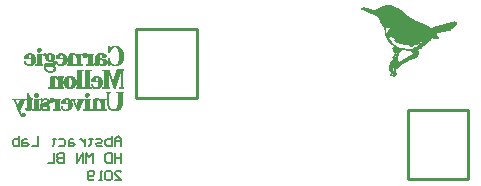
<source format=gbo>
G04*
G04 #@! TF.GenerationSoftware,Altium Limited,Altium Designer,19.1.5 (86)*
G04*
G04 Layer_Color=32896*
%FSLAX25Y25*%
%MOIN*%
G70*
G01*
G75*
%ADD16C,0.01000*%
%ADD21C,0.00040*%
%ADD22C,0.00100*%
%ADD23C,0.00800*%
D16*
X59166Y58744D02*
X79416D01*
X59166Y35744D02*
Y58744D01*
Y35744D02*
X79416D01*
Y58744D01*
X169967Y8972D02*
Y31972D01*
X149717Y8972D02*
X169967D01*
X149717D02*
Y31972D01*
X169967D01*
D21*
X148117Y61140D02*
X148503Y61036D01*
X147973Y61220D02*
X148437Y61095D01*
X148313Y61253D02*
X149047Y61056D01*
X148285Y61302D02*
X148903Y61136D01*
X164059Y61133D02*
X165720Y60688D01*
X164224Y61131D02*
X165267Y60851D01*
X164273Y61159D02*
X165393Y60859D01*
X164399Y61167D02*
X165674Y60825D01*
X140414Y61754D02*
X140684Y61682D01*
X140424Y61793D02*
X140656Y61731D01*
X140396Y61842D02*
X140666Y61769D01*
X140406Y61881D02*
X140561Y61839D01*
X140417Y61919D02*
X140571Y61878D01*
X140350Y61979D02*
X140581Y61917D01*
X140360Y62017D02*
X140553Y61965D01*
X140293Y62077D02*
X140525Y62014D01*
X140303Y62115D02*
X140535Y62053D01*
X140275Y62164D02*
X140507Y62102D01*
X140247Y62213D02*
X140479Y62151D01*
X140218Y62262D02*
X140450Y62200D01*
X140190Y62311D02*
X140461Y62239D01*
X140172Y62399D02*
X140404Y62337D01*
X140430Y62744D02*
X140855Y62630D01*
X139823Y62948D02*
X140595Y62741D01*
X139794Y62997D02*
X140606Y62780D01*
X139766Y63046D02*
X140925Y62735D01*
X139776Y63085D02*
X140820Y62805D01*
X140225Y63213D02*
X140611Y63109D01*
X140235Y63252D02*
X140622Y63148D01*
X140245Y63290D02*
X140593Y63197D01*
X140410Y63287D02*
X140604Y63236D01*
X140034Y63430D02*
X140421Y63326D01*
X140241Y63581D02*
X140395Y63540D01*
X140416Y63617D02*
X141150Y63420D01*
X140233Y63708D02*
X140929Y63521D01*
X140243Y63746D02*
X140862Y63581D01*
X140254Y63785D02*
X140602Y63692D01*
X140303Y63813D02*
X140998Y63627D01*
X140275Y63862D02*
X141009Y63665D01*
X140092Y63953D02*
X140980Y63714D01*
X140102Y63991D02*
X140604Y63857D01*
X140074Y64040D02*
X140653Y63885D01*
X140239Y64037D02*
X140702Y63913D01*
X140056Y64128D02*
X140983Y63879D01*
X140066Y64166D02*
X140993Y63918D01*
X140077Y64205D02*
X140965Y63967D01*
X134176Y65828D02*
X141439Y63881D01*
X137354Y65017D02*
X141450Y63920D01*
X139180Y64569D02*
X141460Y63959D01*
X139191Y64608D02*
X141432Y64008D01*
X139471Y64574D02*
X141442Y64046D01*
X139211Y64685D02*
X141414Y64095D01*
X138874Y64817D02*
X140806Y64300D01*
X139773Y64618D02*
X141009Y64287D01*
X139397Y64760D02*
X141020Y64325D01*
X139446Y64788D02*
X141455Y64250D01*
X139031Y64941D02*
X141465Y64289D01*
X139969Y64731D02*
X141592Y64296D01*
X140018Y64759D02*
X141641Y64324D01*
X139990Y64808D02*
X141690Y64353D01*
X140000Y64847D02*
X142009Y64308D01*
X139982Y64934D02*
X142030Y64386D01*
X139954Y64983D02*
X142890Y64197D01*
X139423Y65167D02*
X143248Y64142D01*
X139434Y65206D02*
X140631Y64885D01*
X139830Y65141D02*
X140951Y64841D01*
X140150Y65096D02*
X140768Y64931D01*
X140160Y65135D02*
X140778Y64969D01*
X140093Y65194D02*
X140402Y65112D01*
X139679Y65347D02*
X142847Y64498D01*
X140307Y65220D02*
X140964Y65044D01*
X140317Y65259D02*
X141052Y65062D01*
X139710Y65463D02*
X140560Y65235D01*
X140184Y65377D02*
X140609Y65263D01*
X139962Y65478D02*
X140928Y65219D01*
X140088Y65486D02*
X140436Y65393D01*
X139983Y65555D02*
X140446Y65431D01*
X139723Y65667D02*
X141771Y65118D01*
X140197Y65581D02*
X140660Y65457D01*
X140207Y65619D02*
X141675Y65226D01*
X140411Y65606D02*
X140952Y65461D01*
X140421Y65645D02*
X140923Y65510D01*
X140431Y65684D02*
X141127Y65497D01*
X140133Y65805D02*
X140442Y65722D01*
X140143Y65844D02*
X141341Y65523D01*
X140153Y65882D02*
X141235Y65592D01*
X140280Y65890D02*
X140936Y65714D01*
X140290Y65929D02*
X140947Y65753D01*
X140300Y65967D02*
X141498Y65646D01*
X140311Y66006D02*
X140774Y65882D01*
X140360Y66034D02*
X140785Y65920D01*
X140409Y66062D02*
X140795Y65959D01*
X148102Y61392D02*
X148797Y61206D01*
X148074Y61441D02*
X148692Y61276D01*
X148045Y61490D02*
X148664Y61325D01*
X147592Y61653D02*
X148635Y61374D01*
X147873Y61619D02*
X148491Y61453D01*
X148360Y61737D02*
X149056Y61551D01*
X148255Y61807D02*
X148989Y61610D01*
X148149Y61876D02*
X148960Y61659D01*
X148121Y61926D02*
X148546Y61812D01*
X147938Y62016D02*
X148942Y61747D01*
X147871Y62075D02*
X148798Y61827D01*
X148345Y61990D02*
X148847Y61855D01*
X146462Y62536D02*
X149167Y61811D01*
X148172Y62119D02*
X149100Y61870D01*
X148028Y62199D02*
X148530Y62064D01*
X148368Y62232D02*
X150184Y61745D01*
X148263Y62301D02*
X150156Y61794D01*
X148119Y62382D02*
X149780Y61936D01*
X148090Y62431D02*
X149713Y61996D01*
X148062Y62480D02*
X149260Y62159D01*
X147802Y62591D02*
X148459Y62415D01*
X146151Y63074D02*
X149049Y62298D01*
X148335Y62572D02*
X149456Y62272D01*
X148152Y62662D02*
X149312Y62352D01*
X148047Y62732D02*
X149206Y62422D01*
X147864Y62823D02*
X149062Y62502D01*
X148320Y62824D02*
X149479Y62514D01*
X148292Y62874D02*
X149412Y62573D01*
X148186Y62943D02*
X149345Y62633D01*
X148119Y63003D02*
X148776Y62827D01*
X147357Y63248D02*
X148516Y62938D01*
X147908Y63142D02*
X148488Y62987D01*
X148266Y63087D02*
X150739Y62425D01*
X147736Y63271D02*
X150711Y62474D01*
X147244Y63444D02*
X148751Y63040D01*
X148336Y63193D02*
X148645Y63110D01*
X148346Y63232D02*
X150240Y62724D01*
X148357Y63270D02*
X148589Y63208D01*
X148135Y63371D02*
X149951Y62884D01*
X148068Y63430D02*
X149923Y62933D01*
X148040Y63479D02*
X148813Y63272D01*
X147819Y63580D02*
X148630Y63363D01*
X147790Y63629D02*
X148524Y63432D01*
X148380Y63512D02*
X148496Y63481D01*
X147116Y63893D02*
X149434Y63271D01*
X148053Y63683D02*
X149367Y63331D01*
X148025Y63732D02*
X149300Y63390D01*
X147997Y63781D02*
X149194Y63460D01*
X147891Y63850D02*
X149166Y63509D01*
X147361Y64034D02*
X149138Y63558D01*
X144512Y64839D02*
X149032Y63627D01*
X147111Y64184D02*
X148927Y63697D01*
X147933Y64005D02*
X148435Y63871D01*
X147556Y64147D02*
X148793Y63816D01*
X147374Y64238D02*
X148726Y63875D01*
X147345Y64287D02*
X148659Y63935D01*
X147588Y64263D02*
X148553Y64004D01*
X147598Y64302D02*
X148486Y64064D01*
X147570Y64351D02*
X148497Y64102D01*
X148160Y53881D02*
X148430Y53809D01*
X147784Y54023D02*
X148441Y53847D01*
X147717Y54083D02*
X148490Y53876D01*
X147611Y54152D02*
X148461Y53925D01*
X148317Y54005D02*
X148395Y53984D01*
X148312Y54296D02*
X149356Y54016D01*
X148284Y54345D02*
X148632Y54252D01*
X148256Y54394D02*
X148642Y54290D01*
X148073Y54484D02*
X148653Y54329D01*
X148045Y54533D02*
X148431Y54430D01*
X148306Y55043D02*
X149581Y54701D01*
X147737Y55237D02*
X149784Y54688D01*
X148172Y55162D02*
X148635Y55037D01*
X148143Y55211D02*
X148646Y55076D01*
X147961Y55301D02*
X148540Y55146D01*
X147932Y55350D02*
X148396Y55226D01*
X148406Y55265D02*
X149102Y55078D01*
X148417Y55303D02*
X149074Y55127D01*
X148311Y55373D02*
X148968Y55197D01*
X147974Y55505D02*
X149017Y55225D01*
X148023Y55533D02*
X148486Y55409D01*
X147724Y55654D02*
X148767Y55375D01*
X148324Y55576D02*
X148595Y55504D01*
X148373Y55605D02*
X148566Y55553D01*
X148384Y55643D02*
X148538Y55602D01*
X148201Y55734D02*
X148742Y55589D01*
X148057Y55814D02*
X148752Y55627D01*
X148028Y55863D02*
X148724Y55676D01*
X147768Y55974D02*
X148541Y55767D01*
X148358Y55857D02*
X148551Y55805D01*
X148330Y55906D02*
X149334Y55637D01*
X148224Y55976D02*
X149267Y55696D01*
X148080Y56056D02*
X149201Y55756D01*
X148052Y56105D02*
X149095Y55825D01*
X147869Y56195D02*
X149067Y55874D01*
X148237Y56179D02*
X149513Y55838D01*
X147861Y56322D02*
X149523Y55876D01*
X147756Y56391D02*
X148529Y56184D01*
X147612Y56471D02*
X148500Y56233D01*
X148328Y56362D02*
X149757Y55979D01*
X148068Y56473D02*
X150656Y55780D01*
X147924Y56553D02*
X150705Y55808D01*
X148127Y56540D02*
X148977Y56313D01*
X148042Y56687D02*
X148738Y56501D01*
X147898Y56767D02*
X148825Y56519D01*
X147483Y56920D02*
X148681Y56599D01*
X147494Y56959D02*
X148691Y56638D01*
X148431Y56749D02*
X148547Y56718D01*
X148346Y56896D02*
X148424Y56875D01*
X146425Y57452D02*
X149361Y56665D01*
X146899Y57366D02*
X149449Y56683D01*
X156133Y54892D02*
X156404Y54820D01*
X147103Y57353D02*
X149768Y56639D01*
X156221Y54910D02*
X156453Y54848D01*
X146997Y57423D02*
X149972Y56626D01*
X156308Y54928D02*
X156463Y54887D01*
X146969Y57472D02*
X150060Y56644D01*
X145472Y57914D02*
X150650Y56527D01*
X146255Y57746D02*
X150814Y56524D01*
X156340Y55044D02*
X156456Y55013D01*
X146227Y57795D02*
X150902Y56542D01*
X156079Y55155D02*
X156466Y55051D01*
X146199Y57844D02*
X151956Y56301D01*
X156129Y55183D02*
X156515Y55080D01*
X146132Y57903D02*
X151927Y56350D01*
X156177Y55211D02*
X156564Y55108D01*
X145949Y57994D02*
X152363Y56275D01*
X156226Y55240D02*
X156574Y55147D01*
X145534Y58146D02*
X152605Y56252D01*
X156314Y55258D02*
X156623Y55175D01*
X145506Y58195D02*
X149061Y57243D01*
X156402Y55276D02*
X156633Y55213D01*
X145439Y58254D02*
X149032Y57292D01*
X145025Y58407D02*
X149197Y57289D01*
X148164Y57607D02*
X149517Y57245D01*
X148407Y57583D02*
X153816Y56134D01*
X156289Y55472D02*
X156559Y55399D01*
X156299Y55510D02*
X156608Y55427D01*
X148080Y57754D02*
X148930Y57526D01*
X156348Y55538D02*
X156696Y55445D01*
X147472Y57958D02*
X148940Y57565D01*
X156358Y55577D02*
X156745Y55474D01*
X147443Y58007D02*
X149259Y57521D01*
X147029Y58160D02*
X149270Y57559D01*
X148314Y57857D02*
X149203Y57619D01*
X146934Y58268D02*
X149136Y57678D01*
X145746Y58628D02*
X149108Y57727D01*
X145988Y58604D02*
X148500Y57931D01*
X148433Y57991D02*
X150056Y57556D01*
X148405Y58040D02*
X148830Y57926D01*
X148338Y58099D02*
X148724Y57995D01*
X146918Y58521D02*
X149275Y57889D01*
X156075Y56067D02*
X156500Y55953D01*
X146465Y58684D02*
X149092Y57980D01*
X156163Y56085D02*
X156627Y55961D01*
X147557Y58432D02*
X149064Y58029D01*
X156289Y56093D02*
X156676Y55989D01*
X147568Y58471D02*
X148881Y58119D01*
X156338Y56121D02*
X156725Y56017D01*
X147578Y58509D02*
X148892Y58157D01*
X156349Y56159D02*
X156735Y56056D01*
X147125Y58672D02*
X149404Y58062D01*
X149675Y57989D02*
X157132Y55991D01*
X146324Y58928D02*
X150033Y57935D01*
X150072Y57924D02*
X157297Y55988D01*
X148382Y58418D02*
X149232Y58191D01*
X152902Y57207D02*
X157384Y56006D01*
X148354Y58467D02*
X149860Y58064D01*
X153415Y57111D02*
X157472Y56024D01*
X146703Y58951D02*
X149871Y58102D01*
X149987Y58071D02*
X157560Y56042D01*
X147949Y58658D02*
X149688Y58193D01*
X155715Y56578D02*
X157763Y56029D01*
X147844Y58728D02*
X158662Y55829D01*
X156161Y56541D02*
X158672Y55868D01*
X156171Y56580D02*
X158683Y55907D01*
X148300Y58730D02*
X159195Y55811D01*
X148233Y58790D02*
X148735Y58655D01*
X155419Y56864D02*
X159322Y55818D01*
X148011Y58890D02*
X148630Y58725D01*
X151180Y58041D02*
X159641Y55774D01*
X147983Y58939D02*
X148485Y58805D01*
X154204Y57272D02*
X159690Y55802D01*
X147916Y58999D02*
X148418Y58864D01*
X154639Y57197D02*
X157150Y56524D01*
X144565Y59938D02*
X159788Y55859D01*
X146662Y59418D02*
X148903Y58817D01*
X155819Y56964D02*
X159837Y55887D01*
X146479Y59508D02*
X149570Y58680D01*
X156370Y56858D02*
X156679Y56775D01*
X147996Y59143D02*
X149426Y58760D01*
X153212Y57745D02*
X156612Y56834D01*
X147968Y59192D02*
X148547Y59037D01*
X154189Y57525D02*
X156661Y56862D01*
X147862Y59262D02*
X150142Y58651D01*
X155319Y57263D02*
X159724Y56083D01*
X147795Y59321D02*
X150036Y58720D01*
X150268Y58658D02*
X159657Y56143D01*
X147690Y59391D02*
X148772Y59101D01*
X150201Y58718D02*
X159629Y56192D01*
X147662Y59440D02*
X148705Y59160D01*
X151255Y58477D02*
X159600Y56241D01*
X147595Y59499D02*
X148715Y59199D01*
X151265Y58515D02*
X159534Y56300D01*
X146987Y59703D02*
X149035Y59154D01*
X154869Y57591D02*
X159505Y56349D01*
X146804Y59794D02*
X149045Y59193D01*
X156115Y57299D02*
X159361Y56429D01*
X148051Y59501D02*
X148901Y59273D01*
X147984Y59560D02*
X148872Y59322D01*
X147878Y59630D02*
X156919Y57207D01*
X147773Y59700D02*
X148430Y59524D01*
X151521Y58696D02*
X157007Y57225D01*
X148401Y59573D02*
X159065Y56715D01*
X148412Y59611D02*
X149223Y59394D01*
X155560Y57696D02*
X158496Y56909D01*
X147224Y59971D02*
X149195Y59443D01*
X155454Y57766D02*
X158738Y56886D01*
X147041Y60061D02*
X149166Y59492D01*
X152373Y58633D02*
X159096Y56831D01*
X147902Y59872D02*
X148481Y59717D01*
X152113Y58744D02*
X156711Y57512D01*
X147835Y59931D02*
X148414Y59776D01*
X151892Y58845D02*
X156683Y57561D01*
X146454Y60343D02*
X148850Y59701D01*
X151052Y59111D02*
X156693Y57599D01*
X148319Y59885D02*
X148628Y59802D01*
X154385Y58259D02*
X156472Y57700D01*
X147982Y60016D02*
X148639Y59840D01*
X154280Y58329D02*
X159109Y57035D01*
X147992Y60055D02*
X148494Y59920D01*
X155063Y58160D02*
X159120Y57073D01*
X147848Y60135D02*
X148466Y59969D01*
X155498Y58085D02*
X159130Y57112D01*
X146776Y60464D02*
X148399Y60029D01*
X155470Y58134D02*
X159140Y57151D01*
X156407Y57924D02*
X158610Y57334D01*
X148420Y60106D02*
X148922Y59971D01*
X156418Y57963D02*
X156611Y57911D01*
X148430Y60145D02*
X148778Y60052D01*
X148402Y60194D02*
X148711Y60111D01*
X156245Y58092D02*
X156439Y58040D01*
X148026Y60336D02*
X148412Y60232D01*
X156062Y58182D02*
X156410Y58089D01*
X147998Y60385D02*
X148461Y60261D01*
X147776Y60486D02*
X148974Y60165D01*
X147787Y60524D02*
X148946Y60214D01*
X156403Y58215D02*
X156866Y58091D01*
X147758Y60573D02*
X148802Y60294D01*
X156374Y58264D02*
X156838Y58140D01*
X147575Y60664D02*
X148773Y60343D01*
X152135Y59442D02*
X157351Y58044D01*
X148320Y60505D02*
X148590Y60433D01*
X152145Y59481D02*
X159022Y57638D01*
X155980Y58494D02*
X156560Y58339D01*
X155913Y58554D02*
X157111Y58233D01*
X153296Y59296D02*
X159285Y57692D01*
X154157Y59107D02*
X159373Y57709D01*
X148372Y60699D02*
X150690Y60078D01*
X154129Y59156D02*
X159460Y57727D01*
X148343Y60748D02*
X148691Y60654D01*
X154912Y58988D02*
X159510Y57756D01*
X148276Y60807D02*
X148663Y60703D01*
X154961Y59016D02*
X159520Y57794D01*
X147823Y60970D02*
X149098Y60628D01*
X155126Y59013D02*
X159646Y57802D01*
X148027Y60957D02*
X148413Y60853D01*
X156063Y58803D02*
X156836Y58596D01*
X148037Y60995D02*
X148926Y60757D01*
X155533Y58987D02*
X156808Y58645D01*
X148395Y60941D02*
X148743Y60848D01*
X156316Y58819D02*
X156548Y58756D01*
X148290Y61011D02*
X148715Y60897D01*
X156288Y58868D02*
X156558Y58795D01*
X148145Y61091D02*
X148648Y60956D01*
X155255Y59186D02*
X156530Y58844D01*
X156318Y58983D02*
X156396Y58963D01*
X156329Y59022D02*
X156445Y58991D01*
X156301Y59071D02*
X157923Y58636D01*
X151984Y60269D02*
X160561Y57971D01*
X152767Y60101D02*
X158717Y58507D01*
X152816Y60129D02*
X159229Y58411D01*
X152633Y60220D02*
X159240Y58449D01*
X153146Y60124D02*
X158091Y58798D01*
X153233Y60141D02*
X160960Y58071D01*
X154171Y59932D02*
X161087Y58078D01*
X154606Y59856D02*
X157156Y59173D01*
X154501Y59926D02*
X157089Y59232D01*
X156250Y59499D02*
X156984Y59302D01*
X154830Y59921D02*
X156878Y59372D01*
X154763Y59980D02*
X156773Y59442D01*
X156088Y59667D02*
X156667Y59511D01*
X154591Y60109D02*
X156562Y59581D01*
X154485Y60179D02*
X156494Y59640D01*
X163508Y59542D02*
X164397Y59304D01*
X161084Y60233D02*
X164407Y59342D01*
X162872Y59795D02*
X164456Y59370D01*
X162960Y59813D02*
X164466Y59409D01*
X163086Y59820D02*
X164515Y59437D01*
X161396Y60315D02*
X164564Y59466D01*
X164111Y59629D02*
X164575Y59504D01*
X164160Y59657D02*
X164585Y59543D01*
X161582Y60389D02*
X164595Y59582D01*
X163563Y59900D02*
X164683Y59600D01*
X161757Y60425D02*
X164732Y59628D01*
X163738Y59936D02*
X164781Y59656D01*
X164289Y59829D02*
X164830Y59684D01*
X163372Y60116D02*
X164454Y59827D01*
X163923Y60010D02*
X164967Y59731D01*
X163470Y60173D02*
X164629Y59863D01*
X163210Y60284D02*
X164601Y59911D01*
X163684Y60198D02*
X164611Y59950D01*
X163733Y60227D02*
X164776Y59947D01*
X164362Y60100D02*
X164825Y59976D01*
X164410Y60128D02*
X164836Y60014D01*
X163746Y60430D02*
X165176Y60047D01*
X164143Y60365D02*
X165186Y60086D01*
X164377Y60468D02*
X164648Y60396D01*
X164388Y60507D02*
X165006Y60341D01*
X163337Y60913D02*
X164496Y60602D01*
X163425Y60931D02*
X165588Y60351D01*
X163474Y60959D02*
X165599Y60390D01*
X163600Y60966D02*
X164836Y60635D01*
X163649Y60995D02*
X164653Y60726D01*
X163736Y61013D02*
X164818Y60723D01*
X163824Y61031D02*
X165679Y60534D01*
X163873Y61059D02*
X165650Y60583D01*
X163999Y61067D02*
X165661Y60621D01*
X164048Y61095D02*
X165671Y60660D01*
X148176Y47914D02*
X148447Y47841D01*
X148264Y47932D02*
X148495Y47870D01*
X148274Y47970D02*
X148545Y47898D01*
X148323Y47999D02*
X148555Y47936D01*
X148372Y48027D02*
X148604Y47965D01*
X148421Y48055D02*
X148691Y47983D01*
X148247Y48640D02*
X148440Y48588D01*
X148257Y48679D02*
X148527Y48606D01*
X148306Y48707D02*
X148538Y48645D01*
X148316Y48746D02*
X148548Y48684D01*
X148365Y48774D02*
X148636Y48702D01*
X145639Y52817D02*
X148459Y52062D01*
X145726Y52835D02*
X148508Y52090D01*
X145737Y52874D02*
X148866Y52035D01*
X145747Y52913D02*
X148915Y52064D01*
X147689Y52434D02*
X149119Y52051D01*
X147854Y52431D02*
X149438Y52006D01*
X148328Y52345D02*
X149603Y52004D01*
X145139Y53117D02*
X145448Y53034D01*
X145150Y53156D02*
X146656Y52752D01*
X145160Y53194D02*
X146126Y52935D01*
X145093Y53254D02*
X145904Y53036D01*
X145103Y53292D02*
X145837Y53096D01*
X140743Y61128D02*
X141013Y61055D01*
X140715Y61177D02*
X140985Y61104D01*
X141325Y61137D02*
X141480Y61096D01*
X141335Y61176D02*
X141490Y61135D01*
X141539Y61163D02*
X141616Y61142D01*
X141732Y61111D02*
X141809Y61090D01*
X141858Y61119D02*
X142013Y61077D01*
X141869Y61157D02*
X142062Y61106D01*
X141890Y61235D02*
X142237Y61142D01*
X142402Y61139D02*
X142518Y61108D01*
X142335Y61198D02*
X142528Y61146D01*
X142858Y61141D02*
X143013Y61099D01*
X142869Y61179D02*
X143023Y61138D01*
X142918Y61208D02*
X143304Y61104D01*
X142967Y61236D02*
X143353Y61132D01*
X143430Y61112D02*
X143894Y60988D01*
X143402Y61161D02*
X144638Y60829D01*
X143412Y61199D02*
X143644Y61137D01*
X143655Y61176D02*
X144659Y60907D01*
X143665Y61215D02*
X143974Y61132D01*
X144023Y61160D02*
X144371Y61067D01*
X143956Y61219D02*
X144381Y61105D01*
X144198Y61196D02*
X144391Y61144D01*
X144507Y61113D02*
X144816Y61030D01*
X144440Y61172D02*
X144672Y61110D01*
X144412Y61221D02*
X144683Y61149D01*
X144847Y61146D02*
X145079Y61084D01*
X144587Y61257D02*
X145205Y61092D01*
X144598Y61296D02*
X145216Y61130D01*
X145342Y61138D02*
X145651Y61055D01*
X145314Y61187D02*
X145623Y61104D01*
X145633Y61143D02*
X145904Y61070D01*
X144523Y61481D02*
X145837Y61129D01*
X145886Y61158D02*
X145924Y61147D01*
X145963Y61137D02*
X146543Y60982D01*
X145664Y61259D02*
X146360Y61072D01*
X145675Y61297D02*
X146332Y61121D01*
X146545Y61147D02*
X146816Y61074D01*
X146440Y61216D02*
X146788Y61123D01*
X146914Y61131D02*
X147223Y61048D01*
X146847Y61190D02*
X147233Y61086D01*
X146741Y61260D02*
X147166Y61146D01*
X147293Y61154D02*
X147524Y61091D01*
X147148Y61234D02*
X147535Y61130D01*
X147749Y61155D02*
X147980Y61093D01*
X147605Y61236D02*
X147952Y61142D01*
X143782Y45116D02*
X144130Y45022D01*
X143754Y45165D02*
X144565Y44947D01*
X143726Y45214D02*
X144576Y44986D01*
X143620Y45283D02*
X144586Y45024D01*
X144403Y45115D02*
X144596Y45063D01*
X144413Y45153D02*
X144607Y45102D01*
X144385Y45202D02*
X144617Y45140D01*
X145238Y45140D02*
X145393Y45098D01*
X145248Y45178D02*
X145403Y45137D01*
X152882Y53113D02*
X153732Y52885D01*
X152892Y53152D02*
X153704Y52934D01*
X152980Y53169D02*
X153675Y52983D01*
X153338Y53115D02*
X153609Y53042D01*
X153233Y53185D02*
X153580Y53091D01*
X153176Y53283D02*
X154103Y53034D01*
X153186Y53321D02*
X154114Y53073D01*
X153197Y53360D02*
X154201Y53091D01*
X153980Y53191D02*
X154327Y53098D01*
X153990Y53230D02*
X154376Y53127D01*
X148524Y61113D02*
X149142Y60948D01*
X148457Y61173D02*
X149114Y60997D01*
X149068Y61133D02*
X149416Y61040D01*
X149001Y61193D02*
X149310Y61110D01*
X149485Y61146D02*
X150490Y60877D01*
X149302Y61236D02*
X150307Y60967D01*
X149197Y61306D02*
X149931Y61109D01*
X150068Y61155D02*
X150724Y60979D01*
X149885Y61246D02*
X150542Y61070D01*
X149586Y61367D02*
X150513Y61119D01*
X150601Y61137D02*
X151606Y60868D01*
X150495Y61206D02*
X151423Y60958D01*
X150313Y61297D02*
X151433Y60997D01*
X150902Y61180D02*
X151443Y61035D01*
X148981Y61736D02*
X152574Y60773D01*
X151194Y61185D02*
X152391Y60864D01*
X150547Y61400D02*
X152247Y60944D01*
X150364Y61490D02*
X152258Y60983D01*
X151843Y61135D02*
X151959Y61104D01*
X151776Y61194D02*
X155756Y60128D01*
X151748Y61243D02*
X154414Y60529D01*
X151758Y61282D02*
X154192Y60630D01*
X150532Y61652D02*
X155323Y60368D01*
X150349Y61742D02*
X152938Y61049D01*
X150012Y61874D02*
X154919Y60559D01*
X149984Y61923D02*
X154659Y60671D01*
X149376Y62128D02*
X154244Y60823D01*
X148497Y62404D02*
X154177Y60882D01*
X149087Y62288D02*
X153531Y61097D01*
X164487Y61184D02*
X165723Y60853D01*
X164535Y61213D02*
X165772Y60881D01*
X164662Y61220D02*
X165782Y60920D01*
X164749Y61238D02*
X165754Y60969D01*
X164837Y61256D02*
X165687Y61028D01*
X164886Y61284D02*
X165697Y61067D01*
X164974Y61302D02*
X165785Y61085D01*
X165100Y61310D02*
X165795Y61124D01*
X140201Y62350D02*
X140394Y62298D01*
X140144Y62448D02*
X140376Y62386D01*
X140116Y62497D02*
X140309Y62445D01*
X140049Y62556D02*
X140319Y62484D01*
X140059Y62595D02*
X140291Y62533D01*
X140069Y62633D02*
X140301Y62571D01*
X139964Y62703D02*
X140234Y62631D01*
X139974Y62742D02*
X140245Y62669D01*
X139985Y62780D02*
X140178Y62729D01*
X139918Y62840D02*
X140150Y62778D01*
X139890Y62889D02*
X140160Y62816D01*
X140199Y62806D02*
X140276Y62785D01*
X139671Y63154D02*
X140366Y62968D01*
X139681Y63193D02*
X140377Y63007D01*
X139460Y63294D02*
X140387Y63045D01*
X139431Y63343D02*
X140050Y63177D01*
X140088Y63167D02*
X140243Y63125D01*
X139403Y63392D02*
X140060Y63216D01*
X140215Y63174D02*
X140369Y63133D01*
X139143Y63503D02*
X140148Y63234D01*
X139115Y63552D02*
X140197Y63262D01*
X138855Y63663D02*
X139898Y63383D01*
X139936Y63373D02*
X140207Y63301D01*
X138749Y63733D02*
X139869Y63432D01*
X139908Y63422D02*
X139947Y63412D01*
X140024Y63391D02*
X140372Y63298D01*
X138682Y63792D02*
X139687Y63523D01*
X139764Y63502D02*
X139996Y63440D01*
X138036Y64007D02*
X139736Y63551D01*
X139774Y63541D02*
X140006Y63479D01*
X140045Y63468D02*
X140161Y63437D01*
X140238Y63416D02*
X140392Y63375D01*
X137776Y64118D02*
X139205Y63735D01*
X139244Y63724D02*
X139746Y63590D01*
X139823Y63569D02*
X140016Y63517D01*
X140248Y63455D02*
X140326Y63434D01*
X137206Y64312D02*
X139022Y63825D01*
X139061Y63815D02*
X139756Y63628D01*
X139872Y63597D02*
X140027Y63556D01*
X140181Y63514D02*
X140375Y63463D01*
X137139Y64371D02*
X138955Y63884D01*
X138994Y63874D02*
X140114Y63574D01*
X140192Y63553D02*
X140385Y63501D01*
X137111Y64420D02*
X138734Y63985D01*
X138772Y63975D02*
X140163Y63602D01*
X136542Y64614D02*
X140212Y63630D01*
X140251Y63620D02*
X140367Y63589D01*
X136166Y64756D02*
X136205Y64746D01*
X136320Y64715D02*
X140223Y63669D01*
X140300Y63648D02*
X140377Y63628D01*
X136138Y64805D02*
X140194Y63718D01*
X135993Y64885D02*
X140012Y63808D01*
X135849Y64965D02*
X138322Y64302D01*
X138438Y64271D02*
X140022Y63847D01*
X135705Y65045D02*
X139762Y63958D01*
X139994Y63896D02*
X140148Y63855D01*
X135097Y65250D02*
X135136Y65239D01*
X135329Y65187D02*
X139618Y64038D01*
X139811Y63986D02*
X139927Y63955D01*
X140043Y63924D02*
X140236Y63872D01*
X135030Y65309D02*
X137387Y64677D01*
X137542Y64636D02*
X139203Y64191D01*
X139783Y64035D02*
X139976Y63984D01*
X134963Y65368D02*
X137436Y64706D01*
X137475Y64695D02*
X139213Y64229D01*
X139561Y64136D02*
X139600Y64126D01*
X139832Y64064D02*
X139986Y64022D01*
X134626Y65500D02*
X139224Y64268D01*
X139262Y64258D02*
X139417Y64216D01*
X139494Y64196D02*
X139649Y64154D01*
X139726Y64133D02*
X139997Y64061D01*
X134289Y65632D02*
X134405Y65601D01*
X134443Y65590D02*
X139157Y64327D01*
X139273Y64296D02*
X139466Y64245D01*
X139505Y64234D02*
X139659Y64193D01*
X139698Y64182D02*
X139852Y64141D01*
X140045Y64089D02*
X140161Y64058D01*
X134106Y65722D02*
X138935Y64428D01*
X139013Y64407D02*
X139244Y64345D01*
X139283Y64335D02*
X139476Y64283D01*
X139515Y64273D02*
X139670Y64231D01*
X139708Y64221D02*
X139979Y64148D01*
X134116Y65761D02*
X138907Y64477D01*
X139062Y64436D02*
X139255Y64384D01*
X139294Y64373D02*
X139603Y64291D01*
X139641Y64280D02*
X139989Y64187D01*
X134165Y65789D02*
X138995Y64495D01*
X139072Y64474D02*
X139420Y64381D01*
X139458Y64371D02*
X140038Y64215D01*
X134302Y65835D02*
X137315Y65028D01*
X134312Y65874D02*
X139142Y64580D01*
X134361Y65902D02*
X137143Y65157D01*
X137297Y65115D02*
X137723Y65001D01*
X138225Y64867D02*
X138997Y64660D01*
X134449Y65920D02*
X137115Y65206D01*
X137269Y65164D02*
X137733Y65040D01*
X138158Y64926D02*
X139047Y64688D01*
X139240Y64636D02*
X139356Y64605D01*
X134498Y65948D02*
X137164Y65234D01*
X137318Y65193D02*
X138825Y64789D01*
X138864Y64779D02*
X139173Y64696D01*
X134663Y65946D02*
X137174Y65273D01*
X137406Y65211D02*
X138835Y64828D01*
X134712Y65974D02*
X137107Y65332D01*
X137493Y65228D02*
X138691Y64908D01*
X138730Y64897D02*
X139193Y64773D01*
X139232Y64763D02*
X139696Y64638D01*
X134838Y65982D02*
X136924Y65422D01*
X137620Y65236D02*
X138663Y64957D01*
X138740Y64936D02*
X138972Y64874D01*
X139011Y64863D02*
X139204Y64812D01*
X139281Y64791D02*
X139358Y64770D01*
X134925Y66000D02*
X136741Y65513D01*
X137128Y65409D02*
X137437Y65326D01*
X137669Y65264D02*
X137746Y65244D01*
X137785Y65233D02*
X137978Y65182D01*
X138016Y65171D02*
X138712Y64985D01*
X138751Y64974D02*
X139253Y64840D01*
X134975Y66028D02*
X135013Y66017D01*
X135052Y66007D02*
X138993Y64951D01*
X135410Y65952D02*
X139003Y64990D01*
X139042Y64979D02*
X139621Y64824D01*
X139699Y64803D02*
X139930Y64741D01*
X135884Y65867D02*
X137661Y65391D01*
X138009Y65298D02*
X138163Y65256D01*
X138241Y65235D02*
X139207Y64977D01*
X139322Y64946D02*
X139632Y64863D01*
X139786Y64821D02*
X139941Y64780D01*
X135933Y65895D02*
X137633Y65440D01*
X138019Y65336D02*
X138135Y65305D01*
X138290Y65264D02*
X139178Y65026D01*
X139372Y64974D02*
X139642Y64901D01*
X139796Y64860D02*
X139951Y64819D01*
X138648Y65209D02*
X138725Y65188D01*
X138764Y65178D02*
X139189Y65064D01*
X139305Y65033D02*
X139536Y64971D01*
X139575Y64961D02*
X139961Y64857D01*
X138967Y65165D02*
X139199Y65103D01*
X139276Y65082D02*
X139547Y65010D01*
X139585Y64999D02*
X139933Y64906D01*
X140010Y64885D02*
X140165Y64844D01*
X139016Y65193D02*
X139557Y65048D01*
X139596Y65038D02*
X139944Y64945D01*
X139065Y65222D02*
X139297Y65159D01*
X139413Y65128D02*
X139529Y65097D01*
X139606Y65077D02*
X139915Y64994D01*
X139114Y65250D02*
X139307Y65198D01*
X139163Y65278D02*
X139356Y65226D01*
X139212Y65306D02*
X139405Y65255D01*
X139444Y65244D02*
X139792Y65151D01*
X139261Y65335D02*
X139416Y65293D01*
X139454Y65283D02*
X140073Y65117D01*
X139271Y65373D02*
X140121Y65145D01*
X139282Y65412D02*
X139630Y65319D01*
X139668Y65308D02*
X140016Y65215D01*
X139292Y65451D02*
X139640Y65357D01*
X139418Y65458D02*
X139650Y65396D01*
X139689Y65386D02*
X140230Y65241D01*
X139467Y65486D02*
X139661Y65435D01*
X139699Y65424D02*
X140201Y65290D01*
X139478Y65525D02*
X139671Y65473D01*
X139527Y65553D02*
X139720Y65502D01*
X139759Y65491D02*
X139913Y65450D01*
X139952Y65439D02*
X140106Y65398D01*
X139537Y65592D02*
X139924Y65488D01*
X139586Y65620D02*
X139934Y65527D01*
X139972Y65517D02*
X140050Y65496D01*
X139674Y65638D02*
X139944Y65566D01*
X139810Y65684D02*
X140158Y65591D01*
X139821Y65723D02*
X140168Y65630D01*
X139870Y65751D02*
X140179Y65668D01*
X140217Y65658D02*
X140372Y65617D01*
X139919Y65780D02*
X140382Y65655D01*
X139968Y65808D02*
X140393Y65694D01*
X140686Y61226D02*
X140957Y61153D01*
X140697Y61264D02*
X140890Y61213D01*
X140630Y61324D02*
X140861Y61262D01*
X140640Y61362D02*
X140872Y61300D01*
X140650Y61401D02*
X140844Y61349D01*
X141230Y61246D02*
X141500Y61173D01*
X140584Y61460D02*
X140815Y61398D01*
X141202Y61295D02*
X141704Y61160D01*
X140555Y61509D02*
X140826Y61437D01*
X141173Y61344D02*
X141405Y61282D01*
X141521Y61251D02*
X141714Y61199D01*
X140566Y61548D02*
X140797Y61486D01*
X141184Y61382D02*
X141416Y61320D01*
X141531Y61289D02*
X141725Y61237D01*
X141879Y61196D02*
X142034Y61155D01*
X140537Y61597D02*
X140808Y61524D01*
X141233Y61411D02*
X141426Y61359D01*
X141580Y61317D02*
X141735Y61276D01*
X140509Y61646D02*
X140702Y61594D01*
X141127Y61480D02*
X141166Y61470D01*
X142054Y61232D02*
X142286Y61170D01*
X140442Y61705D02*
X140712Y61633D01*
X141060Y61540D02*
X141253Y61488D01*
X141292Y61478D02*
X141485Y61426D01*
X141601Y61395D02*
X141717Y61364D01*
X142065Y61270D02*
X142258Y61219D01*
X141032Y61589D02*
X141264Y61527D01*
X141302Y61516D02*
X141496Y61465D01*
X141612Y61433D02*
X141766Y61392D01*
X142036Y61320D02*
X142268Y61257D01*
X142346Y61237D02*
X142577Y61175D01*
X141081Y61617D02*
X141274Y61565D01*
X141313Y61555D02*
X141506Y61503D01*
X141622Y61472D02*
X141776Y61431D01*
X142086Y61348D02*
X142240Y61306D01*
X142356Y61275D02*
X142549Y61224D01*
X140937Y61697D02*
X141091Y61656D01*
X141130Y61645D02*
X141285Y61604D01*
X141323Y61594D02*
X141516Y61542D01*
X141632Y61511D02*
X141787Y61469D01*
X142134Y61376D02*
X142173Y61366D01*
X142289Y61335D02*
X142560Y61262D01*
X142598Y61252D02*
X142753Y61210D01*
X140947Y61736D02*
X141102Y61694D01*
X141643Y61549D02*
X141836Y61498D01*
X142029Y61446D02*
X142068Y61435D01*
X142261Y61384D02*
X142493Y61322D01*
X142570Y61301D02*
X142763Y61249D01*
X140957Y61774D02*
X141112Y61733D01*
X141151Y61722D02*
X141305Y61681D01*
X141692Y61578D02*
X141885Y61526D01*
X141962Y61505D02*
X142117Y61464D01*
X142271Y61422D02*
X142542Y61350D01*
X142580Y61339D02*
X142773Y61288D01*
X140968Y61813D02*
X141122Y61772D01*
X141161Y61761D02*
X141315Y61720D01*
X141354Y61709D02*
X141509Y61668D01*
X141702Y61616D02*
X141895Y61564D01*
X141972Y61544D02*
X142127Y61502D01*
X142281Y61461D02*
X142552Y61388D01*
X142591Y61378D02*
X142784Y61326D01*
X142822Y61316D02*
X143363Y61171D01*
X140862Y61883D02*
X140939Y61862D01*
X141171Y61800D02*
X141558Y61696D01*
X141789Y61634D02*
X142137Y61541D01*
X142369Y61479D02*
X142524Y61437D01*
X142678Y61396D02*
X142717Y61386D01*
X142833Y61355D02*
X143335Y61220D01*
X140873Y61921D02*
X141027Y61880D01*
X141182Y61838D02*
X141336Y61797D01*
X141375Y61787D02*
X141568Y61735D01*
X141607Y61725D02*
X141761Y61683D01*
X141954Y61631D02*
X142109Y61590D01*
X142727Y61424D02*
X143191Y61300D01*
X143423Y61238D02*
X143616Y61186D01*
X140844Y61970D02*
X141076Y61908D01*
X141192Y61877D02*
X141347Y61836D01*
X141385Y61825D02*
X141540Y61784D01*
X141617Y61763D02*
X141772Y61722D01*
X142737Y61463D02*
X143008Y61391D01*
X143433Y61277D02*
X143626Y61225D01*
X140893Y61998D02*
X141125Y61936D01*
X141202Y61916D02*
X141357Y61874D01*
X141627Y61802D02*
X141782Y61760D01*
X142439Y61584D02*
X142516Y61564D01*
X142748Y61502D02*
X142980Y61440D01*
X143405Y61326D02*
X143907Y61191D01*
X140904Y62037D02*
X141136Y61975D01*
X141213Y61954D02*
X141367Y61913D01*
X141406Y61903D02*
X141522Y61871D01*
X141638Y61840D02*
X141792Y61799D01*
X142449Y61623D02*
X142604Y61582D01*
X142758Y61540D02*
X142913Y61499D01*
X143183Y61426D02*
X143647Y61302D01*
X143685Y61292D02*
X143879Y61240D01*
X140721Y62128D02*
X140837Y62097D01*
X141030Y62045D02*
X141107Y62024D01*
X141223Y61993D02*
X141378Y61952D01*
X141416Y61941D02*
X141571Y61900D01*
X141996Y61786D02*
X142034Y61776D01*
X142421Y61672D02*
X142614Y61620D01*
X143116Y61486D02*
X143657Y61341D01*
X143928Y61268D02*
X144159Y61206D01*
X140692Y62177D02*
X140886Y62125D01*
X141195Y62042D02*
X141388Y61990D01*
X141427Y61980D02*
X141581Y61939D01*
X141968Y61835D02*
X142122Y61794D01*
X142470Y61700D02*
X142586Y61669D01*
X143011Y61555D02*
X143745Y61359D01*
X143977Y61297D02*
X144131Y61255D01*
X144247Y61224D02*
X144363Y61193D01*
X140703Y62215D02*
X140935Y62153D01*
X141128Y62101D02*
X141360Y62039D01*
X141437Y62019D02*
X141553Y61987D01*
X141746Y61936D02*
X141823Y61915D01*
X141978Y61874D02*
X142132Y61832D01*
X142480Y61739D02*
X142558Y61718D01*
X142944Y61615D02*
X143755Y61397D01*
X144103Y61304D02*
X144180Y61283D01*
X140636Y62274D02*
X140713Y62254D01*
X140752Y62243D02*
X140984Y62181D01*
X141061Y62161D02*
X141331Y62088D01*
X141756Y61974D02*
X141872Y61943D01*
X141988Y61912D02*
X142143Y61871D01*
X142761Y61705D02*
X142800Y61695D01*
X142916Y61664D02*
X143379Y61540D01*
X143611Y61477D02*
X143920Y61395D01*
X144036Y61364D02*
X144229Y61312D01*
X144345Y61281D02*
X144616Y61208D01*
X144654Y61198D02*
X144693Y61187D01*
X140646Y62313D02*
X141342Y62127D01*
X141690Y62034D02*
X141921Y61971D01*
X141999Y61951D02*
X142269Y61878D01*
X142501Y61816D02*
X142655Y61775D01*
X142694Y61765D02*
X143390Y61578D01*
X143467Y61557D02*
X143930Y61433D01*
X144085Y61392D02*
X144201Y61361D01*
X144317Y61330D02*
X144510Y61278D01*
X140618Y62362D02*
X140811Y62310D01*
X140850Y62300D02*
X141352Y62165D01*
X141468Y62134D02*
X141545Y62114D01*
X141700Y62072D02*
X141932Y62010D01*
X142125Y61958D02*
X142279Y61917D01*
X142511Y61855D02*
X142666Y61813D01*
X142704Y61803D02*
X143091Y61700D01*
X143245Y61658D02*
X143941Y61472D01*
X144095Y61430D02*
X144211Y61399D01*
X144327Y61368D02*
X144520Y61317D01*
X140667Y62391D02*
X140822Y62349D01*
X140899Y62328D02*
X141363Y62204D01*
X141440Y62183D02*
X141594Y62142D01*
X141710Y62111D02*
X141903Y62059D01*
X142135Y61997D02*
X142328Y61945D01*
X142522Y61893D02*
X143101Y61738D01*
X143217Y61707D02*
X143835Y61541D01*
X144106Y61469D02*
X144260Y61428D01*
X144376Y61397D02*
X144531Y61355D01*
X144608Y61335D02*
X145188Y61179D01*
X140677Y62429D02*
X140832Y62388D01*
X140909Y62367D02*
X141373Y62243D01*
X141411Y62232D02*
X141643Y62170D01*
X141721Y62150D02*
X141875Y62108D01*
X142146Y62036D02*
X142339Y61984D01*
X142532Y61932D02*
X142918Y61829D01*
X142957Y61818D02*
X143112Y61777D01*
X143189Y61756D02*
X143652Y61632D01*
X143691Y61622D02*
X143846Y61580D01*
X144116Y61508D02*
X144309Y61456D01*
X144386Y61435D02*
X145198Y61218D01*
X140572Y62499D02*
X140842Y62426D01*
X140920Y62406D02*
X141383Y62281D01*
X141422Y62271D02*
X141654Y62209D01*
X142156Y62074D02*
X142311Y62033D01*
X142581Y61961D02*
X142851Y61888D01*
X142967Y61857D02*
X143122Y61816D01*
X143160Y61805D02*
X143547Y61702D01*
X143701Y61660D02*
X143856Y61619D01*
X144126Y61546D02*
X144320Y61495D01*
X144358Y61484D02*
X144667Y61401D01*
X144860Y61350D02*
X145131Y61277D01*
X145247Y61246D02*
X145517Y61174D01*
X140505Y62558D02*
X140853Y62465D01*
X140891Y62455D02*
X141239Y62361D01*
X141471Y62299D02*
X141741Y62227D01*
X142012Y62154D02*
X142128Y62123D01*
X142166Y62113D02*
X142321Y62072D01*
X142475Y62030D02*
X142900Y61916D01*
X142978Y61896D02*
X143132Y61854D01*
X143248Y61823D02*
X143441Y61771D01*
X143480Y61761D02*
X143557Y61740D01*
X143712Y61699D02*
X143866Y61657D01*
X143982Y61626D02*
X144137Y61585D01*
X144175Y61575D02*
X144291Y61544D01*
X144330Y61533D02*
X144484Y61492D01*
X140515Y62597D02*
X140863Y62504D01*
X140902Y62493D02*
X141095Y62441D01*
X141172Y62421D02*
X141211Y62410D01*
X141327Y62379D02*
X141404Y62359D01*
X141520Y62328D02*
X141790Y62255D01*
X141983Y62203D02*
X142138Y62162D01*
X142177Y62152D02*
X142370Y62100D01*
X142447Y62079D02*
X142640Y62027D01*
X142756Y61996D02*
X142949Y61945D01*
X143027Y61924D02*
X143143Y61893D01*
X143490Y61800D02*
X143606Y61769D01*
X143761Y61727D02*
X143877Y61696D01*
X143993Y61665D02*
X144147Y61624D01*
X144340Y61572D02*
X145036Y61386D01*
X145113Y61365D02*
X145770Y61189D01*
X140526Y62635D02*
X140757Y62573D01*
X141105Y62480D02*
X141491Y62377D01*
X141607Y62345D02*
X141801Y62294D01*
X141955Y62252D02*
X142148Y62201D01*
X142226Y62180D02*
X142612Y62076D01*
X142805Y62025D02*
X142960Y61983D01*
X143423Y61859D02*
X143655Y61797D01*
X144003Y61704D02*
X144158Y61662D01*
X144351Y61611D02*
X144814Y61486D01*
X144853Y61476D02*
X145626Y61269D01*
X140536Y62674D02*
X140806Y62602D01*
X141038Y62539D02*
X141502Y62415D01*
X141618Y62384D02*
X141811Y62332D01*
X142004Y62281D02*
X142159Y62239D01*
X142236Y62218D02*
X142622Y62115D01*
X142815Y62063D02*
X142970Y62022D01*
X143202Y61960D02*
X143357Y61918D01*
X143472Y61887D02*
X143666Y61835D01*
X143781Y61804D02*
X143936Y61763D01*
X144013Y61742D02*
X144207Y61690D01*
X144322Y61659D02*
X144786Y61535D01*
X144902Y61504D02*
X145597Y61318D01*
X141049Y62578D02*
X141512Y62454D01*
X141667Y62413D02*
X141783Y62381D01*
X142015Y62319D02*
X142130Y62288D01*
X142285Y62247D02*
X142362Y62226D01*
X142439Y62205D02*
X142633Y62154D01*
X143212Y61998D02*
X143367Y61957D01*
X143521Y61915D02*
X143599Y61895D01*
X143792Y61843D02*
X143946Y61802D01*
X144024Y61781D02*
X144217Y61729D01*
X144294Y61708D02*
X144681Y61605D01*
X144874Y61553D02*
X145183Y61470D01*
X145260Y61450D02*
X145569Y61367D01*
X145608Y61357D02*
X146265Y61181D01*
X140634Y62731D02*
X140904Y62658D01*
X141059Y62617D02*
X141523Y62493D01*
X141986Y62368D02*
X142141Y62327D01*
X142489Y62234D02*
X142566Y62213D01*
X142682Y62182D02*
X142798Y62151D01*
X143223Y62037D02*
X143377Y61996D01*
X143841Y61871D02*
X144691Y61644D01*
X144807Y61612D02*
X145155Y61519D01*
X145232Y61499D02*
X145425Y61447D01*
X145502Y61426D02*
X146198Y61240D01*
X140644Y62769D02*
X140915Y62697D01*
X141069Y62655D02*
X141262Y62604D01*
X141340Y62583D02*
X141533Y62531D01*
X141726Y62479D02*
X141842Y62448D01*
X141997Y62407D02*
X142151Y62366D01*
X142653Y62231D02*
X142808Y62190D01*
X142924Y62158D02*
X143001Y62138D01*
X143233Y62076D02*
X143387Y62034D01*
X143851Y61910D02*
X144431Y61755D01*
X144547Y61724D02*
X145126Y61568D01*
X145242Y61537D02*
X146092Y61309D01*
X141312Y62632D02*
X141582Y62559D01*
X141736Y62518D02*
X141852Y62487D01*
X142007Y62445D02*
X142162Y62404D01*
X142664Y62270D02*
X142818Y62228D01*
X142896Y62207D02*
X143050Y62166D01*
X143398Y62073D02*
X143437Y62063D01*
X143823Y61959D02*
X144364Y61814D01*
X144557Y61762D02*
X144905Y61669D01*
X145291Y61566D02*
X145987Y61379D01*
X146450Y61255D02*
X146682Y61193D01*
X140858Y62795D02*
X140897Y62784D01*
X140974Y62764D02*
X141129Y62722D01*
X141245Y62691D02*
X141554Y62608D01*
X141592Y62598D02*
X141670Y62577D01*
X141747Y62557D02*
X141863Y62526D01*
X142017Y62484D02*
X142172Y62443D01*
X142713Y62298D02*
X142829Y62267D01*
X142867Y62256D02*
X143099Y62194D01*
X143292Y62142D02*
X143524Y62080D01*
X143756Y62018D02*
X144374Y61853D01*
X144529Y61811D02*
X144876Y61718D01*
X144992Y61687D02*
X145147Y61646D01*
X145301Y61604D02*
X145958Y61428D01*
X146422Y61304D02*
X146654Y61242D01*
X140444Y62947D02*
X140830Y62844D01*
X140984Y62802D02*
X141873Y62564D01*
X141912Y62554D02*
X142144Y62492D01*
X142182Y62481D02*
X142337Y62440D01*
X142530Y62388D02*
X142646Y62357D01*
X142723Y62336D02*
X142800Y62316D01*
X142878Y62295D02*
X143071Y62243D01*
X143225Y62202D02*
X143264Y62191D01*
X143303Y62181D02*
X144887Y61757D01*
X145003Y61726D02*
X145157Y61684D01*
X145273Y61653D02*
X145930Y61477D01*
X146007Y61457D02*
X146123Y61425D01*
X146316Y61374D02*
X146625Y61291D01*
X140492Y62976D02*
X140763Y62903D01*
X140802Y62893D02*
X140918Y62862D01*
X140995Y62841D02*
X141497Y62706D01*
X141536Y62696D02*
X141768Y62634D01*
X141922Y62593D02*
X142077Y62551D01*
X142154Y62530D02*
X142386Y62468D01*
X142540Y62427D02*
X142695Y62385D01*
X142888Y62334D02*
X143043Y62292D01*
X143158Y62261D02*
X144665Y61857D01*
X144704Y61847D02*
X144936Y61785D01*
X145013Y61764D02*
X145168Y61723D01*
X145245Y61702D02*
X145786Y61557D01*
X145940Y61516D02*
X146133Y61464D01*
X146288Y61423D02*
X146558Y61350D01*
X146713Y61309D02*
X147022Y61226D01*
X140503Y63014D02*
X140773Y62942D01*
X140812Y62931D02*
X140928Y62900D01*
X141005Y62880D02*
X141507Y62745D01*
X141546Y62735D02*
X141778Y62673D01*
X141894Y62642D02*
X142087Y62590D01*
X142203Y62559D02*
X142396Y62507D01*
X142512Y62476D02*
X142705Y62424D01*
X142937Y62362D02*
X143053Y62331D01*
X143130Y62310D02*
X145757Y61606D01*
X145796Y61596D02*
X146144Y61503D01*
X146183Y61492D02*
X146530Y61399D01*
X146569Y61389D02*
X146955Y61285D01*
X140784Y62980D02*
X140938Y62939D01*
X141016Y62918D02*
X141479Y62794D01*
X141518Y62784D02*
X141711Y62732D01*
X141827Y62701D02*
X142136Y62618D01*
X142252Y62587D02*
X142368Y62556D01*
X142484Y62525D02*
X142754Y62452D01*
X143140Y62349D02*
X143334Y62297D01*
X143450Y62266D02*
X143565Y62235D01*
X143604Y62225D02*
X144222Y62059D01*
X144377Y62018D02*
X144416Y62007D01*
X144454Y61997D02*
X145381Y61748D01*
X145497Y61717D02*
X145729Y61655D01*
X145807Y61634D02*
X146116Y61552D01*
X146193Y61531D02*
X146463Y61458D01*
X146579Y61427D02*
X146888Y61345D01*
X147120Y61282D02*
X147352Y61220D01*
X140485Y63102D02*
X140601Y63071D01*
X140755Y63029D02*
X140949Y62978D01*
X141026Y62957D02*
X141490Y62833D01*
X141760Y62760D02*
X141914Y62719D01*
X141953Y62708D02*
X142185Y62646D01*
X142378Y62594D02*
X142455Y62574D01*
X142571Y62543D02*
X142764Y62491D01*
X143151Y62388D02*
X143344Y62336D01*
X143421Y62315D02*
X143576Y62274D01*
X143692Y62243D02*
X143769Y62222D01*
X143846Y62201D02*
X144271Y62087D01*
X144310Y62077D02*
X145392Y61787D01*
X145585Y61735D02*
X146049Y61611D01*
X146165Y61580D02*
X146396Y61518D01*
X146512Y61487D02*
X146821Y61404D01*
X147092Y61331D02*
X147362Y61259D01*
X140689Y63089D02*
X140959Y63016D01*
X141036Y62995D02*
X141307Y62923D01*
X141345Y62913D02*
X141461Y62882D01*
X141539Y62861D02*
X141925Y62757D01*
X142041Y62726D02*
X142234Y62675D01*
X142350Y62643D02*
X142504Y62602D01*
X142620Y62571D02*
X143123Y62436D01*
X143200Y62416D02*
X143316Y62385D01*
X143432Y62354D02*
X143586Y62312D01*
X143857Y62240D02*
X144745Y62002D01*
X144900Y61960D02*
X145364Y61836D01*
X145441Y61815D02*
X145982Y61670D01*
X146098Y61639D02*
X146755Y61463D01*
X146948Y61411D02*
X147334Y61308D01*
X140660Y63138D02*
X140969Y63055D01*
X141124Y63013D02*
X141317Y62962D01*
X141510Y62910D02*
X141935Y62796D01*
X142051Y62765D02*
X142244Y62713D01*
X142322Y62692D02*
X142553Y62630D01*
X142631Y62610D02*
X143172Y62465D01*
X143481Y62382D02*
X143635Y62340D01*
X143828Y62289D02*
X143906Y62268D01*
X144138Y62206D02*
X144524Y62102D01*
X144910Y61999D02*
X145335Y61885D01*
X145413Y61864D02*
X145683Y61792D01*
X145799Y61761D02*
X145838Y61750D01*
X146069Y61688D02*
X146301Y61626D01*
X146379Y61606D02*
X146688Y61523D01*
X146919Y61461D02*
X147190Y61388D01*
X147538Y61295D02*
X147924Y61191D01*
X140709Y63166D02*
X140941Y63104D01*
X140980Y63094D02*
X141134Y63052D01*
X141173Y63042D02*
X141366Y62990D01*
X141521Y62949D02*
X142061Y62804D01*
X142100Y62793D02*
X142177Y62773D01*
X142216Y62762D02*
X142564Y62669D01*
X142602Y62659D02*
X143182Y62503D01*
X143221Y62493D02*
X143336Y62462D01*
X143530Y62410D02*
X143607Y62389D01*
X143800Y62338D02*
X143955Y62296D01*
X144032Y62276D02*
X144534Y62141D01*
X144612Y62120D02*
X145655Y61841D01*
X146002Y61748D02*
X146273Y61675D01*
X146312Y61665D02*
X146659Y61572D01*
X146814Y61530D02*
X147123Y61447D01*
X147471Y61354D02*
X147896Y61240D01*
X140797Y63184D02*
X141145Y63091D01*
X141260Y63060D02*
X141415Y63018D01*
X141531Y62987D02*
X141879Y62894D01*
X141917Y62884D02*
X142072Y62842D01*
X142226Y62801D02*
X142381Y62759D01*
X142420Y62749D02*
X143347Y62501D01*
X143617Y62428D02*
X143656Y62418D01*
X143810Y62376D02*
X144545Y62180D01*
X144622Y62159D02*
X145124Y62024D01*
X145201Y62004D02*
X145665Y61879D01*
X145897Y61817D02*
X146245Y61724D01*
X146283Y61714D02*
X146554Y61641D01*
X146708Y61600D02*
X147017Y61517D01*
X147365Y61424D02*
X147867Y61289D01*
X147983Y61258D02*
X148292Y61176D01*
X140459Y63316D02*
X140653Y63264D01*
X140962Y63181D02*
X141155Y63129D01*
X141232Y63109D02*
X141425Y63057D01*
X141580Y63016D02*
X141657Y62995D01*
X141696Y62984D02*
X141812Y62953D01*
X141928Y62922D02*
X142082Y62881D01*
X142237Y62840D02*
X142391Y62798D01*
X142507Y62767D02*
X143125Y62601D01*
X143203Y62581D02*
X143357Y62539D01*
X143589Y62477D02*
X143744Y62436D01*
X143860Y62405D02*
X144555Y62218D01*
X144594Y62208D02*
X145019Y62094D01*
X145096Y62073D02*
X145675Y61918D01*
X145907Y61856D02*
X146525Y61690D01*
X146680Y61649D02*
X146989Y61566D01*
X147337Y61473D02*
X147839Y61338D01*
X147955Y61307D02*
X148264Y61225D01*
X140470Y63354D02*
X140663Y63303D01*
X140779Y63271D02*
X140895Y63240D01*
X140972Y63220D02*
X141165Y63168D01*
X141281Y63137D02*
X141436Y63095D01*
X141706Y63023D02*
X141861Y62982D01*
X141938Y62961D02*
X142093Y62919D01*
X142131Y62909D02*
X142402Y62837D01*
X142440Y62826D02*
X142943Y62692D01*
X143136Y62640D02*
X143445Y62557D01*
X143599Y62516D02*
X143754Y62474D01*
X143831Y62454D02*
X145415Y62029D01*
X145493Y62009D02*
X146497Y61739D01*
X146574Y61719D02*
X146961Y61615D01*
X147154Y61563D02*
X148236Y61273D01*
X140480Y63393D02*
X140673Y63341D01*
X140751Y63320D02*
X140905Y63279D01*
X140982Y63258D02*
X141137Y63217D01*
X141253Y63186D02*
X141446Y63134D01*
X141485Y63124D02*
X141562Y63103D01*
X141678Y63072D02*
X141871Y63020D01*
X141987Y62989D02*
X142064Y62968D01*
X142141Y62948D02*
X142296Y62906D01*
X142373Y62886D02*
X142953Y62730D01*
X143146Y62679D02*
X143455Y62596D01*
X143610Y62554D02*
X143764Y62513D01*
X143803Y62503D02*
X144267Y62378D01*
X144305Y62368D02*
X144383Y62347D01*
X144421Y62337D02*
X144730Y62254D01*
X144769Y62244D02*
X145232Y62120D01*
X145658Y62006D02*
X146121Y61882D01*
X146160Y61871D02*
X146392Y61809D01*
X146546Y61768D02*
X146817Y61695D01*
X147010Y61643D02*
X148092Y61353D01*
X140568Y63411D02*
X140606Y63401D01*
X140722Y63370D02*
X141109Y63266D01*
X141225Y63235D02*
X141379Y63194D01*
X141418Y63183D02*
X141881Y63059D01*
X142113Y62997D02*
X142306Y62945D01*
X142345Y62935D02*
X142731Y62831D01*
X142770Y62821D02*
X142963Y62769D01*
X143118Y62728D02*
X143465Y62634D01*
X143697Y62572D02*
X144200Y62438D01*
X144393Y62386D02*
X144586Y62334D01*
X144625Y62324D02*
X144779Y62283D01*
X144857Y62262D02*
X145050Y62210D01*
X145397Y62117D02*
X145591Y62065D01*
X145668Y62044D02*
X146093Y61931D01*
X146247Y61889D02*
X146286Y61879D01*
X146402Y61848D02*
X146711Y61765D01*
X146904Y61713D02*
X147600Y61527D01*
X147638Y61516D02*
X148025Y61413D01*
X140733Y63408D02*
X140887Y63367D01*
X140926Y63356D02*
X141119Y63305D01*
X141235Y63274D02*
X141892Y63098D01*
X142085Y63046D02*
X142626Y62901D01*
X142780Y62859D02*
X142935Y62818D01*
X143128Y62766D02*
X143476Y62673D01*
X143708Y62611D02*
X144210Y62476D01*
X144403Y62425D02*
X144596Y62373D01*
X144635Y62362D02*
X144790Y62321D01*
X144867Y62300D02*
X144983Y62269D01*
X145176Y62218D02*
X145601Y62104D01*
X145678Y62083D02*
X145871Y62031D01*
X145910Y62021D02*
X146103Y61969D01*
X146258Y61928D02*
X146683Y61814D01*
X146760Y61793D02*
X147494Y61596D01*
X147610Y61565D02*
X147958Y61472D01*
X140704Y63457D02*
X140898Y63405D01*
X140936Y63395D02*
X141129Y63343D01*
X141245Y63312D02*
X141825Y63157D01*
X142095Y63084D02*
X142598Y62950D01*
X143177Y62795D02*
X143293Y62764D01*
X143332Y62753D02*
X143448Y62722D01*
X143679Y62660D02*
X143989Y62577D01*
X144027Y62567D02*
X144220Y62515D01*
X144375Y62474D02*
X144607Y62411D01*
X144645Y62401D02*
X144800Y62360D01*
X144839Y62349D02*
X144993Y62308D01*
X145148Y62267D02*
X145611Y62142D01*
X145920Y62059D02*
X146114Y62008D01*
X146191Y61987D02*
X146616Y61873D01*
X146732Y61842D02*
X147350Y61677D01*
X147582Y61614D02*
X147891Y61532D01*
X140522Y63547D02*
X141140Y63382D01*
X141256Y63351D02*
X141449Y63299D01*
X141526Y63278D02*
X141835Y63196D01*
X141874Y63185D02*
X142840Y62926D01*
X143149Y62844D02*
X143187Y62833D01*
X143265Y62813D02*
X143303Y62802D01*
X143381Y62781D02*
X143574Y62730D01*
X143613Y62719D02*
X143922Y62637D01*
X144037Y62605D02*
X144231Y62554D01*
X144347Y62523D02*
X144694Y62429D01*
X144733Y62419D02*
X145776Y62140D01*
X145931Y62098D02*
X146124Y62046D01*
X146201Y62026D02*
X146588Y61922D01*
X146626Y61912D02*
X147283Y61736D01*
X141305Y63379D02*
X141459Y63338D01*
X141691Y63276D02*
X141768Y63255D01*
X141884Y63224D02*
X142850Y62965D01*
X143043Y62913D02*
X143198Y62872D01*
X143430Y62810D02*
X143584Y62768D01*
X143623Y62758D02*
X143777Y62717D01*
X144048Y62644D02*
X144241Y62592D01*
X144357Y62561D02*
X144705Y62468D01*
X144782Y62447D02*
X145555Y62240D01*
X145632Y62220D02*
X145786Y62178D01*
X145980Y62126D02*
X146134Y62085D01*
X146212Y62064D02*
X146559Y61971D01*
X146636Y61950D02*
X147100Y61826D01*
X147139Y61816D02*
X147487Y61723D01*
X147602Y61692D02*
X147757Y61650D01*
X140967Y63511D02*
X141160Y63459D01*
X141354Y63407D02*
X141508Y63366D01*
X141894Y63262D02*
X142397Y63128D01*
X142590Y63076D02*
X142860Y63004D01*
X143015Y62962D02*
X143208Y62910D01*
X143401Y62859D02*
X143595Y62807D01*
X143633Y62797D02*
X143749Y62766D01*
X143865Y62735D02*
X144020Y62693D01*
X144367Y62600D02*
X144483Y62569D01*
X144561Y62548D02*
X144715Y62507D01*
X144792Y62486D02*
X145140Y62393D01*
X145411Y62320D02*
X145565Y62279D01*
X145642Y62258D02*
X145835Y62207D01*
X146145Y62124D02*
X146570Y62010D01*
X146647Y61989D02*
X147033Y61886D01*
X147149Y61854D02*
X147536Y61751D01*
X147729Y61699D02*
X148038Y61616D01*
X148192Y61575D02*
X148347Y61534D01*
X140978Y63550D02*
X141171Y63498D01*
X141325Y63456D02*
X141557Y63394D01*
X141596Y63384D02*
X141750Y63342D01*
X141944Y63291D02*
X142175Y63229D01*
X142214Y63218D02*
X142407Y63166D01*
X142562Y63125D02*
X142832Y63053D01*
X143025Y63001D02*
X143219Y62949D01*
X143412Y62897D02*
X143605Y62846D01*
X143644Y62835D02*
X143721Y62814D01*
X143875Y62773D02*
X144069Y62721D01*
X144300Y62659D02*
X144455Y62618D01*
X144532Y62597D02*
X144725Y62545D01*
X144764Y62535D02*
X144957Y62483D01*
X145305Y62390D02*
X145382Y62369D01*
X145421Y62359D02*
X145537Y62328D01*
X145653Y62297D02*
X145846Y62245D01*
X146078Y62183D02*
X146541Y62059D01*
X146619Y62038D02*
X147507Y61800D01*
X147739Y61738D02*
X148048Y61655D01*
X148203Y61614D02*
X148357Y61572D01*
X140640Y63681D02*
X140911Y63609D01*
X140988Y63588D02*
X141181Y63536D01*
X141258Y63516D02*
X141915Y63340D01*
X142070Y63298D02*
X142108Y63288D01*
X142263Y63247D02*
X142456Y63195D01*
X142533Y63174D02*
X142727Y63122D01*
X142920Y63071D02*
X142997Y63050D01*
X143036Y63039D02*
X143229Y62988D01*
X143422Y62936D02*
X143577Y62895D01*
X143886Y62812D02*
X144079Y62760D01*
X144272Y62708D02*
X144427Y62667D01*
X144504Y62646D02*
X144890Y62543D01*
X145238Y62449D02*
X145431Y62398D01*
X145663Y62335D02*
X145818Y62294D01*
X145972Y62253D02*
X146513Y62108D01*
X146590Y62087D02*
X148058Y61694D01*
X148213Y61652D02*
X148290Y61632D01*
X141076Y63606D02*
X141114Y63596D01*
X141191Y63575D02*
X142042Y63347D01*
X142273Y63285D02*
X142505Y63223D01*
X142544Y63213D02*
X142737Y63161D01*
X142853Y63130D02*
X143046Y63078D01*
X143123Y63057D02*
X143162Y63047D01*
X143201Y63037D02*
X143394Y62985D01*
X143587Y62933D02*
X143780Y62881D01*
X143896Y62850D02*
X144089Y62799D01*
X144282Y62747D02*
X144669Y62643D01*
X144708Y62633D02*
X144901Y62581D01*
X145055Y62540D02*
X145519Y62416D01*
X145596Y62395D02*
X145635Y62384D01*
X145673Y62374D02*
X145828Y62333D01*
X145905Y62312D02*
X146330Y62198D01*
X146369Y62188D02*
X147296Y61939D01*
X147373Y61919D02*
X147760Y61815D01*
X147798Y61805D02*
X148069Y61732D01*
X148146Y61712D02*
X148339Y61660D01*
X141125Y63634D02*
X142129Y63365D01*
X142322Y63314D02*
X142516Y63262D01*
X142593Y63241D02*
X143056Y63117D01*
X143250Y63065D02*
X143404Y63024D01*
X143443Y63013D02*
X143559Y62982D01*
X143597Y62972D02*
X143829Y62910D01*
X143906Y62889D02*
X144100Y62837D01*
X144293Y62786D02*
X144950Y62609D01*
X145027Y62589D02*
X148079Y61771D01*
X148156Y61750D02*
X148350Y61699D01*
X141135Y63673D02*
X141483Y63580D01*
X141521Y63569D02*
X142178Y63393D01*
X142371Y63342D02*
X142526Y63300D01*
X142758Y63238D02*
X143028Y63166D01*
X143260Y63104D02*
X143569Y63021D01*
X143608Y63011D02*
X143840Y62948D01*
X143917Y62928D02*
X144071Y62886D01*
X144419Y62793D02*
X144844Y62679D01*
X144921Y62659D02*
X145346Y62545D01*
X145424Y62524D02*
X146042Y62358D01*
X146158Y62327D02*
X146621Y62203D01*
X146699Y62182D02*
X147046Y62089D01*
X147201Y62048D02*
X148090Y61810D01*
X148205Y61778D02*
X148321Y61747D01*
X140720Y63826D02*
X140875Y63784D01*
X140913Y63774D02*
X140991Y63753D01*
X141107Y63722D02*
X141493Y63618D01*
X141570Y63598D02*
X141725Y63556D01*
X141763Y63546D02*
X142227Y63422D01*
X142420Y63370D02*
X142459Y63360D01*
X142575Y63329D02*
X142652Y63308D01*
X142768Y63277D02*
X142961Y63225D01*
X143270Y63142D02*
X143850Y62987D01*
X143927Y62966D02*
X144082Y62925D01*
X144391Y62842D02*
X144816Y62728D01*
X144854Y62718D02*
X145279Y62604D01*
X145473Y62552D02*
X145859Y62449D01*
X145936Y62428D02*
X146052Y62397D01*
X146091Y62387D02*
X146555Y62262D01*
X146632Y62242D02*
X146979Y62148D01*
X147095Y62117D02*
X148100Y61848D01*
X140731Y63864D02*
X140885Y63823D01*
X141078Y63771D02*
X141542Y63647D01*
X141581Y63636D02*
X142276Y63450D01*
X142508Y63388D02*
X142740Y63326D01*
X142778Y63315D02*
X142933Y63274D01*
X143049Y63243D02*
X143203Y63202D01*
X143435Y63139D02*
X143628Y63088D01*
X143706Y63067D02*
X143822Y63036D01*
X143938Y63005D02*
X144092Y62963D01*
X144324Y62901D02*
X148072Y61897D01*
X140780Y63893D02*
X140973Y63841D01*
X141050Y63820D02*
X141591Y63675D01*
X141630Y63665D02*
X142325Y63478D01*
X142518Y63427D02*
X142789Y63354D01*
X142866Y63333D02*
X142943Y63313D01*
X143021Y63292D02*
X143252Y63230D01*
X143291Y63220D02*
X143407Y63188D01*
X143484Y63168D02*
X143600Y63137D01*
X144334Y62940D02*
X145648Y62588D01*
X145686Y62578D02*
X146266Y62422D01*
X146459Y62371D02*
X146807Y62278D01*
X146923Y62246D02*
X147309Y62143D01*
X147464Y62102D02*
X147889Y61988D01*
X141060Y63859D02*
X141563Y63724D01*
X141679Y63693D02*
X142335Y63517D01*
X142490Y63476D02*
X142876Y63372D01*
X143031Y63331D02*
X143263Y63269D01*
X143301Y63258D02*
X143649Y63165D01*
X143804Y63124D02*
X144035Y63061D01*
X144151Y63030D02*
X145658Y62627D01*
X145736Y62606D02*
X147822Y62047D01*
X141032Y63908D02*
X141303Y63835D01*
X141689Y63732D02*
X141843Y63690D01*
X141998Y63649D02*
X142384Y63545D01*
X142500Y63514D02*
X142655Y63473D01*
X142693Y63463D02*
X142887Y63411D01*
X143041Y63369D02*
X143196Y63328D01*
X143273Y63307D02*
X143659Y63204D01*
X143775Y63173D02*
X144046Y63100D01*
X144123Y63079D02*
X144509Y62976D01*
X144587Y62955D02*
X145669Y62665D01*
X145823Y62624D02*
X146171Y62531D01*
X146210Y62520D02*
X146596Y62417D01*
X146712Y62386D02*
X147098Y62282D01*
X147253Y62241D02*
X147639Y62137D01*
X141004Y63957D02*
X141390Y63853D01*
X141970Y63698D02*
X142395Y63584D01*
X142472Y63563D02*
X142665Y63512D01*
X142743Y63491D02*
X142936Y63439D01*
X143052Y63408D02*
X143206Y63367D01*
X143322Y63336D02*
X143670Y63242D01*
X143786Y63211D02*
X144056Y63139D01*
X144095Y63128D02*
X144674Y62973D01*
X144713Y62963D02*
X144868Y62921D01*
X144906Y62911D02*
X144983Y62890D01*
X145254Y62818D02*
X145640Y62714D01*
X145795Y62673D02*
X145988Y62621D01*
X146027Y62611D02*
X146490Y62486D01*
X146606Y62455D02*
X146954Y62362D01*
X147186Y62300D02*
X147572Y62197D01*
X147804Y62135D02*
X148229Y62021D01*
X141671Y63819D02*
X141748Y63799D01*
X141980Y63736D02*
X142096Y63705D01*
X142135Y63695D02*
X142405Y63623D01*
X142521Y63591D02*
X142676Y63550D01*
X142753Y63529D02*
X143217Y63405D01*
X143255Y63395D02*
X143641Y63291D01*
X143680Y63281D02*
X144646Y63022D01*
X144723Y63001D02*
X144878Y62960D01*
X144955Y62939D02*
X145071Y62908D01*
X145110Y62898D02*
X145960Y62670D01*
X146037Y62649D02*
X146423Y62546D01*
X141604Y63879D02*
X141875Y63806D01*
X141990Y63775D02*
X142106Y63744D01*
X142145Y63734D02*
X142415Y63661D01*
X142531Y63630D02*
X142725Y63578D01*
X142841Y63547D02*
X143227Y63444D01*
X143265Y63433D02*
X143575Y63351D01*
X143691Y63320D02*
X144656Y63061D01*
X144734Y63040D02*
X144888Y62999D01*
X144966Y62978D02*
X145931Y62719D01*
X146047Y62688D02*
X146279Y62626D01*
X146472Y62574D02*
X146743Y62502D01*
X146897Y62460D02*
X147400Y62326D01*
X147516Y62295D02*
X148018Y62160D01*
X141537Y63938D02*
X141962Y63824D01*
X142078Y63793D02*
X142464Y63690D01*
X142542Y63669D02*
X143237Y63482D01*
X143276Y63472D02*
X144474Y63151D01*
X144512Y63141D02*
X144667Y63099D01*
X144744Y63079D02*
X144899Y63037D01*
X144976Y63017D02*
X147951Y62219D01*
X141548Y63977D02*
X141973Y63863D01*
X142127Y63821D02*
X142514Y63718D01*
X142591Y63697D02*
X142861Y63625D01*
X142938Y63604D02*
X142977Y63594D01*
X143054Y63573D02*
X143248Y63521D01*
X143286Y63511D02*
X144484Y63190D01*
X144523Y63179D02*
X144754Y63117D01*
X144832Y63097D02*
X144909Y63076D01*
X144986Y63055D02*
X145489Y62921D01*
X145720Y62858D02*
X145875Y62817D01*
X145952Y62796D02*
X146184Y62734D01*
X146223Y62724D02*
X147807Y62300D01*
X148000Y62248D02*
X148386Y62144D01*
X141558Y64015D02*
X141983Y63901D01*
X142138Y63860D02*
X142524Y63756D01*
X142640Y63725D02*
X142872Y63663D01*
X143142Y63591D02*
X143258Y63560D01*
X143335Y63539D02*
X144147Y63322D01*
X144340Y63270D02*
X144456Y63239D01*
X144610Y63197D02*
X144919Y63115D01*
X145074Y63073D02*
X145228Y63032D01*
X145267Y63021D02*
X145499Y62959D01*
X145963Y62835D02*
X146156Y62783D01*
X146233Y62763D02*
X147044Y62545D01*
X147083Y62535D02*
X147624Y62390D01*
X147972Y62297D02*
X148281Y62214D01*
X141568Y64054D02*
X141993Y63940D01*
X142186Y63888D02*
X142534Y63795D01*
X142689Y63754D02*
X142998Y63671D01*
X143114Y63640D02*
X143307Y63588D01*
X143384Y63567D02*
X144930Y63153D01*
X145123Y63101D02*
X145509Y62998D01*
X145664Y62957D02*
X145780Y62925D01*
X145896Y62894D02*
X146166Y62822D01*
X146243Y62801D02*
X147596Y62439D01*
X147827Y62377D02*
X148252Y62263D01*
X140845Y64289D02*
X141424Y64134D01*
X141579Y64092D02*
X142004Y63979D01*
X142197Y63927D02*
X142313Y63896D01*
X142390Y63875D02*
X142544Y63834D01*
X142699Y63792D02*
X143047Y63699D01*
X143085Y63689D02*
X143974Y63451D01*
X144051Y63430D02*
X144979Y63182D01*
X145172Y63130D02*
X145326Y63088D01*
X145365Y63078D02*
X145404Y63068D01*
X145674Y62995D02*
X145790Y62964D01*
X145867Y62943D02*
X146254Y62840D01*
X146292Y62830D02*
X146370Y62809D01*
X146601Y62747D02*
X147297Y62560D01*
X147722Y62446D02*
X148147Y62333D01*
X141048Y64276D02*
X141319Y64204D01*
X141589Y64131D02*
X141975Y64028D01*
X142130Y63986D02*
X142555Y63872D01*
X142709Y63831D02*
X143096Y63727D01*
X143134Y63717D02*
X143405Y63645D01*
X143444Y63634D02*
X144023Y63479D01*
X144062Y63469D02*
X144757Y63282D01*
X144873Y63251D02*
X145028Y63210D01*
X145182Y63168D02*
X145337Y63127D01*
X145685Y63034D02*
X145800Y63003D01*
X145878Y62982D02*
X146032Y62941D01*
X146109Y62920D02*
X146303Y62868D01*
X146457Y62827D02*
X146921Y62703D01*
X146959Y62692D02*
X147307Y62599D01*
X147616Y62516D02*
X148003Y62413D01*
X141058Y64315D02*
X141445Y64211D01*
X141599Y64170D02*
X141947Y64077D01*
X142102Y64035D02*
X142565Y63911D01*
X142720Y63870D02*
X142874Y63828D01*
X142952Y63807D02*
X143415Y63683D01*
X143492Y63662D02*
X143724Y63600D01*
X143763Y63590D02*
X144652Y63352D01*
X144884Y63290D02*
X145038Y63248D01*
X145193Y63207D02*
X145347Y63166D01*
X145579Y63103D02*
X145656Y63083D01*
X145695Y63072D02*
X145811Y63041D01*
X145888Y63021D02*
X146043Y62979D01*
X146120Y62959D02*
X146313Y62907D01*
X146429Y62876D02*
X146815Y62772D01*
X146970Y62731D02*
X147318Y62638D01*
X147549Y62576D02*
X147936Y62472D01*
X141648Y64198D02*
X141919Y64126D01*
X142112Y64074D02*
X142266Y64032D01*
X142344Y64012D02*
X142576Y63950D01*
X142730Y63908D02*
X143464Y63712D01*
X143542Y63691D02*
X144082Y63546D01*
X144198Y63515D02*
X144469Y63442D01*
X144507Y63432D02*
X144662Y63391D01*
X144894Y63328D02*
X145048Y63287D01*
X145164Y63256D02*
X145396Y63194D01*
X145551Y63152D02*
X145744Y63101D01*
X145937Y63049D02*
X146014Y63028D01*
X146092Y63007D02*
X146323Y62945D01*
X146401Y62925D02*
X146748Y62831D01*
X146903Y62790D02*
X146942Y62780D01*
X146980Y62769D02*
X147328Y62676D01*
X147444Y62645D02*
X147869Y62531D01*
X141697Y64226D02*
X141929Y64164D01*
X142122Y64113D02*
X142277Y64071D01*
X142354Y64050D02*
X142663Y63968D01*
X142740Y63947D02*
X143475Y63750D01*
X143552Y63729D02*
X143745Y63678D01*
X143784Y63667D02*
X144093Y63585D01*
X144209Y63553D02*
X144479Y63481D01*
X144595Y63450D02*
X144866Y63377D01*
X144904Y63367D02*
X145059Y63326D01*
X145097Y63315D02*
X145484Y63212D01*
X145522Y63201D02*
X145793Y63129D01*
X145909Y63098D02*
X146063Y63056D01*
X146141Y63036D02*
X147763Y62601D01*
X141862Y64224D02*
X142326Y64099D01*
X142365Y64089D02*
X142712Y63996D01*
X142751Y63986D02*
X143524Y63778D01*
X143562Y63768D02*
X143717Y63727D01*
X143794Y63706D02*
X144180Y63602D01*
X144219Y63592D02*
X144490Y63520D01*
X144567Y63499D02*
X144914Y63406D01*
X144992Y63385D02*
X145069Y63364D01*
X145108Y63354D02*
X145494Y63250D01*
X145533Y63240D02*
X145803Y63168D01*
X145919Y63137D02*
X146074Y63095D01*
X141834Y64273D02*
X142182Y64179D01*
X142220Y64169D02*
X142684Y64045D01*
X142839Y64003D02*
X143341Y63869D01*
X143379Y63858D02*
X143688Y63776D01*
X143766Y63755D02*
X143920Y63714D01*
X144075Y63672D02*
X144229Y63631D01*
X144345Y63600D02*
X144500Y63558D01*
X144538Y63548D02*
X145234Y63362D01*
X145929Y63175D02*
X146084Y63134D01*
X146239Y63092D02*
X146432Y63041D01*
X146509Y63020D02*
X146934Y62906D01*
X146973Y62896D02*
X148055Y62606D01*
X141806Y64322D02*
X142192Y64218D01*
X142231Y64208D02*
X142694Y64083D01*
X142733Y64073D02*
X143351Y63907D01*
X143390Y63897D02*
X143506Y63866D01*
X143583Y63845D02*
X143699Y63814D01*
X143776Y63794D02*
X143931Y63752D01*
X144085Y63711D02*
X144240Y63669D01*
X144356Y63638D02*
X144510Y63597D01*
X144549Y63586D02*
X144935Y63483D01*
X144974Y63473D02*
X145167Y63421D01*
X145206Y63411D02*
X145244Y63400D01*
X145940Y63214D02*
X146094Y63172D01*
X146288Y63121D02*
X146365Y63100D01*
X146481Y63069D02*
X146906Y62955D01*
X146983Y62934D02*
X147988Y62665D01*
X148219Y62603D02*
X148297Y62582D01*
X142048Y64298D02*
X142202Y64257D01*
X142241Y64246D02*
X143477Y63915D01*
X143593Y63884D02*
X143709Y63853D01*
X143787Y63832D02*
X143941Y63791D01*
X143980Y63780D02*
X144057Y63760D01*
X144134Y63739D02*
X144211Y63718D01*
X144366Y63677D02*
X144559Y63625D01*
X144598Y63615D02*
X144714Y63584D01*
X144752Y63573D02*
X144907Y63532D01*
X144984Y63511D02*
X145177Y63459D01*
X145486Y63377D02*
X145641Y63335D01*
X145950Y63253D02*
X146066Y63221D01*
X146491Y63108D02*
X146762Y63035D01*
X146993Y62973D02*
X147882Y62735D01*
X140435Y64771D02*
X142019Y64347D01*
X142058Y64337D02*
X142213Y64295D01*
X142329Y64264D02*
X143488Y63954D01*
X143835Y63860D02*
X143913Y63840D01*
X143951Y63829D02*
X144145Y63778D01*
X144415Y63705D02*
X144531Y63674D01*
X144647Y63643D02*
X144724Y63622D01*
X144995Y63550D02*
X145188Y63498D01*
X145497Y63415D02*
X145651Y63374D01*
X145767Y63343D02*
X146076Y63260D01*
X146192Y63229D02*
X146347Y63188D01*
X146463Y63156D02*
X146733Y63084D01*
X146926Y63032D02*
X147390Y62908D01*
X147467Y62887D02*
X147776Y62805D01*
X142069Y64375D02*
X143073Y64106D01*
X143112Y64096D02*
X143575Y63972D01*
X143614Y63961D02*
X143730Y63930D01*
X143962Y63868D02*
X144155Y63816D01*
X144232Y63796D02*
X144387Y63754D01*
X144425Y63744D02*
X144541Y63713D01*
X144735Y63661D02*
X144928Y63609D01*
X145044Y63578D02*
X145198Y63537D01*
X145275Y63516D02*
X145391Y63485D01*
X145507Y63454D02*
X145662Y63412D01*
X145778Y63381D02*
X146087Y63299D01*
X146203Y63268D02*
X146357Y63226D01*
X146512Y63185D02*
X147787Y62843D01*
X142929Y64186D02*
X143083Y64145D01*
X143199Y64114D02*
X143277Y64093D01*
X143354Y64072D02*
X143779Y63959D01*
X144049Y63886D02*
X144165Y63855D01*
X144243Y63834D02*
X144436Y63783D01*
X144745Y63700D02*
X144938Y63648D01*
X145054Y63617D02*
X145170Y63586D01*
X145286Y63555D02*
X145440Y63513D01*
X145518Y63493D02*
X145633Y63462D01*
X145788Y63420D02*
X146097Y63337D01*
X146213Y63306D02*
X146368Y63265D01*
X146522Y63223D02*
X146638Y63192D01*
X146715Y63172D02*
X147140Y63058D01*
X147218Y63037D02*
X147604Y62934D01*
X147643Y62923D02*
X148261Y62758D01*
X143403Y64101D02*
X143596Y64049D01*
X143635Y64038D02*
X143944Y63956D01*
X144060Y63925D02*
X144137Y63904D01*
X144253Y63873D02*
X144446Y63821D01*
X144523Y63800D02*
X144678Y63759D01*
X144755Y63738D02*
X144948Y63687D01*
X145026Y63666D02*
X145141Y63635D01*
X145296Y63593D02*
X145451Y63552D01*
X145489Y63542D02*
X145605Y63511D01*
X145798Y63459D02*
X145876Y63438D01*
X145953Y63417D02*
X146107Y63376D01*
X146223Y63345D02*
X146378Y63304D01*
X146532Y63262D02*
X147073Y63117D01*
X147228Y63076D02*
X148232Y62807D01*
X140670Y64874D02*
X143375Y64150D01*
X143452Y64129D02*
X143606Y64087D01*
X143645Y64077D02*
X143954Y63994D01*
X144186Y63932D02*
X144456Y63860D01*
X144495Y63849D02*
X144688Y63798D01*
X144765Y63777D02*
X144959Y63725D01*
X144997Y63715D02*
X145152Y63673D01*
X145268Y63642D02*
X145577Y63560D01*
X145731Y63518D02*
X145886Y63477D01*
X146002Y63446D02*
X146156Y63404D01*
X146234Y63384D02*
X146311Y63363D01*
X146427Y63332D02*
X147045Y63166D01*
X147122Y63145D02*
X148204Y62855D01*
X140989Y64830D02*
X142690Y64375D01*
X142728Y64364D02*
X142960Y64302D01*
X143076Y64271D02*
X143424Y64178D01*
X143462Y64168D02*
X143617Y64126D01*
X143771Y64085D02*
X143965Y64033D01*
X144158Y63981D02*
X144737Y63826D01*
X145008Y63753D02*
X145162Y63712D01*
X145201Y63702D02*
X145394Y63650D01*
X145433Y63640D02*
X145626Y63588D01*
X145703Y63567D02*
X145896Y63515D01*
X146051Y63474D02*
X146205Y63433D01*
X146244Y63422D02*
X146321Y63402D01*
X146437Y63370D02*
X146785Y63277D01*
X146862Y63257D02*
X147442Y63101D01*
X147558Y63070D02*
X147596Y63060D01*
X147635Y63050D02*
X148060Y62936D01*
X140807Y64921D02*
X142623Y64434D01*
X142777Y64393D02*
X142970Y64341D01*
X143086Y64310D02*
X143434Y64217D01*
X143473Y64206D02*
X143627Y64165D01*
X143782Y64123D02*
X143975Y64072D01*
X144052Y64051D02*
X144361Y63968D01*
X144400Y63958D02*
X144709Y63875D01*
X145057Y63782D02*
X145173Y63751D01*
X145211Y63740D02*
X145366Y63699D01*
X145443Y63678D02*
X145598Y63637D01*
X145752Y63595D02*
X145907Y63554D01*
X146023Y63523D02*
X146216Y63471D01*
X146254Y63461D02*
X146409Y63419D01*
X146448Y63409D02*
X146718Y63337D01*
X146873Y63295D02*
X147414Y63150D01*
X147568Y63109D02*
X148032Y62985D01*
X140817Y64959D02*
X142672Y64462D01*
X142710Y64452D02*
X143444Y64255D01*
X143483Y64245D02*
X143638Y64203D01*
X143792Y64162D02*
X143985Y64110D01*
X144024Y64100D02*
X144333Y64017D01*
X144410Y63996D02*
X144681Y63924D01*
X144835Y63882D02*
X144913Y63862D01*
X145067Y63820D02*
X145376Y63737D01*
X145453Y63717D02*
X145608Y63675D01*
X145763Y63634D02*
X145917Y63593D01*
X146033Y63561D02*
X146226Y63510D01*
X146265Y63499D02*
X146419Y63458D01*
X146458Y63448D02*
X146690Y63386D01*
X146883Y63334D02*
X147308Y63220D01*
X147501Y63168D02*
X148003Y63034D01*
X140480Y65091D02*
X140789Y65008D01*
X140827Y64998D02*
X142836Y64460D01*
X142914Y64439D02*
X143455Y64294D01*
X143493Y64284D02*
X143764Y64211D01*
X143841Y64190D02*
X143996Y64149D01*
X144034Y64139D02*
X144305Y64066D01*
X144343Y64056D02*
X144614Y63983D01*
X144768Y63942D02*
X145000Y63880D01*
X145039Y63869D02*
X145387Y63776D01*
X145502Y63745D02*
X145618Y63714D01*
X145734Y63683D02*
X145927Y63631D01*
X146082Y63590D02*
X146159Y63569D01*
X146275Y63538D02*
X146468Y63486D01*
X146546Y63466D02*
X146661Y63435D01*
X146777Y63403D02*
X147241Y63279D01*
X142924Y64477D02*
X143813Y64239D01*
X143890Y64219D02*
X144624Y64022D01*
X144701Y64001D02*
X145010Y63918D01*
X145088Y63898D02*
X145358Y63825D01*
X145706Y63732D02*
X145899Y63680D01*
X146054Y63639D02*
X146092Y63629D01*
X146324Y63566D02*
X146479Y63525D01*
X146517Y63515D02*
X146672Y63473D01*
X146788Y63442D02*
X147870Y63152D01*
X141080Y65013D02*
X141196Y64982D01*
X141234Y64972D02*
X143244Y64433D01*
X143359Y64402D02*
X143553Y64350D01*
X143668Y64319D02*
X143823Y64278D01*
X143900Y64257D02*
X144209Y64174D01*
X144325Y64143D02*
X144557Y64081D01*
X144673Y64050D02*
X144944Y63978D01*
X145137Y63926D02*
X145253Y63895D01*
X145562Y63812D02*
X145639Y63791D01*
X145716Y63771D02*
X145910Y63719D01*
X145987Y63698D02*
X146141Y63657D01*
X146335Y63605D02*
X146489Y63564D01*
X146528Y63553D02*
X146682Y63512D01*
X146759Y63491D02*
X146953Y63439D01*
X147030Y63419D02*
X147571Y63274D01*
X147764Y63222D02*
X148228Y63098D01*
X141129Y65041D02*
X141167Y65031D01*
X141245Y65010D02*
X141515Y64938D01*
X141554Y64927D02*
X142868Y64575D01*
X142983Y64544D02*
X143254Y64472D01*
X143408Y64430D02*
X143563Y64389D01*
X143718Y64348D02*
X143795Y64327D01*
X143949Y64285D02*
X144220Y64213D01*
X144258Y64203D02*
X144452Y64151D01*
X144683Y64089D02*
X144915Y64027D01*
X145147Y63965D02*
X145263Y63933D01*
X145572Y63851D02*
X145688Y63820D01*
X145727Y63809D02*
X145881Y63768D01*
X145997Y63737D02*
X146152Y63695D01*
X146384Y63633D02*
X146499Y63602D01*
X146538Y63592D02*
X146693Y63551D01*
X146770Y63530D02*
X146963Y63478D01*
X147040Y63457D02*
X147581Y63312D01*
X140637Y65215D02*
X141178Y65070D01*
X141255Y65049D02*
X142260Y64780D01*
X142298Y64769D02*
X142762Y64645D01*
X142801Y64635D02*
X142994Y64583D01*
X143032Y64573D02*
X143226Y64521D01*
X143303Y64500D02*
X143535Y64438D01*
X143612Y64417D02*
X143805Y64366D01*
X143960Y64324D02*
X144230Y64252D01*
X144269Y64241D02*
X144462Y64190D01*
X144539Y64169D02*
X144926Y64065D01*
X145042Y64034D02*
X145235Y63982D01*
X145312Y63962D02*
X145428Y63931D01*
X145544Y63900D02*
X145698Y63858D01*
X145737Y63848D02*
X145891Y63806D01*
X146007Y63775D02*
X146239Y63713D01*
X146471Y63651D02*
X146703Y63589D01*
X146819Y63558D02*
X146973Y63517D01*
X147051Y63496D02*
X147205Y63455D01*
X140686Y65243D02*
X140840Y65201D01*
X140918Y65181D02*
X141227Y65098D01*
X141265Y65087D02*
X141729Y64963D01*
X141768Y64953D02*
X141884Y64922D01*
X141922Y64912D02*
X142077Y64870D01*
X142115Y64860D02*
X142734Y64694D01*
X142850Y64663D02*
X143236Y64560D01*
X143275Y64549D02*
X143506Y64487D01*
X143584Y64466D02*
X143854Y64394D01*
X143970Y64363D02*
X144125Y64321D01*
X144163Y64311D02*
X144434Y64239D01*
X144511Y64218D02*
X144743Y64156D01*
X144781Y64145D02*
X144936Y64104D01*
X145013Y64083D02*
X145245Y64021D01*
X145284Y64011D02*
X145477Y63959D01*
X145516Y63949D02*
X145825Y63866D01*
X146018Y63814D02*
X146327Y63731D01*
X146481Y63690D02*
X146675Y63638D01*
X146906Y63576D02*
X147022Y63545D01*
X147254Y63483D02*
X148297Y63203D01*
X140967Y65209D02*
X142744Y64733D01*
X142821Y64712D02*
X143246Y64598D01*
X143324Y64577D02*
X143826Y64443D01*
X143903Y64422D02*
X144135Y64360D01*
X144290Y64319D02*
X144444Y64277D01*
X144560Y64246D02*
X144753Y64194D01*
X144792Y64184D02*
X145255Y64060D01*
X145294Y64049D02*
X145449Y64008D01*
X145526Y63987D02*
X145680Y63946D01*
X145719Y63936D02*
X146646Y63687D01*
X146878Y63625D02*
X147033Y63584D01*
X147265Y63521D02*
X148037Y63314D01*
X148076Y63304D02*
X148269Y63252D01*
X140475Y65382D02*
X140977Y65248D01*
X141054Y65227D02*
X141325Y65154D01*
X141402Y65134D02*
X141943Y64989D01*
X142020Y64968D02*
X142754Y64771D01*
X142832Y64751D02*
X143025Y64699D01*
X143063Y64688D02*
X143218Y64647D01*
X143334Y64616D02*
X143836Y64482D01*
X143913Y64461D02*
X144107Y64409D01*
X144300Y64357D02*
X144454Y64316D01*
X144570Y64285D02*
X144725Y64243D01*
X144841Y64212D02*
X145227Y64109D01*
X145304Y64088D02*
X145459Y64047D01*
X145498Y64036D02*
X145536Y64026D01*
X145614Y64005D02*
X145652Y63995D01*
X145729Y63974D02*
X146077Y63881D01*
X146193Y63850D02*
X146579Y63746D01*
X146850Y63674D02*
X147082Y63612D01*
X147275Y63560D02*
X147739Y63436D01*
X147816Y63415D02*
X148048Y63353D01*
X148125Y63332D02*
X148280Y63291D01*
X140485Y65421D02*
X140987Y65286D01*
X141065Y65266D02*
X141335Y65193D01*
X141412Y65172D02*
X142494Y64882D01*
X142533Y64872D02*
X142997Y64748D01*
X143112Y64717D02*
X143228Y64686D01*
X143344Y64655D02*
X143653Y64572D01*
X143731Y64551D02*
X143808Y64530D01*
X143885Y64510D02*
X144078Y64458D01*
X144194Y64427D02*
X144272Y64406D01*
X144310Y64396D02*
X144465Y64354D01*
X144697Y64292D02*
X144813Y64261D01*
X144928Y64230D02*
X145238Y64147D01*
X145431Y64096D02*
X145585Y64054D01*
X145740Y64013D02*
X146203Y63889D01*
X146281Y63868D02*
X146551Y63795D01*
X146860Y63713D02*
X147053Y63661D01*
X147169Y63630D02*
X147556Y63526D01*
X147672Y63495D02*
X147749Y63475D01*
X147826Y63454D02*
X148019Y63402D01*
X141809Y65107D02*
X143200Y64735D01*
X143316Y64704D02*
X143664Y64610D01*
X143741Y64590D02*
X144089Y64497D01*
X144166Y64476D02*
X144514Y64383D01*
X144552Y64372D02*
X144861Y64290D01*
X144939Y64269D02*
X145287Y64176D01*
X145441Y64134D02*
X145634Y64082D01*
X145789Y64041D02*
X146252Y63917D01*
X146291Y63907D02*
X146562Y63834D01*
X146677Y63803D02*
X146832Y63762D01*
X146871Y63751D02*
X147064Y63700D01*
X147180Y63668D02*
X147527Y63575D01*
X147643Y63544D02*
X147759Y63513D01*
X147836Y63492D02*
X147991Y63451D01*
X140738Y65436D02*
X141201Y65312D01*
X141240Y65301D02*
X141472Y65239D01*
X141549Y65219D02*
X141704Y65177D01*
X141935Y65115D02*
X142090Y65074D01*
X142245Y65032D02*
X142322Y65012D01*
X142438Y64980D02*
X142592Y64939D01*
X142669Y64918D02*
X142824Y64877D01*
X142901Y64856D02*
X143249Y64763D01*
X143288Y64753D02*
X143674Y64649D01*
X143713Y64639D02*
X144099Y64535D01*
X144138Y64525D02*
X144524Y64421D01*
X144563Y64411D02*
X144872Y64328D01*
X145181Y64245D02*
X145297Y64214D01*
X145451Y64173D02*
X145645Y64121D01*
X146031Y64018D02*
X146301Y63945D01*
X146379Y63924D02*
X146572Y63873D01*
X146649Y63852D02*
X146842Y63800D01*
X146881Y63790D02*
X146997Y63759D01*
X147190Y63707D02*
X147576Y63604D01*
X147615Y63593D02*
X147770Y63552D01*
X147886Y63521D02*
X148001Y63490D01*
X141868Y65174D02*
X142139Y65102D01*
X142178Y65092D02*
X142409Y65029D01*
X142448Y65019D02*
X142834Y64916D01*
X142912Y64895D02*
X143259Y64802D01*
X143337Y64781D02*
X143646Y64698D01*
X143723Y64677D02*
X144109Y64574D01*
X144148Y64564D02*
X144496Y64470D01*
X144573Y64450D02*
X145037Y64325D01*
X145114Y64305D02*
X145307Y64253D01*
X145346Y64243D02*
X145423Y64222D01*
X145462Y64211D02*
X145964Y64077D01*
X146080Y64046D02*
X146350Y63973D01*
X146389Y63963D02*
X146582Y63911D01*
X146698Y63880D02*
X147007Y63797D01*
X147084Y63777D02*
X147278Y63725D01*
X147316Y63715D02*
X147548Y63652D01*
X147664Y63621D02*
X147780Y63590D01*
X141029Y65441D02*
X141608Y65285D01*
X141879Y65213D02*
X142149Y65140D01*
X142188Y65130D02*
X142420Y65068D01*
X142458Y65058D02*
X142845Y64954D01*
X142922Y64934D02*
X143270Y64840D01*
X143386Y64809D02*
X143579Y64758D01*
X143772Y64706D02*
X143927Y64664D01*
X144158Y64602D02*
X144313Y64561D01*
X144352Y64550D02*
X144506Y64509D01*
X144583Y64488D02*
X144738Y64447D01*
X144777Y64437D02*
X145047Y64364D01*
X145086Y64354D02*
X145240Y64312D01*
X145317Y64292D02*
X145433Y64261D01*
X145511Y64240D02*
X145974Y64116D01*
X146168Y64064D02*
X146361Y64012D01*
X146399Y64002D02*
X146631Y63940D01*
X146709Y63919D02*
X146824Y63888D01*
X146863Y63877D02*
X147018Y63836D01*
X147095Y63815D02*
X147288Y63764D01*
X147365Y63743D02*
X147520Y63701D01*
X141078Y65469D02*
X141116Y65459D01*
X141155Y65448D02*
X141657Y65314D01*
X141773Y65283D02*
X141851Y65262D01*
X141889Y65252D02*
X142160Y65179D01*
X142237Y65158D02*
X142469Y65096D01*
X142546Y65076D02*
X142894Y64982D01*
X143010Y64951D02*
X143087Y64931D01*
X143126Y64920D02*
X143280Y64879D01*
X143319Y64869D02*
X143357Y64858D01*
X143435Y64837D02*
X143589Y64796D01*
X143782Y64744D02*
X143976Y64693D01*
X144169Y64641D02*
X144439Y64568D01*
X144632Y64517D02*
X144710Y64496D01*
X144787Y64475D02*
X145251Y64351D01*
X145328Y64330D02*
X145444Y64299D01*
X145560Y64268D02*
X145946Y64165D01*
X146216Y64092D02*
X146680Y63968D01*
X146873Y63916D02*
X147028Y63875D01*
X147105Y63854D02*
X147337Y63792D01*
X147414Y63771D02*
X147453Y63761D01*
X147608Y63719D02*
X147723Y63688D01*
X147762Y63678D02*
X148342Y63523D01*
X141165Y65487D02*
X142170Y65218D01*
X142247Y65197D02*
X142866Y65031D01*
X142943Y65011D02*
X143097Y64969D01*
X143252Y64928D02*
X143638Y64824D01*
X143793Y64783D02*
X144411Y64617D01*
X144527Y64586D02*
X144759Y64524D01*
X144836Y64504D02*
X145956Y64203D01*
X146034Y64183D02*
X146150Y64152D01*
X146188Y64141D02*
X146690Y64007D01*
X146806Y63976D02*
X147038Y63913D01*
X140558Y65691D02*
X141330Y65484D01*
X141369Y65474D02*
X141562Y65422D01*
X141601Y65412D02*
X141948Y65319D01*
X142026Y65298D02*
X142064Y65288D01*
X142180Y65256D02*
X142296Y65225D01*
X142374Y65205D02*
X142683Y65122D01*
X142799Y65091D02*
X142914Y65060D01*
X142953Y65049D02*
X143108Y65008D01*
X143262Y64967D02*
X143494Y64904D01*
X143533Y64894D02*
X143687Y64853D01*
X143803Y64822D02*
X144421Y64656D01*
X144460Y64646D02*
X144808Y64552D01*
X144962Y64511D02*
X145812Y64283D01*
X145851Y64273D02*
X146508Y64097D01*
X146546Y64087D02*
X146701Y64045D01*
X146739Y64035D02*
X147010Y63962D01*
X147049Y63952D02*
X147203Y63911D01*
X147242Y63900D02*
X147899Y63724D01*
X141379Y65513D02*
X141572Y65461D01*
X141611Y65450D02*
X142345Y65254D01*
X142461Y65223D02*
X142654Y65171D01*
X142809Y65129D02*
X143195Y65026D01*
X143311Y64995D02*
X143466Y64953D01*
X143582Y64922D02*
X144354Y64715D01*
X144432Y64695D02*
X144818Y64591D01*
X145050Y64529D02*
X145707Y64353D01*
X145745Y64343D02*
X146479Y64146D01*
X146634Y64104D02*
X147020Y64001D01*
X147059Y63991D02*
X147832Y63784D01*
X141312Y65572D02*
X141776Y65448D01*
X141815Y65437D02*
X142356Y65292D01*
X142472Y65261D02*
X142665Y65210D01*
X142819Y65168D02*
X143012Y65116D01*
X143051Y65106D02*
X143244Y65054D01*
X143322Y65034D02*
X143476Y64992D01*
X143592Y64961D02*
X143746Y64920D01*
X143785Y64909D02*
X144017Y64847D01*
X144056Y64837D02*
X144172Y64806D01*
X144210Y64795D02*
X144365Y64754D01*
X144403Y64744D02*
X144944Y64599D01*
X145060Y64568D02*
X145601Y64423D01*
X145756Y64381D02*
X146374Y64216D01*
X146567Y64164D02*
X147340Y63957D01*
X147417Y63936D02*
X147803Y63833D01*
X140975Y65704D02*
X141245Y65631D01*
X141323Y65610D02*
X141786Y65486D01*
X141864Y65465D02*
X142095Y65403D01*
X142134Y65393D02*
X142366Y65331D01*
X142482Y65300D02*
X142714Y65238D01*
X142830Y65207D02*
X143023Y65155D01*
X143061Y65145D02*
X143293Y65083D01*
X143332Y65072D02*
X143525Y65020D01*
X143564Y65010D02*
X143757Y64958D01*
X143796Y64948D02*
X144027Y64886D01*
X144220Y64834D02*
X144684Y64710D01*
X144800Y64679D02*
X144955Y64637D01*
X145032Y64617D02*
X145225Y64565D01*
X145457Y64503D02*
X145573Y64472D01*
X145727Y64430D02*
X146307Y64275D01*
X146539Y64213D02*
X146925Y64109D01*
X147002Y64089D02*
X147311Y64006D01*
X147389Y63985D02*
X147737Y63892D01*
X141024Y65732D02*
X142685Y65287D01*
X142763Y65266D02*
X142994Y65204D01*
X143110Y65173D02*
X143497Y65069D01*
X143613Y65038D02*
X143767Y64997D01*
X143844Y64976D02*
X143999Y64935D01*
X144231Y64873D02*
X144733Y64738D01*
X144849Y64707D02*
X145197Y64614D01*
X145236Y64604D02*
X146201Y64345D01*
X146395Y64293D02*
X147322Y64044D01*
X141537Y65636D02*
X142503Y65377D01*
X142541Y65367D02*
X142696Y65325D01*
X142773Y65305D02*
X143275Y65170D01*
X143314Y65160D02*
X143507Y65108D01*
X143546Y65098D02*
X143739Y65046D01*
X143894Y65004D02*
X144009Y64973D01*
X144125Y64942D02*
X144434Y64859D01*
X140851Y65861D02*
X141663Y65644D01*
X141740Y65623D02*
X142474Y65426D01*
X142590Y65395D02*
X143170Y65240D01*
X143324Y65198D02*
X143788Y65074D01*
X143865Y65053D02*
X144058Y65002D01*
X144097Y64991D02*
X144290Y64940D01*
X144483Y64888D02*
X144908Y64774D01*
X144947Y64764D02*
X145527Y64608D01*
X145565Y64598D02*
X145990Y64484D01*
X146068Y64463D02*
X146570Y64329D01*
X146724Y64287D02*
X147072Y64194D01*
X140901Y65889D02*
X141673Y65682D01*
X141751Y65662D02*
X142562Y65444D01*
X142601Y65434D02*
X142755Y65392D01*
X142794Y65382D02*
X142948Y65341D01*
X143026Y65320D02*
X143180Y65278D01*
X143335Y65237D02*
X143798Y65113D01*
X143837Y65102D02*
X144069Y65040D01*
X144107Y65030D02*
X144301Y64978D01*
X144494Y64926D02*
X144919Y64812D01*
X144957Y64802D02*
X145421Y64678D01*
X145576Y64637D02*
X146039Y64512D01*
X146078Y64502D02*
X146542Y64378D01*
X146657Y64347D02*
X147044Y64243D01*
X147121Y64223D02*
X147276Y64181D01*
X147314Y64171D02*
X147508Y64119D01*
X147623Y64088D02*
X147894Y64015D01*
X140872Y65938D02*
X141645Y65731D01*
X141722Y65711D02*
X142031Y65628D01*
X142070Y65617D02*
X142572Y65483D01*
X142611Y65472D02*
X142765Y65431D01*
X142804Y65421D02*
X142920Y65390D01*
X143036Y65359D02*
X143191Y65317D01*
X143268Y65296D02*
X143809Y65151D01*
X143847Y65141D02*
X144079Y65079D01*
X144118Y65069D02*
X144311Y65017D01*
X144427Y64986D02*
X144697Y64913D01*
X144736Y64903D02*
X145431Y64717D01*
X145470Y64706D02*
X146050Y64551D01*
X146088Y64541D02*
X146513Y64427D01*
X146590Y64406D02*
X147016Y64292D01*
X147093Y64271D02*
X147286Y64220D01*
X147325Y64209D02*
X147479Y64168D01*
X140535Y66070D02*
X140805Y65998D01*
X140844Y65987D02*
X140998Y65946D01*
X141153Y65904D02*
X141230Y65884D01*
X141269Y65873D02*
X141655Y65770D01*
X141694Y65759D02*
X142119Y65646D01*
X142235Y65614D02*
X142776Y65470D01*
X142815Y65459D02*
X142969Y65418D01*
X143008Y65408D02*
X143549Y65263D01*
X143626Y65242D02*
X143742Y65211D01*
X143935Y65159D02*
X144051Y65128D01*
X144205Y65087D02*
X144746Y64942D01*
X144785Y64931D02*
X145364Y64776D01*
X145403Y64766D02*
X146021Y64600D01*
X146099Y64579D02*
X146910Y64362D01*
X147026Y64331D02*
X147296Y64258D01*
X140584Y66098D02*
X141009Y65984D01*
X141125Y65953D02*
X141666Y65808D01*
X141704Y65798D02*
X142168Y65674D01*
X142207Y65663D02*
X142786Y65508D01*
X142825Y65498D02*
X142979Y65456D01*
X143018Y65446D02*
X143597Y65291D01*
X143752Y65249D02*
X143907Y65208D01*
X143945Y65198D02*
X144139Y65146D01*
X144216Y65125D02*
X144757Y64980D01*
X144834Y64960D02*
X144873Y64949D01*
X144911Y64939D02*
X145182Y64866D01*
X145259Y64846D02*
X145877Y64680D01*
X145916Y64670D02*
X147307Y64297D01*
X140672Y66116D02*
X141715Y65837D01*
X141792Y65816D02*
X142371Y65661D01*
X142410Y65650D02*
X142565Y65609D01*
X142642Y65588D02*
X142990Y65495D01*
X143028Y65485D02*
X143337Y65402D01*
X143415Y65381D02*
X143608Y65329D01*
X143762Y65288D02*
X143917Y65247D01*
X143956Y65236D02*
X144265Y65153D01*
X144458Y65102D02*
X144728Y65029D01*
X145231Y64895D02*
X145772Y64750D01*
X145887Y64719D02*
X146274Y64615D01*
X146351Y64594D02*
X146738Y64491D01*
X146892Y64450D02*
X147240Y64356D01*
X147317Y64336D02*
X147549Y64274D01*
X140682Y66155D02*
X141725Y65875D01*
X141802Y65855D02*
X142575Y65648D01*
X142652Y65627D02*
X143000Y65534D01*
X143039Y65523D02*
X143309Y65451D01*
X143425Y65420D02*
X143734Y65337D01*
X143773Y65327D02*
X143927Y65285D01*
X143966Y65275D02*
X144314Y65182D01*
X144507Y65130D02*
X144545Y65120D01*
X144661Y65089D02*
X144816Y65047D01*
X145280Y64923D02*
X145666Y64819D01*
X145782Y64788D02*
X146671Y64550D01*
X146825Y64509D02*
X147173Y64416D01*
X147289Y64385D02*
X147559Y64312D01*
X140731Y66183D02*
X142624Y65676D01*
X142663Y65666D02*
X143319Y65490D01*
X143358Y65479D02*
X143938Y65324D01*
X143976Y65314D02*
X144401Y65200D01*
X144633Y65137D02*
X144826Y65086D01*
X144865Y65075D02*
X145213Y64982D01*
X145290Y64961D02*
X146642Y64599D01*
X146681Y64589D02*
X147145Y64465D01*
X147183Y64454D02*
X147531Y64361D01*
X140819Y66201D02*
X141282Y66077D01*
X141321Y66066D02*
X141591Y65994D01*
X141630Y65984D02*
X141862Y65922D01*
X141939Y65901D02*
X142325Y65797D01*
X142364Y65787D02*
X142596Y65725D01*
X142673Y65704D02*
X143137Y65580D01*
X143214Y65559D02*
X143253Y65549D01*
X143291Y65539D02*
X143562Y65466D01*
X143600Y65456D02*
X143909Y65373D01*
X144141Y65311D02*
X144450Y65228D01*
X144605Y65187D02*
X145262Y65010D01*
X145571Y64928D02*
X145957Y64824D01*
X146073Y64793D02*
X146421Y64700D01*
X146537Y64669D02*
X147039Y64534D01*
X147155Y64503D02*
X148353Y64182D01*
X140829Y66240D02*
X141215Y66136D01*
X141370Y66095D02*
X141602Y66033D01*
X141640Y66022D02*
X142606Y65763D01*
X142683Y65743D02*
X144074Y65370D01*
X144190Y65339D02*
X148324Y64231D01*
X140916Y66258D02*
X141226Y66175D01*
X141303Y66154D02*
X141341Y66144D01*
X141457Y66113D02*
X141535Y66092D01*
X141650Y66061D02*
X142616Y65802D01*
X142655Y65792D02*
X143466Y65574D01*
X143505Y65564D02*
X143698Y65512D01*
X143737Y65502D02*
X143892Y65460D01*
X143930Y65450D02*
X144123Y65398D01*
X144201Y65378D02*
X144239Y65367D01*
X144278Y65357D02*
X144935Y65181D01*
X144973Y65171D02*
X145823Y64943D01*
X145862Y64933D02*
X146905Y64653D01*
X147021Y64622D02*
X148180Y64311D01*
X140927Y66296D02*
X141390Y66172D01*
X141468Y66151D02*
X141815Y66058D01*
X141854Y66048D02*
X143477Y65613D01*
X143516Y65603D02*
X143709Y65551D01*
X143747Y65541D02*
X143902Y65499D01*
X143940Y65489D02*
X144945Y65220D01*
X145022Y65199D02*
X145756Y65002D01*
X145872Y64971D02*
X146220Y64878D01*
X146375Y64837D02*
X146800Y64723D01*
X146954Y64681D02*
X147263Y64599D01*
X147302Y64588D02*
X148113Y64371D01*
X140976Y66325D02*
X141439Y66200D01*
X141478Y66190D02*
X141633Y66149D01*
X141671Y66138D02*
X141826Y66097D01*
X141864Y66087D02*
X143719Y65589D01*
X143758Y65579D02*
X143912Y65538D01*
X143951Y65527D02*
X144917Y65269D01*
X145071Y65227D02*
X148124Y64409D01*
X141102Y66332D02*
X141450Y66239D01*
X141488Y66229D02*
X141643Y66187D01*
X141875Y66125D02*
X142377Y65991D01*
X142416Y65980D02*
X142802Y65877D01*
X142841Y65866D02*
X143266Y65752D01*
X143459Y65701D02*
X143613Y65659D01*
X143768Y65618D02*
X143922Y65576D01*
X144077Y65535D02*
X144464Y65431D01*
X145120Y65255D02*
X145236Y65224D01*
X145314Y65204D02*
X145545Y65142D01*
X145777Y65079D02*
X146086Y64997D01*
X146202Y64966D02*
X146550Y64872D01*
X146782Y64810D02*
X147091Y64727D01*
X147168Y64707D02*
X148018Y64479D01*
X141190Y66350D02*
X141653Y66226D01*
X141692Y66215D02*
X141847Y66174D01*
X141885Y66164D02*
X143624Y65698D01*
X143740Y65667D02*
X143933Y65615D01*
X144087Y65574D02*
X145169Y65284D01*
X145362Y65232D02*
X145478Y65201D01*
X145556Y65180D02*
X146483Y64932D01*
X146522Y64921D02*
X148028Y64518D01*
X141239Y66378D02*
X141857Y66213D01*
X141934Y66192D02*
X142591Y66016D01*
X142630Y66006D02*
X143634Y65737D01*
X143750Y65706D02*
X143943Y65654D01*
X144098Y65612D02*
X144252Y65571D01*
X144368Y65540D02*
X145180Y65322D01*
X145257Y65302D02*
X146416Y64991D01*
X146493Y64970D02*
X146918Y64856D01*
X147073Y64815D02*
X147846Y64608D01*
X147884Y64598D02*
X147961Y64577D01*
X141249Y66417D02*
X141867Y66251D01*
X142022Y66210D02*
X142601Y66055D01*
X142679Y66034D02*
X143181Y65899D01*
X143258Y65879D02*
X143529Y65806D01*
X143760Y65744D02*
X143915Y65703D01*
X143992Y65682D02*
X144070Y65661D01*
X144301Y65599D02*
X145190Y65361D01*
X145229Y65351D02*
X146349Y65051D01*
X146426Y65030D02*
X146890Y64906D01*
X147006Y64875D02*
X147856Y64647D01*
X141298Y66445D02*
X141877Y66290D01*
X141993Y66259D02*
X142689Y66073D01*
X142728Y66062D02*
X142998Y65990D01*
X143037Y65979D02*
X143230Y65928D01*
X143269Y65917D02*
X143771Y65783D01*
X143848Y65762D02*
X143887Y65752D01*
X143964Y65731D02*
X144118Y65690D01*
X144350Y65627D02*
X145200Y65400D01*
X145239Y65389D02*
X147866Y64685D01*
X141424Y66453D02*
X141927Y66318D01*
X141965Y66308D02*
X142197Y66246D01*
X142274Y66225D02*
X142429Y66184D01*
X142506Y66163D02*
X142699Y66111D01*
X142777Y66091D02*
X143008Y66028D01*
X143047Y66018D02*
X143240Y65966D01*
X143395Y65925D02*
X143781Y65821D01*
X143974Y65770D02*
X144129Y65728D01*
X144206Y65707D02*
X144283Y65687D01*
X144399Y65656D02*
X144592Y65604D01*
X144670Y65583D02*
X144786Y65552D01*
X145018Y65490D02*
X145056Y65480D01*
X145249Y65428D02*
X146138Y65190D01*
X146215Y65169D02*
X147877Y64724D01*
X141473Y66481D02*
X142169Y66295D01*
X142246Y66274D02*
X142439Y66222D01*
X142478Y66212D02*
X143251Y66005D01*
X143289Y65995D02*
X143985Y65808D01*
X144023Y65798D02*
X144139Y65767D01*
X144178Y65756D02*
X144332Y65715D01*
X144410Y65694D02*
X144603Y65643D01*
X144680Y65622D02*
X144835Y65580D01*
X144951Y65549D02*
X145144Y65498D01*
X145298Y65456D02*
X145453Y65415D01*
X145530Y65394D02*
X146032Y65260D01*
X146071Y65249D02*
X147578Y64845D01*
X147694Y64814D02*
X147732Y64804D01*
X141561Y66499D02*
X142140Y66344D01*
X142256Y66313D02*
X142411Y66271D01*
X142488Y66251D02*
X143454Y65992D01*
X143493Y65982D02*
X143763Y65909D01*
X143802Y65899D02*
X143995Y65847D01*
X144034Y65837D02*
X144613Y65681D01*
X144691Y65661D02*
X145154Y65536D01*
X145347Y65484D02*
X147279Y64967D01*
X147395Y64936D02*
X147550Y64894D01*
X141648Y66517D02*
X142035Y66413D01*
X142074Y66403D02*
X142228Y66362D01*
X142267Y66351D02*
X142460Y66300D01*
X142499Y66289D02*
X143233Y66093D01*
X143271Y66082D02*
X143658Y65979D01*
X143812Y65937D02*
X144005Y65886D01*
X144044Y65875D02*
X144624Y65720D01*
X144701Y65699D02*
X145203Y65565D01*
X145242Y65554D02*
X145280Y65544D01*
X145358Y65523D02*
X147290Y65005D01*
X147405Y64974D02*
X147560Y64933D01*
X141698Y66545D02*
X142238Y66400D01*
X142277Y66390D02*
X142895Y66224D01*
X142973Y66204D02*
X143204Y66142D01*
X143282Y66121D02*
X143784Y65986D01*
X143823Y65976D02*
X147532Y64982D01*
X141785Y66563D02*
X142249Y66439D01*
X142326Y66418D02*
X143022Y66232D01*
X143099Y66211D02*
X143601Y66077D01*
X143640Y66066D02*
X143794Y66025D01*
X143910Y65994D02*
X144528Y65828D01*
X144567Y65818D02*
X144760Y65766D01*
X144799Y65756D02*
X147426Y65052D01*
X141873Y66581D02*
X142182Y66498D01*
X142336Y66457D02*
X142684Y66364D01*
X142723Y66353D02*
X143341Y66188D01*
X143457Y66157D02*
X143611Y66115D01*
X143689Y66095D02*
X143766Y66074D01*
X143998Y66012D02*
X144461Y65887D01*
X144655Y65836D02*
X144771Y65805D01*
X144848Y65784D02*
X144886Y65774D01*
X145157Y65701D02*
X145389Y65639D01*
X145582Y65587D02*
X147205Y65153D01*
X141922Y66610D02*
X142424Y66475D01*
X142463Y66465D02*
X142694Y66402D01*
X142772Y66382D02*
X143351Y66226D01*
X143467Y66195D02*
X143622Y66154D01*
X143738Y66123D02*
X143815Y66102D01*
X144008Y66050D02*
X144240Y65988D01*
X144279Y65978D02*
X144433Y65936D01*
X144781Y65843D02*
X144897Y65812D01*
X144974Y65792D02*
X145013Y65781D01*
X145129Y65750D02*
X145206Y65729D01*
X145476Y65657D02*
X147215Y65191D01*
X141971Y66638D02*
X142434Y66514D01*
X142512Y66493D02*
X142705Y66441D01*
X142782Y66420D02*
X143400Y66255D01*
X143478Y66234D02*
X143632Y66193D01*
X143671Y66182D02*
X143864Y66131D01*
X143903Y66120D02*
X144212Y66037D01*
X144289Y66017D02*
X144482Y65965D01*
X144559Y65944D02*
X144675Y65913D01*
X144753Y65892D02*
X144907Y65851D01*
X144984Y65830D02*
X145255Y65758D01*
X145293Y65747D02*
X145409Y65716D01*
X145448Y65706D02*
X147187Y65240D01*
X142020Y66666D02*
X142445Y66552D01*
X142522Y66531D02*
X142638Y66500D01*
X142831Y66449D02*
X143102Y66376D01*
X143140Y66366D02*
X143411Y66293D01*
X143565Y66252D02*
X144068Y66117D01*
X144106Y66107D02*
X144261Y66066D01*
X144377Y66035D02*
X146733Y65403D01*
X146772Y65393D02*
X147158Y65289D01*
X142069Y66694D02*
X142803Y66498D01*
X142841Y66487D02*
X143421Y66332D01*
X143576Y66291D02*
X144078Y66156D01*
X144194Y66125D02*
X144348Y66084D01*
X144426Y66063D02*
X146744Y65442D01*
X142195Y66702D02*
X142427Y66640D01*
X142465Y66629D02*
X143045Y66474D01*
X143084Y66464D02*
X143238Y66422D01*
X143315Y66402D02*
X143470Y66360D01*
X143586Y66329D02*
X143740Y66288D01*
X143856Y66257D02*
X144088Y66195D01*
X144204Y66164D02*
X144397Y66112D01*
X144436Y66101D02*
X144590Y66060D01*
X144629Y66050D02*
X144784Y66008D01*
X144822Y65998D02*
X145170Y65905D01*
X145363Y65853D02*
X146136Y65646D01*
X146175Y65636D02*
X146831Y65460D01*
X142244Y66730D02*
X142630Y66627D01*
X142669Y66616D02*
X143017Y66523D01*
X143094Y66502D02*
X143248Y66461D01*
X143326Y66440D02*
X143442Y66409D01*
X143596Y66368D02*
X143751Y66326D01*
X143905Y66285D02*
X144408Y66150D01*
X144446Y66140D02*
X145258Y65923D01*
X145412Y65881D02*
X146842Y65498D01*
X142293Y66759D02*
X142641Y66665D01*
X142679Y66655D02*
X143066Y66551D01*
X143104Y66541D02*
X143259Y66500D01*
X143413Y66458D02*
X143568Y66417D01*
X143607Y66407D02*
X144418Y66189D01*
X144457Y66179D02*
X145384Y65930D01*
X145461Y65910D02*
X146813Y65547D01*
X142342Y66787D02*
X142844Y66652D01*
X142921Y66632D02*
X143076Y66590D01*
X143115Y66580D02*
X143269Y66538D01*
X143308Y66528D02*
X143347Y66518D01*
X143424Y66497D02*
X143578Y66456D01*
X143656Y66435D02*
X144003Y66342D01*
X144081Y66321D02*
X144312Y66259D01*
X144506Y66207D02*
X144892Y66104D01*
X145278Y66000D02*
X145433Y65958D01*
X145510Y65938D02*
X146322Y65720D01*
X142391Y66815D02*
X143086Y66629D01*
X143125Y66618D02*
X144284Y66308D01*
X144361Y66287D02*
X144941Y66132D01*
X144980Y66121D02*
X145096Y66090D01*
X145134Y66080D02*
X145250Y66049D01*
X145289Y66039D02*
X146332Y65759D01*
X142517Y66823D02*
X143715Y66502D01*
X143754Y66491D02*
X143831Y66471D01*
X143908Y66450D02*
X144101Y66398D01*
X144140Y66388D02*
X144256Y66357D01*
X144333Y66336D02*
X144720Y66233D01*
X144797Y66212D02*
X145260Y66088D01*
X145299Y66077D02*
X145879Y65922D01*
X146033Y65881D02*
X146342Y65798D01*
X142527Y66861D02*
X142991Y66737D01*
X143069Y66716D02*
X143262Y66665D01*
X143339Y66644D02*
X143725Y66540D01*
X143764Y66530D02*
X143841Y66509D01*
X143919Y66489D02*
X144112Y66437D01*
X144150Y66426D02*
X144730Y66271D01*
X144807Y66250D02*
X145271Y66126D01*
X145348Y66106D02*
X145889Y65961D01*
X146082Y65909D02*
X146314Y65847D01*
X142577Y66890D02*
X143001Y66776D01*
X143117Y66745D02*
X143929Y66527D01*
X143967Y66517D02*
X144779Y66299D01*
X144817Y66289D02*
X145899Y65999D01*
X146131Y65937D02*
X146324Y65885D01*
X142741Y66887D02*
X143012Y66814D01*
X143166Y66773D02*
X143939Y66566D01*
X144017Y66545D02*
X144403Y66442D01*
X144480Y66421D02*
X144867Y66317D01*
X144905Y66307D02*
X145369Y66183D01*
X142790Y66915D02*
X143022Y66853D01*
X143138Y66822D02*
X143525Y66718D01*
X143563Y66708D02*
X145379Y66221D01*
X142878Y66933D02*
X143033Y66892D01*
X143149Y66861D02*
X143535Y66757D01*
X143573Y66747D02*
X144965Y66374D01*
X145003Y66364D02*
X145196Y66312D01*
X145312Y66281D02*
X145389Y66260D01*
X142966Y66951D02*
X143004Y66941D01*
X143159Y66899D02*
X143468Y66816D01*
X143584Y66785D02*
X143777Y66733D01*
X143816Y66723D02*
X144704Y66485D01*
X144743Y66475D02*
X144975Y66413D01*
X143208Y66927D02*
X143440Y66865D01*
X143633Y66814D02*
X144406Y66606D01*
X144444Y66596D02*
X144676Y66534D01*
X144792Y66503D02*
X144947Y66462D01*
X143682Y66842D02*
X143836Y66800D01*
X144030Y66749D02*
X144107Y66728D01*
X145075Y53341D02*
X145732Y53165D01*
X145086Y53380D02*
X145704Y53214D01*
X144980Y53449D02*
X145560Y53294D01*
X144913Y53509D02*
X145377Y53385D01*
X144846Y53568D02*
X145310Y53444D01*
X144779Y53628D02*
X145281Y53493D01*
X144751Y53677D02*
X145253Y53542D01*
X144645Y53746D02*
X145148Y53612D01*
X144540Y53816D02*
X145003Y53692D01*
X144473Y53875D02*
X144937Y53751D01*
X144290Y53966D02*
X144908Y53800D01*
X144262Y54015D02*
X144841Y53859D01*
X144156Y54084D02*
X144813Y53908D01*
X144128Y54133D02*
X144707Y53978D01*
X144100Y54182D02*
X144641Y54037D01*
X143994Y54252D02*
X144612Y54086D01*
X143927Y54311D02*
X144507Y54156D01*
X143822Y54381D02*
X144517Y54195D01*
X143755Y54440D02*
X144450Y54254D01*
X143726Y54489D02*
X144422Y54303D01*
X143659Y54549D02*
X144432Y54342D01*
X143631Y54598D02*
X144327Y54411D01*
X143564Y54657D02*
X144260Y54471D01*
X143536Y54706D02*
X143845Y54623D01*
X143961Y54592D02*
X144270Y54509D01*
X143508Y54755D02*
X143855Y54662D01*
X143933Y54641D02*
X144203Y54569D01*
X143402Y54825D02*
X143788Y54721D01*
X143827Y54711D02*
X144175Y54618D01*
X143412Y54863D02*
X143760Y54770D01*
X143837Y54750D02*
X144108Y54677D01*
X143423Y54902D02*
X143693Y54830D01*
X143848Y54788D02*
X144080Y54726D01*
X143317Y54972D02*
X143704Y54868D01*
X143781Y54848D02*
X144090Y54765D01*
X143328Y55010D02*
X143637Y54928D01*
X143753Y54896D02*
X143984Y54834D01*
X143261Y55070D02*
X143570Y54987D01*
X143686Y54956D02*
X143956Y54883D01*
X143232Y55119D02*
X143503Y55046D01*
X143696Y54994D02*
X143928Y54932D01*
X143243Y55157D02*
X143474Y55095D01*
X143668Y55044D02*
X143900Y54981D01*
X143176Y55217D02*
X143446Y55144D01*
X143640Y55093D02*
X143871Y55030D01*
X143148Y55266D02*
X143457Y55183D01*
X143611Y55142D02*
X143804Y55090D01*
X147320Y54148D02*
X147475Y54106D01*
X143119Y55315D02*
X143351Y55253D01*
X143583Y55190D02*
X143737Y55149D01*
X146674Y54362D02*
X146790Y54331D01*
X146906Y54300D02*
X146983Y54279D01*
X147253Y54207D02*
X147524Y54135D01*
X143091Y55364D02*
X143361Y55291D01*
X143632Y55219D02*
X143709Y55198D01*
X146684Y54401D02*
X146993Y54318D01*
X147187Y54266D02*
X147534Y54173D01*
X143101Y55402D02*
X143372Y55330D01*
X146733Y54429D02*
X147004Y54357D01*
X147197Y54305D02*
X147467Y54232D01*
X147622Y54191D02*
X148279Y54015D01*
X143034Y55462D02*
X143343Y55379D01*
X145855Y54706D02*
X145971Y54675D01*
X146048Y54654D02*
X146125Y54633D01*
X146203Y54613D02*
X146318Y54582D01*
X146512Y54530D02*
X147825Y54178D01*
X147941Y54147D02*
X148250Y54064D01*
X142967Y55521D02*
X143277Y55438D01*
X145595Y54817D02*
X146174Y54662D01*
X146213Y54651D02*
X147720Y54248D01*
X147758Y54237D02*
X147836Y54216D01*
X147874Y54206D02*
X148222Y54113D01*
X142939Y55570D02*
X143210Y55497D01*
X145566Y54866D02*
X146185Y54700D01*
X146339Y54659D02*
X146687Y54566D01*
X146842Y54524D02*
X147073Y54462D01*
X147189Y54431D02*
X147537Y54338D01*
X147769Y54276D02*
X148078Y54193D01*
X142949Y55609D02*
X143220Y55536D01*
X145422Y54946D02*
X146079Y54770D01*
X146234Y54729D02*
X146620Y54625D01*
X146775Y54584D02*
X147045Y54511D01*
X147122Y54491D02*
X147509Y54387D01*
X147779Y54315D02*
X148050Y54242D01*
X142921Y55658D02*
X143230Y55575D01*
X145317Y55016D02*
X146051Y54819D01*
X146128Y54798D02*
X146592Y54674D01*
X146708Y54643D02*
X147442Y54446D01*
X147635Y54395D02*
X148021Y54291D01*
X142893Y55707D02*
X143125Y55645D01*
X145288Y55065D02*
X145559Y54992D01*
X145636Y54972D02*
X145945Y54889D01*
X146100Y54847D02*
X146448Y54754D01*
X146641Y54702D02*
X146834Y54651D01*
X146988Y54609D02*
X147259Y54537D01*
X147568Y54454D02*
X147877Y54371D01*
X142865Y55756D02*
X143135Y55683D01*
X145299Y55103D02*
X145917Y54938D01*
X145956Y54927D02*
X146342Y54824D01*
X146497Y54782D02*
X146574Y54762D01*
X146651Y54741D02*
X147269Y54575D01*
X147424Y54534D02*
X147888Y54410D01*
X142836Y55805D02*
X143068Y55743D01*
X145348Y55132D02*
X145425Y55111D01*
X145541Y55080D02*
X145811Y55007D01*
X145966Y54966D02*
X146275Y54883D01*
X146507Y54821D02*
X146623Y54790D01*
X146855Y54728D02*
X147164Y54645D01*
X147396Y54583D02*
X147705Y54500D01*
X142808Y55854D02*
X143079Y55781D01*
X145513Y55129D02*
X145745Y55067D01*
X145899Y55025D02*
X146169Y54953D01*
X146440Y54880D02*
X146633Y54829D01*
X146788Y54787D02*
X147135Y54694D01*
X147367Y54632D02*
X147599Y54570D01*
X142818Y55892D02*
X143089Y55820D01*
X145407Y55199D02*
X145716Y55116D01*
X145793Y55095D02*
X146180Y54992D01*
X146412Y54929D02*
X146643Y54867D01*
X146682Y54857D02*
X147107Y54743D01*
X147262Y54702D02*
X147609Y54609D01*
X142829Y55931D02*
X143176Y55838D01*
X145379Y55248D02*
X145611Y55185D01*
X145765Y55144D02*
X146074Y55061D01*
X146306Y54999D02*
X146538Y54937D01*
X146693Y54896D02*
X146963Y54823D01*
X147195Y54761D02*
X147465Y54689D01*
X142723Y56001D02*
X142994Y55928D01*
X143032Y55918D02*
X143110Y55897D01*
X145351Y55297D02*
X145582Y55234D01*
X145621Y55224D02*
X146046Y55110D01*
X146085Y55100D02*
X146123Y55089D01*
X146201Y55069D02*
X146510Y54986D01*
X146626Y54955D02*
X146935Y54872D01*
X147051Y54841D02*
X147437Y54738D01*
X147785Y54644D02*
X148326Y54499D01*
X142734Y56039D02*
X143004Y55967D01*
X143081Y55946D02*
X143120Y55936D01*
X145361Y55335D02*
X145477Y55304D01*
X145593Y55273D02*
X145902Y55190D01*
X146095Y55138D02*
X146134Y55128D01*
X146211Y55107D02*
X146404Y55056D01*
X146559Y55014D02*
X146829Y54942D01*
X147022Y54890D02*
X147331Y54807D01*
X147563Y54745D02*
X147679Y54714D01*
X147756Y54693D02*
X148336Y54538D01*
X142744Y56078D02*
X142976Y56016D01*
X145410Y55364D02*
X145449Y55353D01*
X145603Y55312D02*
X145874Y55239D01*
X146183Y55156D02*
X146376Y55105D01*
X146569Y55053D02*
X146762Y55001D01*
X146994Y54939D02*
X147265Y54866D01*
X147535Y54794D02*
X148346Y54577D01*
X142716Y56127D02*
X142986Y56054D01*
X143141Y56013D02*
X143179Y56003D01*
X145498Y55381D02*
X145845Y55288D01*
X146077Y55226D02*
X146425Y55133D01*
X146541Y55102D02*
X146734Y55050D01*
X146850Y55019D02*
X146966Y54988D01*
X147004Y54978D02*
X147236Y54915D01*
X147391Y54874D02*
X148318Y54626D01*
X142687Y56176D02*
X142919Y56114D01*
X143112Y56062D02*
X143228Y56031D01*
X145469Y55430D02*
X145778Y55348D01*
X146087Y55265D02*
X146281Y55213D01*
X146319Y55203D02*
X146435Y55172D01*
X146512Y55151D02*
X146667Y55110D01*
X146860Y55058D02*
X147131Y54985D01*
X147324Y54934D02*
X147826Y54799D01*
X147981Y54757D02*
X148290Y54675D01*
X142659Y56225D02*
X142930Y56152D01*
X143084Y56111D02*
X143239Y56069D01*
X145480Y55469D02*
X145750Y55397D01*
X145982Y55334D02*
X146330Y55241D01*
X147218Y55003D02*
X147643Y54889D01*
X147836Y54838D02*
X148184Y54744D01*
X142669Y56263D02*
X142940Y56191D01*
X143056Y56160D02*
X143249Y56108D01*
X145490Y55508D02*
X145644Y55466D01*
X145954Y55383D02*
X146301Y55290D01*
X147190Y55052D02*
X147538Y54959D01*
X147808Y54887D02*
X148156Y54793D01*
X142641Y56312D02*
X142950Y56230D01*
X143066Y56199D02*
X143221Y56157D01*
X143298Y56136D02*
X143375Y56116D01*
X145500Y55546D02*
X145616Y55515D01*
X145964Y55422D02*
X146312Y55329D01*
X147162Y55101D02*
X147471Y55018D01*
X147819Y54925D02*
X148128Y54842D01*
X142574Y56372D02*
X143193Y56206D01*
X143231Y56196D02*
X143386Y56154D01*
X145549Y55575D02*
X145588Y55564D01*
X145974Y55461D02*
X146283Y55378D01*
X146438Y55336D02*
X146592Y55295D01*
X146670Y55274D02*
X146747Y55254D01*
X147133Y55150D02*
X147442Y55067D01*
X147597Y55026D02*
X147636Y55015D01*
X147713Y54995D02*
X148022Y54912D01*
X148215Y54860D02*
X148331Y54829D01*
X142546Y56421D02*
X142855Y56338D01*
X142932Y56317D02*
X143125Y56265D01*
X143241Y56234D02*
X143435Y56183D01*
X145791Y55551D02*
X146178Y55448D01*
X146410Y55386D02*
X146603Y55334D01*
X146680Y55313D02*
X146796Y55282D01*
X147144Y55189D02*
X147260Y55158D01*
X147530Y55085D02*
X147646Y55054D01*
X147723Y55033D02*
X147994Y54961D01*
X148110Y54930D02*
X148342Y54868D01*
X142518Y56470D02*
X142788Y56397D01*
X142904Y56366D02*
X143059Y56325D01*
X143175Y56294D02*
X143290Y56263D01*
X145763Y55600D02*
X146072Y55517D01*
X146265Y55466D02*
X146575Y55383D01*
X146613Y55372D02*
X146806Y55321D01*
X147502Y55134D02*
X147656Y55093D01*
X148043Y54989D02*
X148236Y54937D01*
X142528Y56508D02*
X142798Y56436D01*
X142876Y56415D02*
X143069Y56363D01*
X143146Y56343D02*
X143262Y56312D01*
X143339Y56291D02*
X143455Y56260D01*
X145735Y55649D02*
X146044Y55566D01*
X146199Y55525D02*
X146701Y55390D01*
X146739Y55380D02*
X146778Y55370D01*
X147474Y55183D02*
X147705Y55121D01*
X147744Y55111D02*
X147783Y55100D01*
X148014Y55038D02*
X148246Y54976D01*
X142538Y56547D02*
X142770Y56485D01*
X142848Y56464D02*
X143002Y56423D01*
X143157Y56381D02*
X143234Y56361D01*
X143350Y56330D02*
X143504Y56288D01*
X145707Y55698D02*
X146016Y55615D01*
X146170Y55574D02*
X146441Y55501D01*
X146518Y55481D02*
X146711Y55429D01*
X147329Y55263D02*
X147368Y55253D01*
X147484Y55222D02*
X147793Y55139D01*
X147909Y55108D02*
X148218Y55025D01*
X142472Y56606D02*
X142974Y56472D01*
X143090Y56441D02*
X143206Y56410D01*
X143322Y56379D02*
X143476Y56337D01*
X145176Y55882D02*
X145253Y55861D01*
X145640Y55757D02*
X145871Y55695D01*
X145987Y55664D02*
X146451Y55540D01*
X146490Y55530D02*
X146721Y55467D01*
X147301Y55312D02*
X147378Y55291D01*
X147533Y55250D02*
X147572Y55240D01*
X147649Y55219D02*
X147726Y55198D01*
X147881Y55157D02*
X148190Y55074D01*
X142443Y56655D02*
X142946Y56521D01*
X143023Y56500D02*
X143216Y56448D01*
X143293Y56428D02*
X143525Y56366D01*
X145109Y55941D02*
X145264Y55900D01*
X145689Y55786D02*
X145805Y55755D01*
X145843Y55744D02*
X146461Y55579D01*
X146500Y55568D02*
X146616Y55537D01*
X146655Y55527D02*
X146693Y55516D01*
X147350Y55340D02*
X147389Y55330D01*
X147427Y55320D02*
X147582Y55278D01*
X142454Y56694D02*
X142685Y56632D01*
X142724Y56621D02*
X142917Y56570D01*
X142994Y56549D02*
X143149Y56508D01*
X143304Y56466D02*
X143381Y56445D01*
X143420Y56435D02*
X143574Y56394D01*
X145004Y56011D02*
X145274Y55938D01*
X145429Y55897D02*
X145545Y55866D01*
X145854Y55783D02*
X146510Y55607D01*
X147438Y55358D02*
X147631Y55307D01*
X147747Y55276D02*
X148094Y55182D01*
X142425Y56743D02*
X142696Y56670D01*
X142734Y56660D02*
X142889Y56619D01*
X143005Y56588D02*
X143159Y56546D01*
X143237Y56525D02*
X143352Y56494D01*
X143430Y56474D02*
X143584Y56432D01*
X144975Y56060D02*
X145207Y55998D01*
X145362Y55956D02*
X145555Y55904D01*
X145864Y55822D02*
X146019Y55780D01*
X146057Y55770D02*
X146443Y55666D01*
X147409Y55408D02*
X147603Y55356D01*
X147719Y55325D02*
X147912Y55273D01*
X147950Y55263D02*
X148105Y55221D01*
X142397Y56792D02*
X142861Y56668D01*
X142976Y56637D02*
X143170Y56585D01*
X143208Y56574D02*
X143363Y56533D01*
X143402Y56523D02*
X143595Y56471D01*
X143672Y56450D02*
X143788Y56419D01*
X144870Y56129D02*
X145179Y56047D01*
X145295Y56015D02*
X145604Y55933D01*
X145758Y55891D02*
X146338Y55736D01*
X146377Y55726D02*
X146454Y55705D01*
X146763Y55622D02*
X146802Y55612D01*
X146879Y55591D02*
X146995Y55560D01*
X147343Y55467D02*
X147574Y55405D01*
X147652Y55384D02*
X147922Y55312D01*
X142369Y56841D02*
X142639Y56769D01*
X142678Y56758D02*
X142832Y56717D01*
X142948Y56686D02*
X143103Y56644D01*
X143180Y56624D02*
X143296Y56593D01*
X143335Y56582D02*
X143605Y56510D01*
X143644Y56499D02*
X143798Y56458D01*
X144803Y56189D02*
X145035Y56127D01*
X145189Y56085D02*
X145498Y56002D01*
X145692Y55951D02*
X146155Y55826D01*
X146657Y55692D02*
X147005Y55599D01*
X147314Y55516D02*
X147469Y55474D01*
X147623Y55433D02*
X147778Y55392D01*
X142340Y56890D02*
X142843Y56755D01*
X142881Y56745D02*
X143809Y56497D01*
X143924Y56466D02*
X144002Y56445D01*
X144156Y56403D02*
X144311Y56362D01*
X144697Y56258D02*
X145470Y56051D01*
X145740Y55979D02*
X146127Y55875D01*
X146397Y55803D02*
X146436Y55792D01*
X146513Y55772D02*
X146900Y55668D01*
X147325Y55554D02*
X147788Y55430D01*
X147827Y55420D02*
X147865Y55409D01*
X147943Y55389D02*
X148368Y55275D01*
X142351Y56929D02*
X142814Y56804D01*
X142892Y56784D02*
X143046Y56742D01*
X143123Y56722D02*
X143471Y56628D01*
X143549Y56608D02*
X143703Y56566D01*
X143819Y56535D02*
X144012Y56483D01*
X144167Y56442D02*
X144321Y56401D01*
X144669Y56307D02*
X144862Y56256D01*
X145055Y56204D02*
X145364Y56121D01*
X145828Y55997D02*
X146021Y55945D01*
X146369Y55852D02*
X146485Y55821D01*
X146524Y55810D02*
X146794Y55738D01*
X147335Y55593D02*
X147412Y55572D01*
X147451Y55562D02*
X147721Y55489D01*
X147837Y55458D02*
X147876Y55448D01*
X147915Y55438D02*
X148224Y55355D01*
X142323Y56978D02*
X142786Y56853D01*
X142863Y56833D02*
X143018Y56791D01*
X143095Y56770D02*
X143443Y56677D01*
X143520Y56657D02*
X143713Y56605D01*
X143829Y56574D02*
X143984Y56532D01*
X144177Y56481D02*
X144332Y56439D01*
X144602Y56367D02*
X144872Y56294D01*
X144988Y56263D02*
X145375Y56160D01*
X145800Y56046D02*
X145993Y55994D01*
X146341Y55901D02*
X146766Y55787D01*
X147307Y55642D02*
X147693Y55538D01*
X147809Y55507D02*
X147886Y55487D01*
X147964Y55466D02*
X148195Y55404D01*
X142294Y57026D02*
X142797Y56892D01*
X142835Y56882D02*
X143685Y56654D01*
X143762Y56633D02*
X143956Y56581D01*
X144071Y56550D02*
X144342Y56478D01*
X144574Y56416D02*
X144806Y56354D01*
X144922Y56323D02*
X145385Y56198D01*
X145810Y56085D02*
X145887Y56064D01*
X145926Y56053D02*
X145965Y56043D01*
X146081Y56012D02*
X146737Y55836D01*
X147124Y55732D02*
X147665Y55588D01*
X147858Y55536D02*
X147897Y55525D01*
X142266Y57076D02*
X142498Y57013D01*
X142536Y57003D02*
X142729Y56951D01*
X142807Y56931D02*
X143000Y56879D01*
X143039Y56868D02*
X143309Y56796D01*
X143464Y56755D02*
X143618Y56713D01*
X143773Y56672D02*
X143927Y56630D01*
X144082Y56589D02*
X144236Y56548D01*
X144545Y56465D02*
X144661Y56434D01*
X144893Y56372D02*
X145086Y56320D01*
X145164Y56299D02*
X145318Y56258D01*
X145782Y56133D02*
X145859Y56113D01*
X146052Y56061D02*
X146632Y55906D01*
X147018Y55802D02*
X147057Y55792D01*
X147096Y55781D02*
X147443Y55688D01*
X142276Y57114D02*
X142701Y57000D01*
X142740Y56990D02*
X143126Y56886D01*
X143165Y56876D02*
X143319Y56835D01*
X143397Y56814D02*
X143590Y56762D01*
X143706Y56731D02*
X143860Y56690D01*
X144015Y56648D02*
X144208Y56596D01*
X144324Y56565D02*
X144479Y56524D01*
X144749Y56452D02*
X145019Y56379D01*
X145097Y56358D02*
X145213Y56327D01*
X145290Y56307D02*
X145329Y56296D01*
X145792Y56172D02*
X146642Y55944D01*
X146874Y55882D02*
X147144Y55810D01*
X147183Y55799D02*
X147415Y55737D01*
X147492Y55717D02*
X147685Y55665D01*
X142287Y57153D02*
X142712Y57039D01*
X142750Y57029D02*
X143098Y56935D01*
X143175Y56915D02*
X143330Y56873D01*
X143368Y56863D02*
X143562Y56811D01*
X143677Y56780D02*
X143871Y56728D01*
X143987Y56697D02*
X144141Y56656D01*
X144334Y56604D02*
X144489Y56563D01*
X144759Y56490D02*
X144914Y56449D01*
X145107Y56397D02*
X145223Y56366D01*
X145687Y56242D02*
X146691Y55973D01*
X146846Y55931D02*
X147155Y55848D01*
X147194Y55838D02*
X147271Y55817D01*
X147503Y55755D02*
X147696Y55703D01*
X147734Y55693D02*
X148159Y55579D01*
X142258Y57202D02*
X142683Y57088D01*
X142722Y57078D02*
X143108Y56974D01*
X143147Y56964D02*
X143301Y56922D01*
X143379Y56902D02*
X143533Y56860D01*
X143688Y56819D02*
X143842Y56777D01*
X143997Y56736D02*
X144151Y56695D01*
X144345Y56643D02*
X144499Y56601D01*
X144693Y56550D02*
X144731Y56539D01*
X144770Y56529D02*
X144924Y56488D01*
X145001Y56467D02*
X145117Y56436D01*
X145658Y56291D02*
X146663Y56022D01*
X146779Y55990D02*
X147165Y55887D01*
X147397Y55825D02*
X147436Y55814D01*
X147745Y55732D02*
X148131Y55628D01*
X142230Y57251D02*
X142655Y57137D01*
X142694Y57127D02*
X143273Y56971D01*
X143351Y56951D02*
X143544Y56899D01*
X143621Y56878D02*
X143814Y56826D01*
X143930Y56795D02*
X144162Y56733D01*
X144239Y56713D02*
X144510Y56640D01*
X144548Y56630D02*
X144741Y56578D01*
X144819Y56557D02*
X145128Y56474D01*
X145244Y56443D02*
X145321Y56423D01*
X145475Y56381D02*
X146132Y56205D01*
X146171Y56195D02*
X146635Y56071D01*
X146673Y56060D02*
X146712Y56050D01*
X146905Y55998D02*
X147137Y55936D01*
X147253Y55905D02*
X147369Y55874D01*
X147407Y55863D02*
X147678Y55791D01*
X147755Y55770D02*
X148064Y55687D01*
X148219Y55646D02*
X148257Y55636D01*
X142202Y57300D02*
X142665Y57175D01*
X142704Y57165D02*
X142859Y57124D01*
X142897Y57113D02*
X143052Y57072D01*
X143090Y57062D02*
X143245Y57020D01*
X143322Y56999D02*
X143477Y56958D01*
X143631Y56917D02*
X143786Y56875D01*
X143940Y56834D02*
X144095Y56792D01*
X144211Y56761D02*
X144365Y56720D01*
X144559Y56668D02*
X144752Y56616D01*
X144906Y56575D02*
X145099Y56523D01*
X145215Y56492D02*
X145331Y56461D01*
X145486Y56420D02*
X145756Y56347D01*
X145911Y56306D02*
X146491Y56151D01*
X146684Y56099D02*
X146761Y56078D01*
X146800Y56068D02*
X146838Y56057D01*
X146993Y56016D02*
X147109Y55985D01*
X147225Y55954D02*
X147688Y55830D01*
X147766Y55809D02*
X147881Y55778D01*
X148190Y55695D02*
X148306Y55664D01*
X142212Y57338D02*
X143024Y57121D01*
X143101Y57100D02*
X143255Y57059D01*
X143294Y57048D02*
X143487Y56997D01*
X143526Y56986D02*
X143719Y56935D01*
X143874Y56893D02*
X144067Y56841D01*
X144144Y56821D02*
X144337Y56769D01*
X144453Y56738D02*
X144646Y56686D01*
X144762Y56655D02*
X144994Y56593D01*
X145071Y56572D02*
X145342Y56500D01*
X145380Y56489D02*
X146423Y56210D01*
X146578Y56169D02*
X146617Y56158D01*
X146733Y56127D02*
X147428Y55941D01*
X147467Y55930D02*
X147544Y55910D01*
X147621Y55889D02*
X147892Y55817D01*
X142184Y57387D02*
X142570Y57284D01*
X142609Y57274D02*
X142841Y57211D01*
X142879Y57201D02*
X143034Y57160D01*
X143111Y57139D02*
X143227Y57108D01*
X143304Y57087D02*
X143459Y57046D01*
X143536Y57025D02*
X143691Y56984D01*
X143845Y56942D02*
X144000Y56901D01*
X144154Y56859D02*
X144348Y56808D01*
X144425Y56787D02*
X144541Y56756D01*
X144773Y56694D02*
X145004Y56632D01*
X145082Y56611D02*
X145236Y56569D01*
X145275Y56559D02*
X145313Y56549D01*
X145391Y56528D02*
X145661Y56456D01*
X145700Y56445D02*
X146395Y56259D01*
X146511Y56228D02*
X146666Y56186D01*
X146743Y56166D02*
X147439Y55979D01*
X147632Y55928D02*
X147863Y55866D01*
X142194Y57426D02*
X142580Y57323D01*
X142619Y57312D02*
X142812Y57260D01*
X142851Y57250D02*
X143006Y57209D01*
X143083Y57188D02*
X143199Y57157D01*
X143276Y57136D02*
X143469Y57084D01*
X143508Y57074D02*
X143701Y57022D01*
X143856Y56981D02*
X144010Y56940D01*
X144165Y56898D02*
X144319Y56857D01*
X144396Y56836D02*
X144551Y56795D01*
X144744Y56743D02*
X144937Y56691D01*
X144976Y56681D02*
X145247Y56608D01*
X145401Y56567D02*
X145671Y56494D01*
X145710Y56484D02*
X146367Y56308D01*
X146483Y56277D02*
X147371Y56039D01*
X147565Y55987D02*
X147758Y55935D01*
X142166Y57475D02*
X143016Y57247D01*
X143054Y57237D02*
X143209Y57196D01*
X143248Y57185D02*
X143441Y57133D01*
X143480Y57123D02*
X143673Y57071D01*
X143789Y57040D02*
X143982Y56989D01*
X144098Y56957D02*
X144446Y56864D01*
X144523Y56844D02*
X144793Y56771D01*
X144870Y56750D02*
X145218Y56657D01*
X145296Y56637D02*
X146261Y56378D01*
X146455Y56326D02*
X146686Y56264D01*
X146764Y56243D02*
X147691Y55995D01*
X142138Y57524D02*
X142369Y57462D01*
X142408Y57451D02*
X142524Y57420D01*
X142563Y57410D02*
X142794Y57348D01*
X142833Y57338D02*
X143219Y57234D01*
X143258Y57224D02*
X143413Y57182D01*
X143451Y57172D02*
X143644Y57120D01*
X143760Y57089D02*
X143954Y57037D01*
X144031Y57017D02*
X144263Y56955D01*
X144301Y56944D02*
X144456Y56903D01*
X144494Y56893D02*
X144804Y56810D01*
X144920Y56779D02*
X145113Y56727D01*
X145306Y56675D02*
X146117Y56458D01*
X146349Y56396D02*
X146697Y56302D01*
X146774Y56282D02*
X147083Y56199D01*
X147160Y56178D02*
X147701Y56033D01*
X147779Y56012D02*
X148242Y55888D01*
X142109Y57573D02*
X142303Y57521D01*
X142573Y57449D02*
X142766Y57397D01*
X142805Y57387D02*
X143152Y57293D01*
X143191Y57283D02*
X143384Y57231D01*
X143423Y57221D02*
X143616Y57169D01*
X143771Y57128D02*
X143925Y57086D01*
X144002Y57066D02*
X144196Y57014D01*
X144428Y56952D02*
X144698Y56879D01*
X144814Y56848D02*
X145046Y56786D01*
X145316Y56714D02*
X146012Y56527D01*
X146282Y56455D02*
X146939Y56279D01*
X147287Y56186D02*
X147905Y56020D01*
X142120Y57612D02*
X142313Y57560D01*
X142583Y57487D02*
X142738Y57446D01*
X142777Y57436D02*
X143163Y57332D01*
X143201Y57322D02*
X143356Y57280D01*
X143395Y57270D02*
X143588Y57218D01*
X143742Y57177D02*
X143936Y57125D01*
X144013Y57104D02*
X144167Y57063D01*
X144399Y57001D02*
X144670Y56928D01*
X144747Y56908D02*
X144979Y56846D01*
X145365Y56742D02*
X146022Y56566D01*
X146292Y56494D02*
X146524Y56431D01*
X146563Y56421D02*
X146949Y56318D01*
X147181Y56255D02*
X147761Y56100D01*
X147838Y56079D02*
X147915Y56059D01*
X142091Y57661D02*
X142323Y57599D01*
X142594Y57526D02*
X142748Y57485D01*
X142787Y57474D02*
X143135Y57381D01*
X143173Y57371D02*
X143366Y57319D01*
X143405Y57309D02*
X143560Y57267D01*
X143714Y57226D02*
X143907Y57174D01*
X143985Y57153D02*
X144178Y57102D01*
X144216Y57091D02*
X144294Y57070D01*
X144332Y57060D02*
X144603Y56988D01*
X144719Y56957D02*
X144950Y56894D01*
X145414Y56770D02*
X145646Y56708D01*
X145685Y56698D02*
X146032Y56605D01*
X146303Y56532D02*
X146496Y56480D01*
X146573Y56460D02*
X146960Y56356D01*
X147037Y56336D02*
X147732Y56149D01*
X147887Y56108D02*
X147926Y56097D01*
X142102Y57699D02*
X142295Y57648D01*
X142643Y57554D02*
X142681Y57544D01*
X142720Y57534D02*
X143068Y57441D01*
X143106Y57430D02*
X143338Y57368D01*
X143377Y57358D02*
X143570Y57306D01*
X143686Y57275D02*
X143879Y57223D01*
X143918Y57213D02*
X144111Y57161D01*
X144188Y57140D02*
X144574Y57037D01*
X144652Y57016D02*
X144884Y56954D01*
X145231Y56861D02*
X145270Y56850D01*
X145618Y56757D02*
X145966Y56664D01*
X146197Y56602D02*
X146545Y56509D01*
X146622Y56488D02*
X146893Y56415D01*
X146931Y56405D02*
X147472Y56260D01*
X147666Y56208D02*
X147975Y56126D01*
X142074Y57748D02*
X142305Y57686D01*
X142769Y57562D02*
X143078Y57479D01*
X143117Y57469D02*
X143503Y57365D01*
X143619Y57334D02*
X144083Y57210D01*
X144121Y57200D02*
X144546Y57086D01*
X144585Y57075D02*
X144855Y57003D01*
X145126Y56930D02*
X145319Y56879D01*
X145551Y56817D02*
X145860Y56734D01*
X146092Y56672D02*
X146362Y56599D01*
X146401Y56589D02*
X146555Y56547D01*
X146633Y56527D02*
X147483Y56299D01*
X147521Y56288D02*
X147792Y56216D01*
X142084Y57787D02*
X142277Y57735D01*
X142818Y57590D02*
X143050Y57528D01*
X143127Y57507D02*
X143282Y57466D01*
X143320Y57456D02*
X143513Y57404D01*
X143629Y57373D02*
X143784Y57331D01*
X143861Y57311D02*
X144016Y57269D01*
X144093Y57249D02*
X144247Y57207D01*
X144325Y57186D02*
X144479Y57145D01*
X144595Y57114D02*
X144904Y57031D01*
X145097Y56979D02*
X145329Y56917D01*
X145522Y56866D02*
X145870Y56772D01*
X146102Y56710D02*
X146372Y56638D01*
X146604Y56576D02*
X147184Y56420D01*
X147261Y56400D02*
X147725Y56275D01*
X147918Y56224D02*
X148150Y56161D01*
X142094Y57825D02*
X142249Y57784D01*
X142867Y57618D02*
X143022Y57577D01*
X143099Y57556D02*
X143253Y57515D01*
X143331Y57494D02*
X143485Y57453D01*
X143640Y57411D02*
X143794Y57370D01*
X143871Y57349D02*
X144026Y57308D01*
X144065Y57298D02*
X144258Y57246D01*
X144297Y57235D02*
X144490Y57184D01*
X144567Y57163D02*
X144915Y57070D01*
X145108Y57018D02*
X145340Y56956D01*
X145533Y56904D02*
X145765Y56842D01*
X145803Y56832D02*
X145881Y56811D01*
X146035Y56770D02*
X146383Y56676D01*
X146615Y56614D02*
X147001Y56511D01*
X147040Y56500D02*
X147194Y56459D01*
X147233Y56449D02*
X147735Y56314D01*
X147967Y56252D02*
X148122Y56211D01*
X142104Y57864D02*
X142259Y57823D01*
X142839Y57667D02*
X143032Y57616D01*
X143070Y57605D02*
X143496Y57491D01*
X143573Y57471D02*
X144036Y57346D01*
X144075Y57336D02*
X144229Y57295D01*
X144268Y57284D02*
X144539Y57212D01*
X144577Y57202D02*
X144925Y57108D01*
X145118Y57057D02*
X145311Y57005D01*
X145543Y56943D02*
X145736Y56891D01*
X145814Y56870D02*
X145891Y56850D01*
X145968Y56829D02*
X146393Y56715D01*
X146548Y56674D02*
X146818Y56601D01*
X146857Y56591D02*
X147166Y56508D01*
X147243Y56487D02*
X147746Y56353D01*
X142076Y57913D02*
X142269Y57861D01*
X142849Y57706D02*
X143003Y57665D01*
X143042Y57654D02*
X143235Y57603D01*
X143274Y57592D02*
X143429Y57551D01*
X143583Y57509D02*
X143738Y57468D01*
X143776Y57458D02*
X143931Y57416D01*
X144008Y57395D02*
X144163Y57354D01*
X144240Y57333D02*
X144395Y57292D01*
X144472Y57271D02*
X144549Y57251D01*
X144665Y57219D02*
X144858Y57168D01*
X145360Y57033D02*
X145399Y57023D01*
X145515Y56992D02*
X145554Y56981D01*
X145785Y56919D02*
X145863Y56899D01*
X145940Y56878D02*
X146172Y56816D01*
X146442Y56743D02*
X146751Y56660D01*
X146906Y56619D02*
X147099Y56567D01*
X147254Y56526D02*
X147601Y56433D01*
X142087Y57952D02*
X142280Y57900D01*
X142859Y57745D02*
X143439Y57590D01*
X143516Y57569D02*
X144559Y57289D01*
X144598Y57279D02*
X144830Y57217D01*
X144984Y57175D02*
X145023Y57165D01*
X145332Y57082D02*
X145409Y57061D01*
X145564Y57020D02*
X146375Y56803D01*
X146491Y56772D02*
X146723Y56709D01*
X146762Y56699D02*
X147109Y56606D01*
X147225Y56575D02*
X147573Y56482D01*
X142097Y57990D02*
X142252Y57949D01*
X142986Y57752D02*
X143179Y57701D01*
X143256Y57680D02*
X143411Y57639D01*
X143488Y57618D02*
X143720Y57556D01*
X143758Y57545D02*
X143874Y57514D01*
X143913Y57504D02*
X144067Y57463D01*
X144145Y57442D02*
X144299Y57400D01*
X144338Y57390D02*
X144492Y57349D01*
X144608Y57318D02*
X144763Y57276D01*
X144995Y57214D02*
X145033Y57204D01*
X145343Y57121D02*
X145420Y57100D01*
X145574Y57059D02*
X146038Y56934D01*
X146115Y56914D02*
X146386Y56841D01*
X146502Y56810D02*
X146579Y56789D01*
X146772Y56738D02*
X147120Y56645D01*
X147158Y56634D02*
X147506Y56541D01*
X147622Y56510D02*
X147970Y56417D01*
X142107Y58029D02*
X142262Y57988D01*
X142996Y57791D02*
X143150Y57749D01*
X143189Y57739D02*
X143382Y57687D01*
X143498Y57656D02*
X143691Y57605D01*
X143730Y57594D02*
X143885Y57553D01*
X143923Y57543D02*
X144078Y57501D01*
X144116Y57491D02*
X144271Y57449D01*
X144310Y57439D02*
X144503Y57387D01*
X144541Y57377D02*
X144735Y57325D01*
X144928Y57273D02*
X145082Y57232D01*
X145198Y57201D02*
X145237Y57191D01*
X145546Y57108D02*
X146010Y56984D01*
X146087Y56963D02*
X146628Y56818D01*
X146744Y56787D02*
X147594Y56559D01*
X147671Y56538D02*
X147710Y56528D01*
X142079Y58078D02*
X142272Y58026D01*
X143006Y57830D02*
X143354Y57736D01*
X143470Y57705D02*
X144474Y57436D01*
X144513Y57426D02*
X144706Y57374D01*
X144861Y57333D02*
X145093Y57271D01*
X145131Y57260D02*
X145286Y57219D01*
X145479Y57167D02*
X146020Y57022D01*
X146097Y57001D02*
X146638Y56856D01*
X146715Y56836D02*
X147604Y56598D01*
X147681Y56577D02*
X147797Y56546D01*
X142051Y58127D02*
X142244Y58075D01*
X143171Y57827D02*
X143364Y57775D01*
X143442Y57754D02*
X143596Y57713D01*
X143674Y57692D02*
X143789Y57661D01*
X143828Y57651D02*
X143983Y57609D01*
X144060Y57589D02*
X144214Y57547D01*
X144253Y57537D02*
X144408Y57495D01*
X144485Y57475D02*
X144678Y57423D01*
X144833Y57382D02*
X145026Y57330D01*
X145103Y57309D02*
X145296Y57257D01*
X145451Y57216D02*
X145644Y57164D01*
X145760Y57133D02*
X145914Y57092D01*
X146185Y57019D02*
X146571Y56916D01*
X146649Y56895D02*
X147267Y56729D01*
X147692Y56616D02*
X147885Y56564D01*
X142061Y58166D02*
X142254Y58114D01*
X143104Y57886D02*
X143336Y57824D01*
X143413Y57803D02*
X144379Y57544D01*
X144418Y57534D02*
X144650Y57472D01*
X144727Y57451D02*
X145036Y57368D01*
X145152Y57337D02*
X145268Y57306D01*
X145384Y57275D02*
X145886Y57141D01*
X145963Y57120D02*
X146775Y56903D01*
X146813Y56892D02*
X147895Y56602D01*
X147934Y56592D02*
X147973Y56582D01*
X142071Y58204D02*
X142226Y58163D01*
X143076Y57935D02*
X143269Y57883D01*
X143385Y57852D02*
X143926Y57707D01*
X143965Y57697D02*
X144119Y57656D01*
X144158Y57645D02*
X144312Y57604D01*
X144428Y57573D02*
X144583Y57531D01*
X144737Y57490D02*
X144931Y57438D01*
X145394Y57314D02*
X145549Y57273D01*
X145587Y57262D02*
X145819Y57200D01*
X145896Y57179D02*
X146785Y56941D01*
X146824Y56931D02*
X147712Y56693D01*
X147751Y56682D02*
X147867Y56651D01*
X142082Y58243D02*
X142236Y58202D01*
X143048Y57984D02*
X143280Y57922D01*
X143357Y57901D02*
X143743Y57798D01*
X143782Y57788D02*
X143936Y57746D01*
X143975Y57736D02*
X144130Y57694D01*
X144168Y57684D02*
X144323Y57643D01*
X144400Y57622D02*
X144593Y57570D01*
X144709Y57539D02*
X144864Y57498D01*
X145366Y57363D02*
X145559Y57311D01*
X145598Y57301D02*
X145791Y57249D01*
X145907Y57218D02*
X146757Y56990D01*
X146795Y56980D02*
X147723Y56731D01*
X142015Y58302D02*
X142247Y58240D01*
X143058Y58023D02*
X144333Y57681D01*
X144372Y57671D02*
X144565Y57619D01*
X144642Y57598D02*
X144874Y57536D01*
X145183Y57453D02*
X145260Y57433D01*
X145299Y57422D02*
X145570Y57350D01*
X145608Y57340D02*
X145801Y57288D01*
X145917Y57257D02*
X147695Y56780D01*
X142025Y58341D02*
X142218Y58289D01*
X143068Y58061D02*
X143184Y58030D01*
X143300Y57999D02*
X143648Y57906D01*
X143687Y57896D02*
X144034Y57803D01*
X144073Y57792D02*
X144266Y57740D01*
X144382Y57709D02*
X144537Y57668D01*
X144614Y57647D02*
X144768Y57606D01*
X145194Y57492D02*
X145502Y57409D01*
X145618Y57378D02*
X145696Y57357D01*
X145889Y57306D02*
X146430Y57161D01*
X146507Y57140D02*
X147434Y56892D01*
X142036Y58380D02*
X142229Y58328D01*
X143272Y58048D02*
X143658Y57945D01*
X143697Y57934D02*
X144045Y57841D01*
X144083Y57831D02*
X144238Y57789D01*
X144315Y57769D02*
X144547Y57707D01*
X144586Y57696D02*
X144779Y57644D01*
X145242Y57520D02*
X145513Y57448D01*
X145590Y57427D02*
X145706Y57396D01*
X145822Y57365D02*
X146286Y57241D01*
X146363Y57220D02*
X146440Y57199D01*
X146556Y57168D02*
X147368Y56951D01*
X142046Y58418D02*
X142239Y58367D01*
X143205Y58108D02*
X143630Y57994D01*
X143669Y57983D02*
X144210Y57838D01*
X144287Y57818D02*
X144750Y57693D01*
X145214Y57569D02*
X145485Y57497D01*
X145562Y57476D02*
X147455Y56969D01*
X142056Y58457D02*
X142211Y58415D01*
X143215Y58146D02*
X143602Y58043D01*
X143679Y58022D02*
X143988Y57939D01*
X144027Y57929D02*
X144181Y57888D01*
X144297Y57856D02*
X144684Y57753D01*
X145224Y57608D02*
X145379Y57566D01*
X145534Y57525D02*
X145959Y57411D01*
X146268Y57328D02*
X146963Y57142D01*
X147079Y57111D02*
X147234Y57070D01*
X147311Y57049D02*
X147466Y57007D01*
X147543Y56987D02*
X148084Y56842D01*
X142028Y58506D02*
X142221Y58454D01*
X143226Y58185D02*
X143535Y58102D01*
X143612Y58081D02*
X144153Y57937D01*
X144230Y57916D02*
X144655Y57802D01*
X144849Y57750D02*
X144926Y57729D01*
X145158Y57667D02*
X146046Y57429D01*
X146085Y57419D02*
X147012Y57170D01*
X147167Y57129D02*
X147205Y57119D01*
X147321Y57087D02*
X147901Y56932D01*
X142038Y58544D02*
X142232Y58493D01*
X143275Y58213D02*
X143313Y58203D01*
X143391Y58182D02*
X143545Y58141D01*
X143584Y58130D02*
X143893Y58048D01*
X143931Y58037D02*
X144125Y57985D01*
X144202Y57965D02*
X144395Y57913D01*
X144434Y57903D02*
X144627Y57851D01*
X144859Y57789D02*
X144975Y57758D01*
X145129Y57716D02*
X145323Y57665D01*
X145400Y57644D02*
X145825Y57530D01*
X145863Y57520D02*
X146057Y57468D01*
X146095Y57457D02*
X146288Y57406D01*
X146404Y57375D02*
X146598Y57323D01*
X146636Y57313D02*
X147022Y57209D01*
X147216Y57157D02*
X147911Y56971D01*
X142010Y58593D02*
X142203Y58542D01*
X143401Y58221D02*
X143517Y58190D01*
X143594Y58169D02*
X143865Y58096D01*
X143942Y58076D02*
X144097Y58034D01*
X144212Y58003D02*
X144367Y57962D01*
X144444Y57941D02*
X144599Y57900D01*
X144753Y57858D02*
X144947Y57807D01*
X145101Y57765D02*
X145333Y57703D01*
X145371Y57693D02*
X145758Y57589D01*
X145874Y57558D02*
X146260Y57455D01*
X146415Y57413D02*
X146878Y57289D01*
X146956Y57268D02*
X147883Y57020D01*
X142020Y58632D02*
X142214Y58580D01*
X143450Y58249D02*
X144107Y58073D01*
X144145Y58063D02*
X144571Y57949D01*
X144648Y57928D02*
X144918Y57856D01*
X145073Y57814D02*
X146232Y57504D01*
X141992Y58681D02*
X142185Y58629D01*
X143538Y58267D02*
X144040Y58132D01*
X144117Y58112D02*
X144542Y57998D01*
X144658Y57967D02*
X144851Y57915D01*
X145083Y57853D02*
X145276Y57801D01*
X145353Y57780D02*
X146204Y57553D01*
X146358Y57511D02*
X146822Y57387D01*
X142002Y58720D02*
X142157Y58678D01*
X143471Y58326D02*
X144012Y58181D01*
X144089Y58161D02*
X144243Y58119D01*
X144282Y58109D02*
X144437Y58068D01*
X144591Y58026D02*
X144823Y57964D01*
X144977Y57923D02*
X145287Y57840D01*
X145364Y57819D02*
X145982Y57653D01*
X146137Y57612D02*
X146832Y57426D01*
X142013Y58758D02*
X142167Y58717D01*
X143442Y58375D02*
X143983Y58230D01*
X144061Y58210D02*
X144447Y58106D01*
X144563Y58075D02*
X144795Y58013D01*
X144988Y57961D02*
X145297Y57878D01*
X145374Y57858D02*
X145490Y57827D01*
X145567Y57806D02*
X145992Y57692D01*
X146031Y57682D02*
X146843Y57464D01*
X141984Y58807D02*
X142178Y58756D01*
X143414Y58424D02*
X143723Y58341D01*
X143762Y58331D02*
X143955Y58279D01*
X144032Y58259D02*
X144226Y58207D01*
X144264Y58197D02*
X144419Y58155D01*
X144535Y58124D02*
X144728Y58072D01*
X144998Y58000D02*
X145307Y57917D01*
X145346Y57907D02*
X145462Y57876D01*
X145539Y57855D02*
X145810Y57782D01*
X145887Y57762D02*
X145964Y57741D01*
X146003Y57731D02*
X146582Y57575D01*
X141956Y58856D02*
X142188Y58794D01*
X143347Y58484D02*
X144390Y58204D01*
X144506Y58173D02*
X144777Y58101D01*
X144931Y58059D02*
X145163Y57997D01*
X141967Y58895D02*
X142160Y58843D01*
X143319Y58533D02*
X144324Y58263D01*
X144439Y58232D02*
X144787Y58139D01*
X144864Y58118D02*
X145135Y58046D01*
X145405Y57974D02*
X145714Y57891D01*
X145830Y57860D02*
X146217Y57756D01*
X141938Y58944D02*
X142131Y58892D01*
X143329Y58571D02*
X143870Y58426D01*
X143909Y58416D02*
X144256Y58323D01*
X144411Y58281D02*
X144604Y58230D01*
X144643Y58219D02*
X144798Y58178D01*
X144836Y58167D02*
X145029Y58116D01*
X145377Y58023D02*
X145609Y57960D01*
X145841Y57898D02*
X145995Y57857D01*
X141949Y58983D02*
X142142Y58931D01*
X143417Y58589D02*
X143842Y58475D01*
X143919Y58455D02*
X144228Y58372D01*
X144383Y58330D02*
X144576Y58279D01*
X144615Y58268D02*
X144808Y58217D01*
X144846Y58206D02*
X145040Y58154D01*
X145349Y58072D02*
X145581Y58009D01*
X145735Y57968D02*
X145774Y57958D01*
X141920Y59032D02*
X142114Y58980D01*
X143427Y58628D02*
X143582Y58586D01*
X143620Y58576D02*
X144200Y58421D01*
X144354Y58379D02*
X144548Y58328D01*
X144625Y58307D02*
X145011Y58203D01*
X145282Y58131D02*
X145552Y58059D01*
X145668Y58027D02*
X145784Y57996D01*
X141892Y59081D02*
X142124Y59018D01*
X143515Y58646D02*
X144172Y58470D01*
X144326Y58428D02*
X144519Y58377D01*
X144558Y58366D02*
X144944Y58263D01*
X145215Y58190D02*
X145485Y58118D01*
X145563Y58097D02*
X145794Y58035D01*
X141902Y59119D02*
X142096Y59067D01*
X143448Y58705D02*
X144143Y58519D01*
X144221Y58498D02*
X144955Y58301D01*
X145148Y58250D02*
X145457Y58167D01*
X141874Y59168D02*
X142067Y59117D01*
X143458Y58744D02*
X143651Y58692D01*
X143729Y58671D02*
X143845Y58640D01*
X143883Y58630D02*
X144077Y58578D01*
X144231Y58537D02*
X144424Y58485D01*
X144501Y58464D02*
X144849Y58371D01*
X145120Y58299D02*
X145352Y58236D01*
X141885Y59207D02*
X142078Y59155D01*
X143469Y58782D02*
X143662Y58731D01*
X143739Y58710D02*
X144048Y58627D01*
X144203Y58586D02*
X144396Y58534D01*
X144473Y58513D02*
X144898Y58399D01*
X145091Y58348D02*
X145323Y58285D01*
X141856Y59256D02*
X142088Y59194D01*
X143479Y58821D02*
X143633Y58780D01*
X143788Y58738D02*
X144059Y58666D01*
X144136Y58645D02*
X144754Y58479D01*
X144793Y58469D02*
X144909Y58438D01*
X141828Y59305D02*
X142060Y59243D01*
X143798Y58777D02*
X143953Y58735D01*
X144107Y58694D02*
X144339Y58632D01*
X144378Y58622D02*
X144764Y58518D01*
X144996Y58456D02*
X145228Y58394D01*
X145305Y58373D02*
X146001Y58187D01*
X146194Y58135D02*
X148087Y57628D01*
X141800Y59354D02*
X142032Y59292D01*
X143693Y58847D02*
X143963Y58774D01*
X144041Y58753D02*
X144775Y58557D01*
X144891Y58526D02*
X145934Y58246D01*
X146050Y58215D02*
X148136Y57656D01*
X141771Y59403D02*
X142003Y59341D01*
X143703Y58885D02*
X143896Y58833D01*
X144051Y58792D02*
X144244Y58740D01*
X144321Y58719D02*
X144515Y58668D01*
X144862Y58575D02*
X145133Y58502D01*
X145210Y58481D02*
X145403Y58430D01*
X145519Y58399D02*
X145558Y58388D01*
X145635Y58368D02*
X145867Y58305D01*
X146021Y58264D02*
X146253Y58202D01*
X146292Y58192D02*
X147490Y57871D01*
X147567Y57850D02*
X147915Y57757D01*
X148108Y57705D02*
X148224Y57674D01*
X141782Y59442D02*
X142014Y59379D01*
X143714Y58924D02*
X143868Y58882D01*
X144023Y58841D02*
X144216Y58789D01*
X144293Y58768D02*
X144486Y58717D01*
X144834Y58624D02*
X145105Y58551D01*
X145143Y58541D02*
X145375Y58479D01*
X145452Y58458D02*
X145839Y58354D01*
X145916Y58334D02*
X147461Y57920D01*
X147616Y57878D02*
X147886Y57806D01*
X141753Y59490D02*
X142024Y59418D01*
X143724Y58963D02*
X143878Y58921D01*
X143917Y58911D02*
X144497Y58755D01*
X144535Y58745D02*
X144651Y58714D01*
X144729Y58693D02*
X145347Y58528D01*
X145424Y58507D02*
X145810Y58403D01*
X145888Y58383D02*
X147317Y58000D01*
X141764Y59529D02*
X141957Y59477D01*
X143889Y58960D02*
X144507Y58794D01*
X144546Y58784D02*
X145241Y58597D01*
X145396Y58556D02*
X145666Y58483D01*
X145859Y58432D02*
X147057Y58111D01*
X141697Y59588D02*
X141967Y59516D01*
X143822Y59019D02*
X145252Y58636D01*
X145445Y58584D02*
X145561Y58553D01*
X145831Y58481D02*
X146990Y58170D01*
X141707Y59627D02*
X141900Y59575D01*
X143832Y59058D02*
X144450Y58892D01*
X144489Y58882D02*
X145185Y58695D01*
X145803Y58530D02*
X146073Y58457D01*
X146189Y58426D02*
X146807Y58261D01*
X147039Y58198D02*
X148160Y57898D01*
X141679Y59676D02*
X141911Y59614D01*
X143843Y59096D02*
X144229Y58993D01*
X144268Y58982D02*
X144461Y58931D01*
X144538Y58910D02*
X145156Y58744D01*
X145736Y58589D02*
X146006Y58517D01*
X146122Y58486D02*
X146779Y58310D01*
X141651Y59725D02*
X141883Y59663D01*
X143853Y59135D02*
X144432Y58980D01*
X144471Y58969D02*
X145128Y58793D01*
X141622Y59774D02*
X141854Y59712D01*
X143979Y59143D02*
X144134Y59101D01*
X144172Y59091D02*
X144366Y59039D01*
X144443Y59018D02*
X144675Y58956D01*
X144752Y58935D02*
X145061Y58853D01*
X145254Y58801D02*
X145332Y58780D01*
X145757Y58666D02*
X145872Y58635D01*
X141594Y59823D02*
X141826Y59761D01*
X142444Y59595D02*
X142483Y59585D01*
X144067Y59161D02*
X144337Y59088D01*
X144376Y59078D02*
X145110Y58881D01*
X145149Y58871D02*
X145419Y58798D01*
X145651Y58736D02*
X146269Y58570D01*
X146385Y58539D02*
X148394Y58001D01*
X141566Y59872D02*
X141798Y59810D01*
X142455Y59634D02*
X142609Y59592D01*
X143227Y59427D02*
X143305Y59406D01*
X144077Y59199D02*
X144270Y59147D01*
X144348Y59127D02*
X144889Y58982D01*
X144966Y58961D02*
X145430Y58837D01*
X145661Y58775D02*
X146125Y58650D01*
X146396Y58578D02*
X146975Y58423D01*
X147052Y58402D02*
X148250Y58081D01*
X141576Y59911D02*
X141808Y59848D01*
X142426Y59683D02*
X142619Y59631D01*
X143199Y59476D02*
X143353Y59434D01*
X144049Y59248D02*
X144281Y59186D01*
X144319Y59176D02*
X144513Y59124D01*
X144590Y59103D02*
X144938Y59010D01*
X145015Y58989D02*
X145054Y58979D01*
X145092Y58969D02*
X145440Y58875D01*
X145672Y58813D02*
X145981Y58730D01*
X146367Y58627D02*
X146908Y58482D01*
X147024Y58451D02*
X148222Y58130D01*
X141548Y59960D02*
X141780Y59898D01*
X142475Y59711D02*
X142630Y59670D01*
X142862Y59608D02*
X143055Y59556D01*
X143209Y59514D02*
X143403Y59463D01*
X143943Y59318D02*
X144793Y59090D01*
X144832Y59080D02*
X144871Y59069D01*
X144987Y59038D02*
X145605Y58873D01*
X145682Y58852D02*
X145837Y58811D01*
X145875Y58800D02*
X145914Y58790D01*
X146068Y58748D02*
X146802Y58552D01*
X141481Y60019D02*
X141751Y59947D01*
X142485Y59750D02*
X142601Y59719D01*
X142795Y59667D02*
X143065Y59595D01*
X143220Y59553D02*
X143413Y59501D01*
X143451Y59491D02*
X143567Y59460D01*
X143954Y59356D02*
X144765Y59139D01*
X144881Y59108D02*
X145345Y58984D01*
X145383Y58973D02*
X145654Y58901D01*
X145963Y58818D02*
X146002Y58808D01*
X146079Y58787D02*
X146388Y58704D01*
X141453Y60068D02*
X141684Y60006D01*
X142766Y59716D02*
X142882Y59685D01*
X142921Y59675D02*
X143076Y59633D01*
X143307Y59571D02*
X143385Y59550D01*
X143423Y59540D02*
X143616Y59488D01*
X143887Y59416D02*
X144119Y59354D01*
X144157Y59343D02*
X144389Y59281D01*
X144466Y59260D02*
X144775Y59178D01*
X144891Y59147D02*
X145355Y59022D01*
X145394Y59012D02*
X145625Y58950D01*
X145935Y58867D02*
X146282Y58774D01*
X146669Y58670D02*
X147210Y58525D01*
X147248Y58515D02*
X147480Y58453D01*
X141424Y60117D02*
X141656Y60055D01*
X142777Y59755D02*
X142893Y59724D01*
X143433Y59579D02*
X143627Y59527D01*
X143897Y59454D02*
X144361Y59330D01*
X144477Y59299D02*
X144747Y59227D01*
X144863Y59196D02*
X145288Y59082D01*
X145404Y59051D02*
X145559Y59009D01*
X145945Y58906D02*
X146099Y58864D01*
X146177Y58844D02*
X146215Y58833D01*
X146486Y58761D02*
X146525Y58750D01*
X146563Y58740D02*
X147143Y58585D01*
X147259Y58554D02*
X147452Y58502D01*
X141396Y60166D02*
X141667Y60093D01*
X142787Y59793D02*
X142942Y59752D01*
X143444Y59617D02*
X143637Y59566D01*
X143907Y59493D02*
X144062Y59452D01*
X144101Y59441D02*
X144333Y59379D01*
X144448Y59348D02*
X144757Y59265D01*
X144873Y59234D02*
X145067Y59182D01*
X145105Y59172D02*
X145299Y59120D01*
X145414Y59089D02*
X145569Y59048D01*
X145955Y58944D02*
X146110Y58903D01*
X146496Y58799D02*
X147114Y58634D01*
X147230Y58603D02*
X147424Y58551D01*
X141368Y60215D02*
X141638Y60142D01*
X142063Y60029D02*
X142179Y59997D01*
X142411Y59935D02*
X142488Y59915D01*
X142836Y59821D02*
X142913Y59801D01*
X142991Y59780D02*
X143145Y59739D01*
X143532Y59635D02*
X143570Y59625D01*
X144111Y59480D02*
X144266Y59439D01*
X144343Y59418D02*
X144652Y59335D01*
X144768Y59304D02*
X145193Y59190D01*
X145309Y59159D02*
X145502Y59107D01*
X145618Y59076D02*
X145850Y59014D01*
X146352Y58879D02*
X147009Y58703D01*
X141301Y60274D02*
X141571Y60202D01*
X142035Y60078D02*
X142267Y60015D01*
X142383Y59984D02*
X142576Y59933D01*
X142846Y59860D02*
X142924Y59839D01*
X143001Y59819D02*
X143194Y59767D01*
X144121Y59518D02*
X144585Y59394D01*
X144740Y59353D02*
X145474Y59156D01*
X145551Y59136D02*
X145821Y59063D01*
X141273Y60323D02*
X141582Y60241D01*
X142045Y60116D02*
X142277Y60054D01*
X142393Y60023D02*
X142586Y59971D01*
X143011Y59857D02*
X143204Y59806D01*
X143552Y59712D02*
X143630Y59692D01*
X144248Y59526D02*
X144480Y59464D01*
X144711Y59402D02*
X144904Y59350D01*
X144943Y59340D02*
X145098Y59298D01*
X145214Y59267D02*
X145407Y59215D01*
X145523Y59184D02*
X145716Y59133D01*
X146218Y58998D02*
X146257Y58988D01*
X146295Y58977D02*
X146682Y58874D01*
X146759Y58853D02*
X146952Y58801D01*
X146991Y58791D02*
X148305Y58439D01*
X141244Y60372D02*
X141592Y60279D01*
X142056Y60155D02*
X142326Y60082D01*
X142403Y60062D02*
X142597Y60010D01*
X143060Y59886D02*
X143215Y59844D01*
X143524Y59762D02*
X143717Y59710D01*
X144181Y59585D02*
X144490Y59503D01*
X144644Y59461D02*
X145108Y59337D01*
X145147Y59327D02*
X145340Y59275D01*
X145456Y59244D02*
X145726Y59171D01*
X146229Y59037D02*
X146267Y59026D01*
X146344Y59006D02*
X146653Y58923D01*
X146769Y58892D02*
X148276Y58488D01*
X141216Y60421D02*
X141564Y60328D01*
X142105Y60183D02*
X142336Y60121D01*
X142452Y60090D02*
X142607Y60049D01*
X142955Y59955D02*
X143032Y59935D01*
X143109Y59914D02*
X143187Y59893D01*
X143534Y59800D02*
X143728Y59748D01*
X143882Y59707D02*
X143921Y59697D01*
X144191Y59624D02*
X144462Y59552D01*
X144616Y59510D02*
X145118Y59376D01*
X145157Y59365D02*
X145698Y59220D01*
X145775Y59200D02*
X145891Y59169D01*
X146200Y59086D02*
X146664Y58961D01*
X141188Y60470D02*
X141458Y60398D01*
X142926Y60004D02*
X143081Y59963D01*
X143274Y59911D02*
X143390Y59880D01*
X143545Y59839D02*
X143777Y59777D01*
X143815Y59766D02*
X143970Y59725D01*
X144202Y59663D02*
X144317Y59632D01*
X144588Y59559D02*
X144820Y59497D01*
X144858Y59487D02*
X145592Y59290D01*
X145747Y59249D02*
X145940Y59197D01*
X146172Y59135D02*
X147215Y58855D01*
X147370Y58814D02*
X147833Y58690D01*
X141121Y60530D02*
X141430Y60447D01*
X141855Y60333D02*
X142009Y60291D01*
X142087Y60271D02*
X142241Y60229D01*
X142319Y60209D02*
X142512Y60157D01*
X142937Y60043D02*
X143091Y60002D01*
X143246Y59960D02*
X143439Y59908D01*
X143594Y59867D02*
X143748Y59826D01*
X143825Y59805D02*
X144019Y59753D01*
X144251Y59691D02*
X144328Y59670D01*
X144482Y59629D02*
X145139Y59453D01*
X145178Y59443D02*
X145564Y59339D01*
X145680Y59308D02*
X147766Y58749D01*
X141093Y60579D02*
X141363Y60506D01*
X141865Y60372D02*
X142059Y60320D01*
X142097Y60309D02*
X142252Y60268D01*
X142329Y60247D02*
X142522Y60195D01*
X142947Y60082D02*
X143102Y60040D01*
X143256Y59999D02*
X143488Y59937D01*
X143836Y59843D02*
X144029Y59792D01*
X144493Y59667D02*
X144725Y59605D01*
X144763Y59595D02*
X145150Y59491D01*
X145227Y59471D02*
X145459Y59409D01*
X145652Y59357D02*
X146386Y59160D01*
X146579Y59109D02*
X147004Y58995D01*
X147197Y58943D02*
X147584Y58839D01*
X147815Y58777D02*
X148356Y58632D01*
X141064Y60628D02*
X141373Y60545D01*
X141876Y60410D02*
X142069Y60358D01*
X142107Y60348D02*
X142262Y60307D01*
X142339Y60286D02*
X142571Y60224D01*
X143267Y60037D02*
X143460Y59986D01*
X143846Y59882D02*
X144039Y59830D01*
X144503Y59706D02*
X144696Y59654D01*
X144773Y59634D02*
X145082Y59551D01*
X145199Y59520D02*
X145430Y59458D01*
X145624Y59406D02*
X146242Y59240D01*
X146551Y59158D02*
X146976Y59044D01*
X147130Y59002D02*
X147517Y58899D01*
X147787Y58826D02*
X148251Y58702D01*
X140997Y60687D02*
X141384Y60583D01*
X141886Y60449D02*
X142041Y60407D01*
X142118Y60387D02*
X142272Y60345D01*
X142350Y60325D02*
X142543Y60273D01*
X142659Y60242D02*
X142813Y60200D01*
X143316Y60066D02*
X143431Y60035D01*
X143470Y60024D02*
X143663Y59973D01*
X143895Y59911D02*
X144050Y59869D01*
X144513Y59745D02*
X145402Y59507D01*
X145518Y59476D02*
X146213Y59289D01*
X146561Y59196D02*
X147488Y58948D01*
X147566Y58927D02*
X148261Y58741D01*
X141008Y60725D02*
X141317Y60643D01*
X142669Y60280D02*
X142862Y60229D01*
X143481Y60063D02*
X143712Y60001D01*
X144524Y59784D02*
X144601Y59763D01*
X144678Y59742D02*
X144987Y59659D01*
X145103Y59628D02*
X145296Y59576D01*
X145451Y59535D02*
X146108Y59359D01*
X146610Y59224D02*
X147383Y59017D01*
X147537Y58976D02*
X147962Y58862D01*
X140941Y60785D02*
X141288Y60692D01*
X142139Y60464D02*
X142254Y60433D01*
X142680Y60319D02*
X142834Y60278D01*
X143491Y60102D02*
X143684Y60050D01*
X144611Y59801D02*
X145307Y59615D01*
X145345Y59605D02*
X146118Y59398D01*
X146389Y59325D02*
X147354Y59066D01*
X147393Y59056D02*
X147934Y58911D01*
X140912Y60834D02*
X141183Y60761D01*
X141647Y60637D02*
X141801Y60596D01*
X142149Y60503D02*
X142303Y60461D01*
X142690Y60358D02*
X142883Y60306D01*
X143076Y60254D02*
X143154Y60233D01*
X143501Y60140D02*
X143617Y60109D01*
X144583Y59850D02*
X144892Y59768D01*
X144969Y59747D02*
X145201Y59685D01*
X145317Y59654D02*
X146128Y59436D01*
X146283Y59395D02*
X147288Y59126D01*
X147404Y59095D02*
X147828Y58981D01*
X140884Y60883D02*
X141193Y60800D01*
X141657Y60676D02*
X141850Y60624D01*
X142159Y60541D02*
X142314Y60500D01*
X142816Y60365D02*
X142971Y60324D01*
X143048Y60303D02*
X143202Y60262D01*
X144555Y59899D02*
X144903Y59806D01*
X144941Y59796D02*
X145173Y59734D01*
X145250Y59713D02*
X146023Y59506D01*
X146216Y59454D02*
X146718Y59320D01*
X146834Y59289D02*
X147259Y59175D01*
X147337Y59154D02*
X147800Y59030D01*
X140856Y60932D02*
X141165Y60849D01*
X141667Y60714D02*
X141822Y60673D01*
X141899Y60652D02*
X142015Y60621D01*
X142170Y60580D02*
X142324Y60539D01*
X142479Y60497D02*
X142749Y60425D01*
X142826Y60404D02*
X142981Y60362D01*
X143058Y60342D02*
X143251Y60290D01*
X140828Y60981D02*
X141098Y60908D01*
X141678Y60753D02*
X141832Y60712D01*
X141910Y60691D02*
X142025Y60660D01*
X142180Y60619D02*
X142334Y60577D01*
X142489Y60536D02*
X142760Y60463D01*
X142837Y60443D02*
X142991Y60401D01*
X143069Y60380D02*
X143262Y60329D01*
X143919Y60153D02*
X144073Y60111D01*
X144537Y59987D02*
X146391Y59490D01*
X140761Y61040D02*
X141070Y60957D01*
X141920Y60730D02*
X142036Y60699D01*
X142499Y60574D02*
X142654Y60533D01*
X142693Y60523D02*
X142770Y60502D01*
X142847Y60481D02*
X143002Y60440D01*
X143118Y60409D02*
X143234Y60378D01*
X143697Y60253D02*
X143813Y60222D01*
X143929Y60191D02*
X144122Y60140D01*
X144547Y60026D02*
X145745Y59705D01*
X145822Y59684D02*
X146286Y59560D01*
X140771Y61079D02*
X141003Y61017D01*
X141467Y60892D02*
X141660Y60841D01*
X141930Y60768D02*
X142046Y60737D01*
X142510Y60613D02*
X142664Y60571D01*
X142896Y60509D02*
X143012Y60478D01*
X143321Y60396D02*
X143476Y60354D01*
X143669Y60302D02*
X143823Y60261D01*
X143939Y60230D02*
X144132Y60178D01*
X144557Y60064D02*
X144673Y60033D01*
X144751Y60013D02*
X145678Y59764D01*
X145755Y59743D02*
X146180Y59629D01*
X146451Y59557D02*
X147919Y59164D01*
X141477Y60931D02*
X141670Y60879D01*
X143332Y60434D02*
X143525Y60382D01*
X143679Y60341D02*
X143834Y60300D01*
X143950Y60268D02*
X144143Y60217D01*
X144568Y60103D02*
X144645Y60082D01*
X144761Y60051D02*
X145534Y59844D01*
X145727Y59792D02*
X146075Y59699D01*
X146384Y59616D02*
X147813Y59233D01*
X141487Y60970D02*
X141719Y60908D01*
X142105Y60804D02*
X142260Y60763D01*
X143342Y60473D02*
X143535Y60421D01*
X143651Y60390D02*
X143844Y60338D01*
X143999Y60297D02*
X144153Y60255D01*
X144578Y60141D02*
X144617Y60131D01*
X144771Y60090D02*
X145467Y59903D01*
X145544Y59883D02*
X146046Y59748D01*
X146201Y59707D02*
X147747Y59293D01*
X141536Y60998D02*
X141807Y60926D01*
X142116Y60843D02*
X142270Y60801D01*
X142811Y60656D02*
X142850Y60646D01*
X143120Y60574D02*
X143159Y60563D01*
X143352Y60511D02*
X143545Y60460D01*
X143661Y60429D02*
X143854Y60377D01*
X144357Y60242D02*
X144395Y60232D01*
X144820Y60118D02*
X145902Y59828D01*
X146095Y59776D02*
X147448Y59414D01*
X141663Y61006D02*
X141856Y60954D01*
X142126Y60881D02*
X142281Y60840D01*
X142783Y60705D02*
X142938Y60664D01*
X143053Y60633D02*
X143208Y60592D01*
X143749Y60447D02*
X143788Y60436D01*
X144328Y60291D02*
X144483Y60250D01*
X144985Y60115D02*
X145758Y59908D01*
X146028Y59836D02*
X146840Y59618D01*
X147110Y59546D02*
X147497Y59442D01*
X141673Y61044D02*
X141866Y60992D01*
X142137Y60920D02*
X142291Y60879D01*
X142793Y60744D02*
X142948Y60703D01*
X143064Y60672D02*
X143218Y60630D01*
X144262Y60351D02*
X144493Y60289D01*
X144918Y60175D02*
X145730Y59957D01*
X145962Y59895D02*
X146812Y59667D01*
X147082Y59595D02*
X147507Y59481D01*
X141683Y61083D02*
X141876Y61031D01*
X142340Y60907D02*
X142417Y60886D01*
X142649Y60824D02*
X142688Y60814D01*
X142804Y60783D02*
X142997Y60731D01*
X143074Y60710D02*
X143229Y60669D01*
X144079Y60441D02*
X144117Y60431D01*
X144272Y60389D02*
X144504Y60327D01*
X144890Y60224D02*
X145663Y60017D01*
X145933Y59944D02*
X146358Y59830D01*
X146474Y59799D02*
X146745Y59727D01*
X147054Y59644D02*
X147556Y59509D01*
X141848Y61080D02*
X141964Y61049D01*
X142312Y60956D02*
X142505Y60904D01*
X142582Y60883D02*
X142737Y60842D01*
X142814Y60821D02*
X143007Y60769D01*
X143085Y60749D02*
X143239Y60707D01*
X143394Y60666D02*
X143509Y60635D01*
X144050Y60490D02*
X144205Y60449D01*
X144282Y60428D02*
X144514Y60366D01*
X144823Y60283D02*
X145596Y60076D01*
X145866Y60003D02*
X146176Y59921D01*
X146407Y59859D02*
X146678Y59786D01*
X142322Y60994D02*
X142515Y60943D01*
X142593Y60922D02*
X142747Y60881D01*
X142863Y60850D02*
X143018Y60808D01*
X143095Y60787D02*
X143211Y60756D01*
X143365Y60715D02*
X143559Y60663D01*
X143752Y60611D02*
X143906Y60570D01*
X144061Y60529D02*
X144254Y60477D01*
X144331Y60456D02*
X144486Y60415D01*
X144795Y60332D02*
X145529Y60135D01*
X145684Y60094D02*
X146147Y59970D01*
X146263Y59939D02*
X146379Y59908D01*
X146418Y59897D02*
X146611Y59845D01*
X142448Y61002D02*
X142487Y60992D01*
X142603Y60961D02*
X142796Y60909D01*
X143376Y60754D02*
X143569Y60702D01*
X143762Y60650D02*
X143917Y60609D01*
X144033Y60578D02*
X144303Y60505D01*
X144767Y60381D02*
X145037Y60308D01*
X145076Y60298D02*
X145423Y60205D01*
X145694Y60132D02*
X145964Y60060D01*
X146196Y59998D02*
X146505Y59915D01*
X146776Y59843D02*
X147703Y59594D01*
X142613Y60999D02*
X142806Y60948D01*
X143425Y60782D02*
X143579Y60741D01*
X143772Y60689D02*
X143927Y60647D01*
X144081Y60606D02*
X144313Y60544D01*
X144777Y60420D02*
X145009Y60357D01*
X145086Y60337D02*
X145395Y60254D01*
X145627Y60192D02*
X145975Y60099D01*
X146168Y60047D02*
X146400Y59985D01*
X146632Y59923D02*
X147713Y59633D01*
X142624Y61038D02*
X142817Y60986D01*
X143435Y60821D02*
X143590Y60779D01*
X143783Y60727D02*
X143937Y60686D01*
X144092Y60645D02*
X144324Y60582D01*
X144555Y60520D02*
X144671Y60489D01*
X144787Y60458D02*
X144942Y60417D01*
X144981Y60406D02*
X145367Y60303D01*
X145521Y60261D02*
X145946Y60148D01*
X146140Y60096D02*
X146410Y60023D01*
X146487Y60003D02*
X146526Y59992D01*
X146565Y59982D02*
X147724Y59671D01*
X143136Y60942D02*
X143291Y60901D01*
X143445Y60859D02*
X143561Y60828D01*
X144179Y60663D02*
X144295Y60631D01*
X144527Y60569D02*
X144720Y60518D01*
X144991Y60445D02*
X145261Y60373D01*
X145493Y60311D02*
X145802Y60228D01*
X146034Y60166D02*
X146266Y60103D01*
X146420Y60062D02*
X147232Y59845D01*
X147386Y59803D02*
X147696Y59720D01*
X142838Y61063D02*
X142992Y61022D01*
X143108Y60991D02*
X143301Y60939D01*
X143456Y60898D02*
X143610Y60856D01*
X143765Y60815D02*
X143997Y60753D01*
X144190Y60701D02*
X144344Y60660D01*
X144538Y60608D02*
X144731Y60556D01*
X145001Y60484D02*
X145233Y60422D01*
X145349Y60391D02*
X145774Y60277D01*
X145890Y60246D02*
X148285Y59604D01*
X142848Y61102D02*
X143002Y61061D01*
X143118Y61030D02*
X143312Y60978D01*
X143466Y60936D02*
X143621Y60895D01*
X143737Y60864D02*
X144046Y60781D01*
X144200Y60740D02*
X144355Y60698D01*
X144548Y60647D02*
X144702Y60605D01*
X145012Y60522D02*
X145089Y60502D01*
X145321Y60439D02*
X145630Y60357D01*
X145862Y60295D02*
X146093Y60233D01*
X146248Y60191D02*
X147059Y59974D01*
X147214Y59932D02*
X148296Y59642D01*
X143167Y61058D02*
X143283Y61027D01*
X143476Y60975D02*
X143592Y60944D01*
X143670Y60923D02*
X144017Y60830D01*
X144211Y60778D02*
X144365Y60737D01*
X144597Y60675D02*
X144713Y60644D01*
X145022Y60561D02*
X145061Y60551D01*
X145292Y60488D02*
X145601Y60406D01*
X145833Y60344D02*
X146065Y60281D01*
X146181Y60250D02*
X147031Y60023D01*
X143178Y61097D02*
X143294Y61066D01*
X143564Y60993D02*
X144028Y60869D01*
X144144Y60838D02*
X144375Y60776D01*
X144607Y60713D02*
X144646Y60703D01*
X145226Y60548D02*
X145573Y60455D01*
X145728Y60413D02*
X147003Y60072D01*
X143574Y61032D02*
X143884Y60949D01*
X144077Y60897D02*
X144386Y60814D01*
X145197Y60597D02*
X145468Y60524D01*
X145700Y60462D02*
X145970Y60390D01*
X146047Y60369D02*
X146356Y60286D01*
X146588Y60224D02*
X146859Y60152D01*
X147013Y60110D02*
X147747Y59914D01*
X144010Y60956D02*
X144358Y60863D01*
X144473Y60832D02*
X144628Y60791D01*
X144705Y60770D02*
X144821Y60739D01*
X145130Y60656D02*
X145439Y60573D01*
X145633Y60522D02*
X146251Y60356D01*
X146521Y60283D02*
X146830Y60201D01*
X146985Y60159D02*
X147642Y59983D01*
X144677Y60819D02*
X144870Y60767D01*
X145063Y60716D02*
X145411Y60622D01*
X145527Y60591D02*
X146222Y60405D01*
X143799Y61096D02*
X144224Y60982D01*
X144262Y60972D02*
X144649Y60868D01*
X144687Y60858D02*
X144919Y60796D01*
X144996Y60775D02*
X145306Y60692D01*
X145499Y60640D02*
X145769Y60568D01*
X145808Y60558D02*
X146117Y60475D01*
X146310Y60423D02*
X146581Y60350D01*
X146812Y60288D02*
X147546Y60092D01*
X147585Y60081D02*
X148010Y59967D01*
X144736Y60886D02*
X144891Y60845D01*
X145007Y60813D02*
X145277Y60741D01*
X145432Y60700D02*
X146050Y60534D01*
X146127Y60513D02*
X146398Y60441D01*
X146436Y60431D02*
X146707Y60358D01*
X146745Y60348D02*
X147943Y60027D01*
X144167Y61080D02*
X144399Y61018D01*
X144515Y60987D02*
X144669Y60945D01*
X144785Y60914D02*
X144901Y60883D01*
X144978Y60862D02*
X145172Y60811D01*
X145404Y60749D02*
X145944Y60604D01*
X146138Y60552D02*
X146369Y60490D01*
X146524Y60448D02*
X146717Y60397D01*
X146756Y60386D02*
X147799Y60107D01*
X144525Y61025D02*
X144602Y61005D01*
X145027Y60891D02*
X145105Y60870D01*
X145375Y60798D02*
X145878Y60663D01*
X146032Y60622D02*
X146341Y60539D01*
X146457Y60508D02*
X146728Y60435D01*
X146766Y60425D02*
X147268Y60290D01*
X147346Y60270D02*
X147732Y60166D01*
X144574Y61054D02*
X144806Y60992D01*
X145270Y60867D02*
X146738Y60474D01*
X145241Y60916D02*
X145782Y60771D01*
X145860Y60751D02*
X146169Y60668D01*
X146323Y60626D02*
X146555Y60564D01*
X146826Y60492D02*
X147096Y60419D01*
X147135Y60409D02*
X147405Y60337D01*
X147637Y60274D02*
X148294Y60098D01*
X144865Y61058D02*
X145059Y61007D01*
X145174Y60976D02*
X146179Y60707D01*
X146372Y60655D02*
X146527Y60613D01*
X146720Y60562D02*
X147261Y60417D01*
X147377Y60386D02*
X148265Y60147D01*
X144837Y61107D02*
X145107Y61035D01*
X145185Y61014D02*
X145648Y60890D01*
X145726Y60869D02*
X146035Y60786D01*
X146151Y60755D02*
X146267Y60724D01*
X146576Y60642D02*
X146653Y60621D01*
X146730Y60600D02*
X147232Y60466D01*
X147387Y60424D02*
X147735Y60331D01*
X148005Y60259D02*
X148044Y60248D01*
X148198Y60207D02*
X148314Y60176D01*
X145234Y61043D02*
X145581Y60949D01*
X145620Y60939D02*
X145891Y60867D01*
X146045Y60825D02*
X146277Y60763D01*
X146547Y60691D02*
X146702Y60649D01*
X146779Y60628D02*
X146818Y60618D01*
X146934Y60587D02*
X147127Y60535D01*
X147359Y60473D02*
X147591Y60411D01*
X148132Y60266D02*
X148325Y60214D01*
X145283Y61071D02*
X146249Y60812D01*
X146403Y60771D02*
X146481Y60750D01*
X146519Y60740D02*
X146635Y60708D01*
X146790Y60667D02*
X147099Y60584D01*
X147215Y60553D02*
X147833Y60388D01*
X145332Y61099D02*
X146182Y60871D01*
X146336Y60830D02*
X146491Y60789D01*
X146529Y60778D02*
X146607Y60757D01*
X146761Y60716D02*
X146955Y60664D01*
X147148Y60613D02*
X147920Y60405D01*
X145690Y61045D02*
X146076Y60941D01*
X146192Y60910D02*
X146501Y60827D01*
X146617Y60796D02*
X146810Y60744D01*
X146965Y60703D02*
X147544Y60548D01*
X147622Y60527D02*
X147660Y60517D01*
X145700Y61083D02*
X146009Y61000D01*
X146125Y60969D02*
X146318Y60918D01*
X146357Y60907D02*
X146396Y60897D01*
X146434Y60887D02*
X146550Y60856D01*
X146627Y60835D02*
X146743Y60804D01*
X146859Y60773D02*
X147555Y60586D01*
X146097Y61018D02*
X146329Y60956D01*
X146445Y60925D02*
X146561Y60894D01*
X146638Y60873D02*
X146715Y60853D01*
X146831Y60822D02*
X147372Y60677D01*
X145991Y61088D02*
X146571Y60933D01*
X146803Y60871D02*
X147305Y60736D01*
X146774Y60920D02*
X147083Y60837D01*
X147470Y60733D02*
X147895Y60619D01*
X147934Y60609D02*
X148243Y60526D01*
X146707Y60979D02*
X146978Y60906D01*
X147326Y60813D02*
X147712Y60710D01*
X147789Y60689D02*
X148099Y60606D01*
X148137Y60596D02*
X148253Y60565D01*
X146679Y61028D02*
X146950Y60956D01*
X147259Y60873D02*
X147684Y60759D01*
X147761Y60738D02*
X148263Y60603D01*
X146612Y61087D02*
X146921Y61005D01*
X147231Y60922D02*
X147617Y60818D01*
X147733Y60787D02*
X148003Y60715D01*
X148081Y60694D02*
X148235Y60653D01*
X147086Y61002D02*
X147473Y60898D01*
X147627Y60857D02*
X147898Y60784D01*
X147975Y60764D02*
X148168Y60712D01*
X146942Y61082D02*
X147406Y60957D01*
X147560Y60916D02*
X147831Y60844D01*
X147947Y60813D02*
X148140Y60761D01*
X147493Y60975D02*
X147725Y60913D01*
X147880Y60872D02*
X148073Y60820D01*
X147465Y61024D02*
X147697Y60962D01*
X147890Y60911D02*
X148083Y60859D01*
X147321Y61105D02*
X147669Y61011D01*
X147834Y61009D02*
X147988Y60967D01*
X147805Y61058D02*
X147998Y61006D01*
X147777Y61106D02*
X147970Y61055D01*
X148009Y61044D02*
X148202Y60993D01*
X148019Y61083D02*
X148135Y61052D01*
X143630Y45322D02*
X144248Y45156D01*
X143641Y45360D02*
X143872Y45298D01*
X143911Y45288D02*
X144220Y45205D01*
X143574Y45420D02*
X144231Y45244D01*
X143545Y45469D02*
X143816Y45396D01*
X143855Y45386D02*
X144086Y45324D01*
X144395Y45241D02*
X144589Y45189D01*
X143517Y45518D02*
X143788Y45445D01*
X143904Y45414D02*
X144097Y45363D01*
X144406Y45280D02*
X144599Y45228D01*
X143527Y45557D02*
X143721Y45505D01*
X143953Y45443D02*
X144107Y45401D01*
X144378Y45329D02*
X144571Y45277D01*
X143499Y45605D02*
X143731Y45543D01*
X143770Y45533D02*
X143808Y45523D01*
X143847Y45512D02*
X143886Y45502D01*
X143963Y45481D02*
X144156Y45430D01*
X144388Y45367D02*
X144581Y45316D01*
X143471Y45654D02*
X144166Y45468D01*
X144398Y45406D02*
X144591Y45354D01*
X143481Y45693D02*
X144177Y45507D01*
X144409Y45445D02*
X144602Y45393D01*
X145220Y45227D02*
X145413Y45175D01*
X143492Y45732D02*
X144187Y45545D01*
X144419Y45483D02*
X144612Y45432D01*
X145230Y45266D02*
X145423Y45214D01*
X143502Y45770D02*
X143657Y45729D01*
X143695Y45719D02*
X144197Y45584D01*
X144391Y45532D02*
X144584Y45480D01*
X145241Y45305D02*
X145395Y45263D01*
X143512Y45809D02*
X143667Y45768D01*
X143899Y45706D02*
X144208Y45623D01*
X144362Y45581D02*
X144594Y45519D01*
X145212Y45353D02*
X145406Y45302D01*
X143523Y45848D02*
X143677Y45806D01*
X143909Y45744D02*
X144218Y45661D01*
X144373Y45620D02*
X144605Y45558D01*
X145261Y45382D02*
X145416Y45340D01*
X143533Y45886D02*
X143765Y45824D01*
X143842Y45803D02*
X144190Y45710D01*
X144383Y45658D02*
X144576Y45607D01*
X145272Y45420D02*
X145426Y45379D01*
X143505Y45935D02*
X143814Y45853D01*
X143852Y45842D02*
X144200Y45749D01*
X144394Y45697D02*
X144587Y45645D01*
X145282Y45459D02*
X145437Y45418D01*
X143554Y45964D02*
X143824Y45891D01*
X143863Y45881D02*
X144288Y45767D01*
X144365Y45746D02*
X144597Y45684D01*
X145292Y45498D02*
X145447Y45456D01*
X143526Y46013D02*
X143835Y45930D01*
X143873Y45919D02*
X144337Y45795D01*
X144376Y45785D02*
X144569Y45733D01*
X145264Y45547D02*
X145457Y45495D01*
X143459Y46072D02*
X143806Y45979D01*
X144000Y45927D02*
X144579Y45772D01*
X145274Y45585D02*
X145468Y45534D01*
X143469Y46110D02*
X143778Y46028D01*
X144087Y45945D02*
X144589Y45810D01*
X145285Y45624D02*
X145478Y45572D01*
X143479Y46149D02*
X143827Y46056D01*
X144097Y45983D02*
X144561Y45859D01*
X145295Y45663D02*
X145488Y45611D01*
X143490Y46188D02*
X143876Y46084D01*
X144031Y46043D02*
X144571Y45898D01*
X145306Y45701D02*
X145499Y45649D01*
X143461Y46237D02*
X143655Y46185D01*
X143693Y46175D02*
X143964Y46102D01*
X144041Y46082D02*
X144195Y46040D01*
X144234Y46030D02*
X144543Y45947D01*
X145316Y45740D02*
X145470Y45698D01*
X143472Y46275D02*
X143665Y46224D01*
X143742Y46203D02*
X144013Y46130D01*
X144051Y46120D02*
X144206Y46079D01*
X144245Y46068D02*
X144553Y45986D01*
X145326Y45779D02*
X145481Y45737D01*
X143482Y46314D02*
X143675Y46262D01*
X143753Y46242D02*
X144023Y46169D01*
X144062Y46159D02*
X144177Y46128D01*
X144293Y46097D02*
X144564Y46024D01*
X145298Y45827D02*
X145491Y45776D01*
X143454Y46363D02*
X143686Y46301D01*
X143763Y46280D02*
X144072Y46197D01*
X144304Y46135D02*
X144574Y46063D01*
X145347Y45856D02*
X145501Y45814D01*
X143464Y46402D02*
X143696Y46340D01*
X143851Y46298D02*
X144121Y46226D01*
X144275Y46184D02*
X144778Y46050D01*
X145357Y45894D02*
X145512Y45853D01*
X143474Y46440D02*
X143706Y46378D01*
X143900Y46327D02*
X144170Y46254D01*
X144286Y46223D02*
X144904Y46057D01*
X145213Y45974D02*
X145484Y45902D01*
X143485Y46479D02*
X143755Y46406D01*
X143987Y46344D02*
X144219Y46282D01*
X144451Y46220D02*
X144953Y46086D01*
X145185Y46023D02*
X145494Y45941D01*
X143534Y46507D02*
X143766Y46445D01*
X143998Y46383D02*
X144229Y46321D01*
X144500Y46248D02*
X144963Y46124D01*
X145079Y46093D02*
X145582Y45959D01*
X143544Y46546D02*
X143776Y46484D01*
X144008Y46422D02*
X144278Y46349D01*
X144472Y46297D02*
X145708Y45966D01*
X143593Y46574D02*
X143786Y46522D01*
X144096Y46440D02*
X144289Y46388D01*
X144443Y46346D02*
X145757Y45994D01*
X143604Y46613D02*
X143797Y46561D01*
X144144Y46468D02*
X144376Y46406D01*
X144415Y46395D02*
X146038Y45961D01*
X143614Y46652D02*
X143807Y46600D01*
X144155Y46507D02*
X144387Y46444D01*
X144425Y46434D02*
X144618Y46382D01*
X144734Y46351D02*
X146048Y45999D01*
X143624Y46690D02*
X143817Y46638D01*
X144204Y46535D02*
X144590Y46431D01*
X144706Y46400D02*
X146058Y46038D01*
X143635Y46729D02*
X143905Y46656D01*
X144214Y46573D02*
X144562Y46480D01*
X144716Y46439D02*
X146069Y46077D01*
X143684Y46757D02*
X143915Y46695D01*
X144263Y46602D02*
X144534Y46529D01*
X144727Y46477D02*
X144881Y46436D01*
X145152Y46364D02*
X145422Y46291D01*
X145538Y46260D02*
X146079Y46115D01*
X143694Y46796D02*
X143964Y46723D01*
X144312Y46630D02*
X144583Y46558D01*
X144699Y46527D02*
X144853Y46485D01*
X145046Y46433D02*
X145394Y46340D01*
X145471Y46319D02*
X146321Y46092D01*
X143782Y46814D02*
X143975Y46762D01*
X144323Y46669D02*
X144593Y46596D01*
X144709Y46565D02*
X144825Y46534D01*
X145018Y46482D02*
X145250Y46420D01*
X145443Y46368D02*
X145675Y46306D01*
X145868Y46255D02*
X146332Y46130D01*
X143792Y46852D02*
X144024Y46790D01*
X144294Y46718D02*
X144642Y46624D01*
X144719Y46604D02*
X144835Y46573D01*
X145028Y46521D02*
X145221Y46469D01*
X145453Y46407D02*
X145647Y46355D01*
X145878Y46293D02*
X146342Y46169D01*
X143802Y46891D02*
X144111Y46808D01*
X144227Y46777D02*
X144845Y46611D01*
X145039Y46560D02*
X145193Y46518D01*
X145348Y46477D02*
X145618Y46404D01*
X145811Y46352D02*
X146352Y46208D01*
X143851Y46919D02*
X144122Y46847D01*
X144199Y46826D02*
X144933Y46629D01*
X145319Y46526D02*
X145551Y46464D01*
X145783Y46402D02*
X146363Y46246D01*
X143900Y46947D02*
X144441Y46802D01*
X144480Y46792D02*
X145059Y46637D01*
X145137Y46616D02*
X145214Y46595D01*
X145291Y46575D02*
X145446Y46533D01*
X145677Y46471D02*
X145987Y46388D01*
X146064Y46368D02*
X146412Y46275D01*
X143949Y46976D02*
X144336Y46872D01*
X144490Y46831D02*
X145456Y46572D01*
X145688Y46510D02*
X145920Y46448D01*
X146113Y46396D02*
X146461Y46303D01*
X143960Y47014D02*
X144346Y46911D01*
X144462Y46880D02*
X145582Y46580D01*
X145698Y46549D02*
X145853Y46507D01*
X146123Y46435D02*
X146548Y46321D01*
X144009Y47043D02*
X144318Y46960D01*
X144395Y46939D02*
X145825Y46556D01*
X146134Y46473D02*
X146597Y46349D01*
X144058Y47071D02*
X144251Y47019D01*
X144405Y46978D02*
X144637Y46916D01*
X144714Y46895D02*
X145873Y46584D01*
X146067Y46533D02*
X146608Y46388D01*
X144068Y47110D02*
X144261Y47058D01*
X144377Y47027D02*
X144570Y46975D01*
X144648Y46954D02*
X144841Y46902D01*
X144995Y46861D02*
X145111Y46830D01*
X145150Y46820D02*
X145923Y46613D01*
X146038Y46582D02*
X146618Y46426D01*
X144078Y47148D02*
X144349Y47076D01*
X144387Y47065D02*
X144580Y47014D01*
X144658Y46993D02*
X144851Y46941D01*
X145160Y46858D02*
X145933Y46651D01*
X146049Y46620D02*
X146628Y46465D01*
X144127Y47177D02*
X144359Y47114D01*
X144436Y47094D02*
X144552Y47063D01*
X144668Y47032D02*
X144861Y46980D01*
X145170Y46897D02*
X145364Y46845D01*
X145441Y46824D02*
X146252Y46607D01*
X146330Y46586D02*
X146639Y46504D01*
X144138Y47215D02*
X144408Y47143D01*
X144485Y47122D02*
X144524Y47112D01*
X144640Y47080D02*
X144833Y47029D01*
X145104Y46956D02*
X145335Y46894D01*
X145413Y46874D02*
X145606Y46822D01*
X145683Y46801D02*
X146185Y46666D01*
X146379Y46615D02*
X146765Y46511D01*
X144187Y47243D02*
X144457Y47171D01*
X144650Y47119D02*
X144805Y47078D01*
X145075Y47005D02*
X145307Y46943D01*
X145384Y46922D02*
X145578Y46871D01*
X145694Y46840D02*
X146118Y46726D01*
X146312Y46674D02*
X146814Y46539D01*
X144158Y47292D02*
X144467Y47210D01*
X145086Y47044D02*
X145240Y47003D01*
X145395Y46961D02*
X145549Y46920D01*
X145704Y46878D02*
X145858Y46837D01*
X146322Y46713D02*
X146863Y46568D01*
X144130Y47341D02*
X144516Y47238D01*
X145135Y47072D02*
X145173Y47062D01*
X145366Y47010D02*
X145560Y46958D01*
X145714Y46917D02*
X145869Y46876D01*
X146294Y46762D02*
X146835Y46617D01*
X144102Y47390D02*
X144565Y47266D01*
X145377Y47049D02*
X145570Y46997D01*
X145686Y46966D02*
X145879Y46914D01*
X146227Y46821D02*
X146845Y46655D01*
X144073Y47439D02*
X144614Y47294D01*
X145349Y47098D02*
X145542Y47046D01*
X145658Y47015D02*
X145889Y46953D01*
X146160Y46880D02*
X146392Y46818D01*
X146585Y46766D02*
X146855Y46694D01*
X144007Y47499D02*
X145011Y47229D01*
X145397Y47126D02*
X145513Y47095D01*
X145668Y47054D02*
X145900Y46991D01*
X146170Y46919D02*
X146363Y46867D01*
X146557Y46815D02*
X146904Y46722D01*
X144017Y47537D02*
X144249Y47475D01*
X144403Y47434D02*
X145060Y47258D01*
X145678Y47092D02*
X145871Y47040D01*
X146567Y46854D02*
X146915Y46761D01*
X143989Y47586D02*
X144259Y47514D01*
X144414Y47472D02*
X145418Y47203D01*
X145689Y47131D02*
X145843Y47089D01*
X146539Y46903D02*
X146964Y46789D01*
X143999Y47625D02*
X144231Y47563D01*
X144385Y47521D02*
X145815Y47138D01*
X146472Y46962D02*
X147013Y46817D01*
X143971Y47674D02*
X144164Y47622D01*
X144357Y47570D02*
X145787Y47187D01*
X146482Y47001D02*
X146637Y46960D01*
X146791Y46918D02*
X147062Y46846D01*
X144020Y47702D02*
X144174Y47661D01*
X144406Y47599D02*
X146145Y47133D01*
X146377Y47071D02*
X146570Y47019D01*
X146801Y46957D02*
X147072Y46884D01*
X144030Y47741D02*
X144185Y47699D01*
X144455Y47627D02*
X144841Y47523D01*
X144919Y47503D02*
X145150Y47441D01*
X145228Y47420D02*
X145266Y47410D01*
X145305Y47399D02*
X146155Y47172D01*
X146387Y47109D02*
X146541Y47068D01*
X146851Y46985D02*
X147082Y46923D01*
X144002Y47790D02*
X144195Y47738D01*
X144465Y47666D02*
X145161Y47479D01*
X145238Y47459D02*
X145315Y47438D01*
X145431Y47407D02*
X146165Y47210D01*
X146397Y47148D02*
X146552Y47107D01*
X146899Y47013D02*
X147131Y46951D01*
X143974Y47839D02*
X144205Y47777D01*
X144398Y47725D02*
X144669Y47653D01*
X144708Y47642D02*
X145171Y47518D01*
X145210Y47508D02*
X145364Y47466D01*
X145519Y47425D02*
X146176Y47249D01*
X146408Y47187D02*
X146523Y47156D01*
X146949Y47042D02*
X147180Y46980D01*
X143984Y47877D02*
X144216Y47815D01*
X144409Y47764D02*
X144641Y47701D01*
X144756Y47670D02*
X145413Y47494D01*
X145838Y47381D02*
X146225Y47277D01*
X146959Y47080D02*
X147229Y47008D01*
X143994Y47916D02*
X144226Y47854D01*
X144380Y47813D02*
X144612Y47750D01*
X144767Y47709D02*
X145424Y47533D01*
X145810Y47430D02*
X146235Y47316D01*
X147008Y47109D02*
X147240Y47047D01*
X144004Y47955D02*
X144236Y47893D01*
X144391Y47851D02*
X144623Y47789D01*
X144777Y47748D02*
X145434Y47572D01*
X145782Y47479D02*
X146207Y47365D01*
X147057Y47137D02*
X147289Y47075D01*
X144015Y47993D02*
X144247Y47931D01*
X144401Y47890D02*
X144710Y47807D01*
X144788Y47786D02*
X145213Y47673D01*
X145251Y47662D02*
X145444Y47610D01*
X145754Y47528D02*
X146178Y47414D01*
X147106Y47165D02*
X147338Y47103D01*
X144025Y48032D02*
X144257Y47970D01*
X144412Y47929D02*
X144759Y47835D01*
X144837Y47815D02*
X145455Y47649D01*
X145725Y47576D02*
X146189Y47452D01*
X147116Y47204D02*
X147348Y47142D01*
X144036Y48071D02*
X144306Y47998D01*
X144499Y47946D02*
X144770Y47874D01*
X144847Y47853D02*
X145465Y47688D01*
X145697Y47625D02*
X145929Y47563D01*
X145967Y47553D02*
X146161Y47501D01*
X147165Y47232D02*
X147436Y47160D01*
X144123Y48089D02*
X144316Y48037D01*
X144548Y47975D02*
X144780Y47913D01*
X144857Y47892D02*
X145475Y47726D01*
X145669Y47675D02*
X146171Y47540D01*
X147214Y47260D02*
X147485Y47188D01*
X144133Y48127D02*
X144365Y48065D01*
X144559Y48013D02*
X144790Y47951D01*
X144868Y47930D02*
X145486Y47765D01*
X145679Y47713D02*
X146181Y47579D01*
X147224Y47299D02*
X147495Y47227D01*
X144144Y48166D02*
X144376Y48104D01*
X144607Y48042D02*
X145496Y47804D01*
X145689Y47752D02*
X146192Y47617D01*
X146578Y47514D02*
X146617Y47503D01*
X147274Y47327D02*
X147505Y47265D01*
X144193Y48194D02*
X144425Y48132D01*
X144657Y48070D02*
X145468Y47853D01*
X145623Y47811D02*
X146009Y47708D01*
X146047Y47697D02*
X146241Y47646D01*
X146511Y47573D02*
X146859Y47480D01*
X147322Y47356D02*
X147554Y47293D01*
X144203Y48233D02*
X144512Y48150D01*
X144667Y48109D02*
X146019Y47746D01*
X146097Y47725D02*
X146251Y47684D01*
X146483Y47622D02*
X146908Y47508D01*
X147371Y47384D02*
X147642Y47311D01*
X144291Y48251D02*
X144561Y48178D01*
X144677Y48147D02*
X145798Y47847D01*
X145875Y47826D02*
X146068Y47774D01*
X146184Y47743D02*
X146300Y47712D01*
X146455Y47671D02*
X146957Y47536D01*
X147459Y47402D02*
X147652Y47350D01*
X144301Y48289D02*
X144572Y48217D01*
X144688Y48186D02*
X145847Y47875D01*
X145885Y47865D02*
X146079Y47813D01*
X146388Y47730D02*
X146967Y47575D01*
X147469Y47440D02*
X147701Y47378D01*
X144312Y48328D02*
X144621Y48245D01*
X144698Y48224D02*
X146089Y47852D01*
X146321Y47790D02*
X146939Y47624D01*
X147480Y47479D02*
X147750Y47407D01*
X144399Y48346D02*
X144670Y48274D01*
X144747Y48253D02*
X145095Y48160D01*
X145133Y48149D02*
X146099Y47890D01*
X146292Y47839D02*
X146640Y47745D01*
X146679Y47735D02*
X146949Y47663D01*
X147529Y47507D02*
X147799Y47435D01*
X144448Y48374D02*
X144680Y48312D01*
X144757Y48291D02*
X145646Y48053D01*
X145685Y48043D02*
X146071Y47939D01*
X146187Y47908D02*
X146612Y47794D01*
X146689Y47774D02*
X146998Y47691D01*
X147616Y47525D02*
X147848Y47463D01*
X144458Y48413D02*
X144729Y48340D01*
X144845Y48309D02*
X145540Y48123D01*
X145772Y48061D02*
X145927Y48019D01*
X146197Y47947D02*
X146506Y47864D01*
X146777Y47792D02*
X147047Y47719D01*
X147665Y47554D02*
X147897Y47491D01*
X144469Y48452D02*
X144739Y48379D01*
X144894Y48338D02*
X145512Y48172D01*
X145783Y48099D02*
X145937Y48058D01*
X146092Y48017D02*
X146478Y47913D01*
X146826Y47820D02*
X147058Y47758D01*
X147676Y47592D02*
X147908Y47530D01*
X144518Y48480D02*
X144827Y48397D01*
X144904Y48376D02*
X145406Y48242D01*
X145793Y48138D02*
X145948Y48097D01*
X146025Y48076D02*
X146450Y47962D01*
X146836Y47859D02*
X147145Y47776D01*
X147725Y47620D02*
X147995Y47548D01*
X144606Y48498D02*
X144837Y48436D01*
X145030Y48384D02*
X145340Y48301D01*
X145803Y48177D02*
X145958Y48135D01*
X145996Y48125D02*
X146422Y48011D01*
X146924Y47877D02*
X147194Y47804D01*
X147774Y47649D02*
X148006Y47587D01*
X144616Y48536D02*
X144848Y48474D01*
X145041Y48423D02*
X145311Y48350D01*
X145814Y48215D02*
X146393Y48060D01*
X146973Y47905D02*
X147243Y47832D01*
X147784Y47687D02*
X148055Y47615D01*
X144626Y48575D02*
X144897Y48502D01*
X145013Y48472D02*
X145283Y48399D01*
X145785Y48264D02*
X146365Y48109D01*
X146983Y47943D02*
X147292Y47861D01*
X147833Y47716D02*
X148065Y47654D01*
X144714Y48593D02*
X144946Y48531D01*
X145023Y48510D02*
X145255Y48448D01*
X145757Y48313D02*
X146221Y48189D01*
X147071Y47961D02*
X147341Y47889D01*
X147882Y47744D02*
X148114Y47682D01*
X144724Y48632D02*
X144995Y48559D01*
X145033Y48549D02*
X145227Y48497D01*
X145651Y48383D02*
X146192Y48238D01*
X147081Y48000D02*
X147390Y47917D01*
X147931Y47772D02*
X148202Y47700D01*
X144812Y48649D02*
X145005Y48598D01*
X145082Y48577D02*
X145198Y48546D01*
X145662Y48422D02*
X146087Y48308D01*
X147207Y48008D02*
X147439Y47945D01*
X148019Y47790D02*
X148250Y47728D01*
X144822Y48688D02*
X145015Y48636D01*
X145634Y48471D02*
X146020Y48367D01*
X147218Y48046D02*
X147488Y47974D01*
X148029Y47829D02*
X148261Y47767D01*
X144833Y48727D02*
X145026Y48675D01*
X145567Y48530D02*
X146030Y48406D01*
X147267Y48074D02*
X147576Y47992D01*
X148039Y47868D02*
X148348Y47785D01*
X144881Y48755D02*
X145075Y48703D01*
X145500Y48589D02*
X145847Y48496D01*
X145886Y48486D02*
X146079Y48434D01*
X147354Y48092D02*
X147586Y48030D01*
X148166Y47875D02*
X148359Y47823D01*
X144892Y48794D02*
X145240Y48700D01*
X145394Y48659D02*
X145819Y48545D01*
X145896Y48524D02*
X146051Y48483D01*
X147365Y48131D02*
X147635Y48059D01*
X144902Y48832D02*
X145250Y48739D01*
X145289Y48729D02*
X145714Y48615D01*
X145907Y48563D02*
X146061Y48522D01*
X147452Y48149D02*
X147684Y48087D01*
X144913Y48871D02*
X145685Y48664D01*
X145879Y48612D02*
X146072Y48560D01*
X147463Y48188D02*
X147733Y48115D01*
X144884Y48920D02*
X145657Y48713D01*
X145889Y48651D02*
X146082Y48599D01*
X147512Y48216D02*
X147782Y48144D01*
X144895Y48959D02*
X145590Y48772D01*
X145861Y48700D02*
X146092Y48638D01*
X147599Y48234D02*
X147831Y48172D01*
X144866Y49008D02*
X145562Y48821D01*
X145871Y48738D02*
X146064Y48687D01*
X147648Y48262D02*
X147880Y48200D01*
X144877Y49046D02*
X145534Y48870D01*
X145881Y48777D02*
X146074Y48725D01*
X147697Y48291D02*
X147929Y48228D01*
X144887Y49085D02*
X145351Y48961D01*
X145389Y48950D02*
X145544Y48909D01*
X145892Y48816D02*
X146085Y48764D01*
X147708Y48329D02*
X147978Y48257D01*
X144859Y49134D02*
X145361Y48999D01*
X145400Y48989D02*
X145554Y48948D01*
X145902Y48854D02*
X146095Y48803D01*
X147757Y48357D02*
X147988Y48295D01*
X144869Y49172D02*
X145140Y49100D01*
X145178Y49090D02*
X145333Y49048D01*
X145371Y49038D02*
X145565Y48986D01*
X145912Y48893D02*
X146067Y48851D01*
X147806Y48386D02*
X148076Y48313D01*
X144879Y49211D02*
X145150Y49139D01*
X145189Y49128D02*
X145343Y49087D01*
X145382Y49077D02*
X145536Y49035D01*
X145884Y48942D02*
X146077Y48890D01*
X147893Y48404D02*
X148125Y48342D01*
X144851Y49260D02*
X145122Y49188D01*
X145199Y49167D02*
X145353Y49125D01*
X145392Y49115D02*
X145547Y49074D01*
X145894Y48981D02*
X146088Y48929D01*
X147904Y48442D02*
X148135Y48380D01*
X144823Y49309D02*
X145132Y49226D01*
X145171Y49216D02*
X145364Y49164D01*
X145403Y49154D02*
X145557Y49112D01*
X145905Y49019D02*
X146098Y48967D01*
X147914Y48481D02*
X148184Y48408D01*
X144833Y49348D02*
X145336Y49213D01*
X145374Y49203D02*
X145567Y49151D01*
X145915Y49058D02*
X146108Y49006D01*
X148002Y48499D02*
X148233Y48437D01*
X144805Y49397D02*
X145307Y49262D01*
X145346Y49252D02*
X145539Y49200D01*
X145925Y49097D02*
X146119Y49045D01*
X148012Y48537D02*
X148282Y48465D01*
X144815Y49435D02*
X145124Y49352D01*
X145163Y49342D02*
X145318Y49301D01*
X145356Y49290D02*
X145511Y49249D01*
X145936Y49135D02*
X146129Y49083D01*
X148100Y48555D02*
X148293Y48504D01*
X144748Y49495D02*
X145096Y49402D01*
X145135Y49391D02*
X145328Y49339D01*
X145367Y49329D02*
X145521Y49288D01*
X145946Y49174D02*
X146139Y49122D01*
X148149Y48584D02*
X148342Y48532D01*
X144720Y49544D02*
X145106Y49440D01*
X145145Y49430D02*
X145338Y49378D01*
X145377Y49368D02*
X145531Y49326D01*
X145957Y49212D02*
X146150Y49161D01*
X148159Y48622D02*
X148391Y48560D01*
X144692Y49593D02*
X144924Y49531D01*
X144962Y49520D02*
X145117Y49479D01*
X145156Y49468D02*
X145310Y49427D01*
X145349Y49417D02*
X145503Y49375D01*
X145967Y49251D02*
X146160Y49199D01*
X144664Y49642D02*
X144934Y49569D01*
X144973Y49559D02*
X145127Y49517D01*
X145166Y49507D02*
X145514Y49414D01*
X145977Y49290D02*
X146132Y49248D01*
X144674Y49680D02*
X144906Y49618D01*
X144983Y49597D02*
X145138Y49556D01*
X145292Y49515D02*
X145524Y49453D01*
X145949Y49339D02*
X146142Y49287D01*
X144684Y49719D02*
X144916Y49657D01*
X144955Y49646D02*
X145148Y49595D01*
X145302Y49553D02*
X145534Y49491D01*
X145959Y49377D02*
X146152Y49325D01*
X144695Y49758D02*
X145120Y49644D01*
X145313Y49592D02*
X145506Y49540D01*
X145970Y49416D02*
X146163Y49364D01*
X144744Y49786D02*
X145091Y49693D01*
X145323Y49631D02*
X145478Y49589D01*
X145980Y49455D02*
X146173Y49403D01*
X144793Y49814D02*
X145102Y49731D01*
X145372Y49659D02*
X145488Y49628D01*
X145990Y49493D02*
X146184Y49441D01*
X144842Y49842D02*
X145073Y49780D01*
X146001Y49532D02*
X146194Y49480D01*
X144852Y49881D02*
X145122Y49809D01*
X146011Y49571D02*
X146204Y49519D01*
X144901Y49909D02*
X145133Y49847D01*
X146021Y49609D02*
X146215Y49557D01*
X144950Y49938D02*
X145182Y49876D01*
X146032Y49648D02*
X146225Y49596D01*
X144960Y49976D02*
X145231Y49904D01*
X146003Y49697D02*
X146235Y49635D01*
X145009Y50005D02*
X145280Y49932D01*
X146014Y49735D02*
X146246Y49673D01*
X145058Y50033D02*
X145290Y49971D01*
X146024Y49774D02*
X146256Y49712D01*
X145107Y50061D02*
X145339Y49999D01*
X146035Y49813D02*
X146228Y49761D01*
X145118Y50100D02*
X145349Y50038D01*
X146045Y49851D02*
X146238Y49799D01*
X145167Y50128D02*
X145360Y50076D01*
X146055Y49890D02*
X146248Y49838D01*
X145177Y50167D02*
X145370Y50115D01*
X145911Y49970D02*
X145950Y49960D01*
X146066Y49929D02*
X146259Y49877D01*
X145187Y50205D02*
X145419Y50143D01*
X145883Y50019D02*
X145999Y49988D01*
X146076Y49967D02*
X146269Y49915D01*
X145236Y50234D02*
X145430Y50182D01*
X145893Y50058D02*
X146048Y50016D01*
X146086Y50006D02*
X146318Y49944D01*
X145247Y50272D02*
X145440Y50221D01*
X145904Y50096D02*
X146058Y50055D01*
X146097Y50045D02*
X146290Y49993D01*
X145257Y50311D02*
X145450Y50259D01*
X145914Y50135D02*
X146068Y50094D01*
X146107Y50083D02*
X146300Y50031D01*
X145267Y50349D02*
X145460Y50298D01*
X145924Y50173D02*
X146079Y50132D01*
X146117Y50122D02*
X146310Y50070D01*
X145278Y50388D02*
X145471Y50336D01*
X145934Y50212D02*
X146089Y50171D01*
X146128Y50160D02*
X146321Y50109D01*
X145288Y50427D02*
X145481Y50375D01*
X145945Y50251D02*
X146331Y50147D01*
X145298Y50465D02*
X145492Y50414D01*
X145955Y50289D02*
X146303Y50196D01*
X145309Y50504D02*
X145502Y50452D01*
X145966Y50328D02*
X146120Y50287D01*
X146159Y50276D02*
X146313Y50235D01*
X145358Y50532D02*
X145512Y50491D01*
X145976Y50367D02*
X146324Y50274D01*
X145368Y50571D02*
X145523Y50530D01*
X145986Y50405D02*
X146334Y50312D01*
X145340Y50620D02*
X145533Y50568D01*
X145997Y50444D02*
X146383Y50340D01*
X145350Y50659D02*
X145543Y50607D01*
X146007Y50483D02*
X146393Y50379D01*
X145361Y50697D02*
X145554Y50646D01*
X146017Y50521D02*
X146404Y50418D01*
X145371Y50736D02*
X145564Y50684D01*
X146028Y50560D02*
X146414Y50456D01*
X145381Y50775D02*
X145574Y50723D01*
X146038Y50599D02*
X146424Y50495D01*
X145392Y50813D02*
X145585Y50761D01*
X146087Y50627D02*
X146435Y50534D01*
X145402Y50852D02*
X145595Y50800D01*
X146097Y50665D02*
X146445Y50572D01*
X145412Y50890D02*
X145606Y50839D01*
X146108Y50704D02*
X146456Y50611D01*
X145423Y50929D02*
X145616Y50877D01*
X146080Y50753D02*
X146466Y50649D01*
X145433Y50968D02*
X145626Y50916D01*
X146090Y50792D02*
X146515Y50678D01*
X145443Y51006D02*
X145636Y50955D01*
X146100Y50830D02*
X146525Y50717D01*
X145454Y51045D02*
X145647Y50993D01*
X146110Y50869D02*
X146497Y50766D01*
X145464Y51084D02*
X145619Y51042D01*
X146121Y50908D02*
X146507Y50804D01*
X145474Y51122D02*
X145629Y51081D01*
X146131Y50946D02*
X146518Y50843D01*
X145446Y51171D02*
X145639Y51120D01*
X145717Y51099D02*
X145794Y51078D01*
X145948Y51037D02*
X146103Y50995D01*
X146142Y50985D02*
X146528Y50881D01*
X145263Y51262D02*
X145302Y51251D01*
X145457Y51210D02*
X145650Y51158D01*
X145727Y51137D02*
X145881Y51096D01*
X145959Y51075D02*
X146113Y51034D01*
X146152Y51024D02*
X146538Y50920D01*
X145235Y51311D02*
X145351Y51280D01*
X145428Y51259D02*
X145660Y51197D01*
X145699Y51186D02*
X145931Y51124D01*
X145969Y51114D02*
X146124Y51073D01*
X146162Y51062D02*
X146587Y50948D01*
X145168Y51370D02*
X145400Y51308D01*
X145439Y51297D02*
X145709Y51225D01*
X145748Y51215D02*
X145941Y51163D01*
X145979Y51153D02*
X146134Y51111D01*
X146173Y51101D02*
X146598Y50987D01*
X145062Y51440D02*
X145719Y51264D01*
X145758Y51253D02*
X145951Y51202D01*
X145990Y51191D02*
X146144Y51150D01*
X146183Y51139D02*
X146608Y51026D01*
X144918Y51520D02*
X145730Y51302D01*
X145768Y51292D02*
X146155Y51188D01*
X146193Y51178D02*
X146618Y51064D01*
X144929Y51558D02*
X145740Y51341D01*
X145779Y51331D02*
X146165Y51227D01*
X146204Y51217D02*
X146629Y51103D01*
X144900Y51607D02*
X145750Y51380D01*
X145789Y51369D02*
X145982Y51318D01*
X146021Y51307D02*
X146175Y51266D01*
X146253Y51245D02*
X146639Y51142D01*
X144834Y51667D02*
X145761Y51418D01*
X145799Y51408D02*
X146186Y51304D01*
X146224Y51294D02*
X146649Y51180D01*
X144805Y51716D02*
X145308Y51581D01*
X145423Y51550D02*
X145732Y51467D01*
X145810Y51446D02*
X145964Y51405D01*
X146003Y51395D02*
X146196Y51343D01*
X146235Y51333D02*
X146698Y51208D01*
X144816Y51754D02*
X145125Y51671D01*
X145472Y51578D02*
X145743Y51506D01*
X145820Y51485D02*
X145975Y51444D01*
X146013Y51433D02*
X146168Y51392D01*
X146245Y51371D02*
X146670Y51257D01*
X144787Y51803D02*
X145212Y51689D01*
X145483Y51617D02*
X145753Y51544D01*
X145831Y51524D02*
X146178Y51431D01*
X146256Y51410D02*
X146680Y51296D01*
X144759Y51852D02*
X145300Y51707D01*
X145454Y51666D02*
X145764Y51583D01*
X145802Y51573D02*
X146189Y51469D01*
X146266Y51449D02*
X146768Y51314D01*
X144731Y51901D02*
X145349Y51736D01*
X145465Y51705D02*
X145735Y51632D01*
X145774Y51622D02*
X146006Y51560D01*
X146044Y51549D02*
X146238Y51498D01*
X146276Y51487D02*
X146817Y51342D01*
X144702Y51950D02*
X145359Y51774D01*
X145437Y51754D02*
X145746Y51671D01*
X145784Y51660D02*
X146016Y51598D01*
X146055Y51588D02*
X146248Y51536D01*
X146286Y51526D02*
X146827Y51381D01*
X144713Y51989D02*
X145408Y51803D01*
X145447Y51792D02*
X145717Y51720D01*
X145795Y51699D02*
X146026Y51637D01*
X146065Y51627D02*
X146220Y51585D01*
X146297Y51565D02*
X146490Y51513D01*
X146567Y51492D02*
X146876Y51409D01*
X144685Y52038D02*
X145071Y51934D01*
X145187Y51903D02*
X145728Y51758D01*
X145766Y51748D02*
X146037Y51676D01*
X146075Y51665D02*
X146230Y51624D01*
X146307Y51603D02*
X146500Y51551D01*
X146578Y51531D02*
X146887Y51448D01*
X144695Y52077D02*
X145081Y51973D01*
X145197Y51942D02*
X145738Y51797D01*
X145777Y51787D02*
X146047Y51714D01*
X146086Y51704D02*
X146240Y51662D01*
X146318Y51642D02*
X146511Y51590D01*
X146588Y51569D02*
X146936Y51476D01*
X144705Y52115D02*
X145014Y52032D01*
X145208Y51981D02*
X145748Y51836D01*
X145787Y51825D02*
X146251Y51701D01*
X146328Y51680D02*
X146521Y51629D01*
X146560Y51618D02*
X146985Y51504D01*
X144677Y52164D02*
X145025Y52071D01*
X145218Y52019D02*
X145720Y51885D01*
X145797Y51864D02*
X146261Y51740D01*
X146300Y51729D02*
X146531Y51667D01*
X146609Y51647D02*
X147034Y51533D01*
X144687Y52203D02*
X145035Y52110D01*
X145267Y52047D02*
X145730Y51923D01*
X145808Y51903D02*
X146271Y51778D01*
X146310Y51768D02*
X146542Y51706D01*
X146581Y51696D02*
X146774Y51644D01*
X146812Y51633D02*
X147044Y51571D01*
X144698Y52241D02*
X145007Y52159D01*
X145316Y52076D02*
X145470Y52034D01*
X145548Y52014D02*
X145741Y51962D01*
X145818Y51941D02*
X146282Y51817D01*
X146320Y51807D02*
X146552Y51745D01*
X146591Y51734D02*
X146784Y51682D01*
X146823Y51672D02*
X147093Y51600D01*
X144708Y52280D02*
X144978Y52208D01*
X145403Y52094D02*
X145442Y52083D01*
X145519Y52063D02*
X145712Y52011D01*
X145790Y51990D02*
X146099Y51907D01*
X146137Y51897D02*
X146292Y51856D01*
X146331Y51845D02*
X146524Y51793D01*
X146601Y51773D02*
X146794Y51721D01*
X146872Y51700D02*
X147103Y51638D01*
X144718Y52319D02*
X144989Y52246D01*
X145530Y52101D02*
X145723Y52049D01*
X145800Y52029D02*
X146109Y51946D01*
X146148Y51936D02*
X146302Y51894D01*
X146341Y51884D02*
X146534Y51832D01*
X146611Y51811D02*
X146805Y51760D01*
X146921Y51729D02*
X147114Y51677D01*
X144690Y52368D02*
X144999Y52285D01*
X145540Y52140D02*
X145695Y52099D01*
X145772Y52078D02*
X146313Y51933D01*
X146351Y51923D02*
X146545Y51871D01*
X146583Y51860D02*
X146815Y51798D01*
X146931Y51767D02*
X147163Y51705D01*
X144662Y52417D02*
X145010Y52324D01*
X145550Y52179D02*
X145705Y52137D01*
X145782Y52117D02*
X146323Y51972D01*
X146362Y51961D02*
X146555Y51909D01*
X146594Y51899D02*
X146825Y51837D01*
X146980Y51796D02*
X147173Y51744D01*
X144672Y52455D02*
X145020Y52362D01*
X145561Y52217D02*
X145715Y52176D01*
X145793Y52155D02*
X146102Y52072D01*
X146140Y52062D02*
X146334Y52010D01*
X146372Y52000D02*
X146565Y51948D01*
X146604Y51938D02*
X146836Y51876D01*
X146990Y51834D02*
X147222Y51772D01*
X144721Y52484D02*
X144992Y52411D01*
X145146Y52370D02*
X145726Y52214D01*
X145764Y52204D02*
X146344Y52049D01*
X146382Y52039D02*
X146576Y51987D01*
X146614Y51976D02*
X146846Y51914D01*
X147039Y51863D02*
X147271Y51800D01*
X144770Y52512D02*
X145002Y52450D01*
X145118Y52419D02*
X145697Y52263D01*
X145775Y52243D02*
X146084Y52160D01*
X146122Y52150D02*
X146316Y52098D01*
X146393Y52077D02*
X146586Y52025D01*
X146625Y52015D02*
X146856Y51953D01*
X147050Y51901D02*
X147320Y51829D01*
X144780Y52551D02*
X144974Y52499D01*
X145128Y52457D02*
X145669Y52312D01*
X145746Y52292D02*
X146326Y52136D01*
X146403Y52116D02*
X146596Y52064D01*
X146635Y52054D02*
X146867Y51991D01*
X147137Y51919D02*
X147330Y51867D01*
X144791Y52589D02*
X144945Y52548D01*
X145100Y52506D02*
X145679Y52351D01*
X145718Y52341D02*
X146336Y52175D01*
X146414Y52154D02*
X146607Y52103D01*
X146645Y52092D02*
X146877Y52030D01*
X147148Y51958D02*
X147341Y51906D01*
X144801Y52628D02*
X144956Y52586D01*
X145110Y52545D02*
X146347Y52214D01*
X146424Y52193D02*
X146617Y52141D01*
X146656Y52131D02*
X146888Y52069D01*
X147158Y51996D02*
X147390Y51934D01*
X144811Y52666D02*
X144966Y52625D01*
X145121Y52584D02*
X145275Y52542D01*
X145352Y52522D02*
X146357Y52252D01*
X146396Y52242D02*
X146627Y52180D01*
X146666Y52170D02*
X146898Y52107D01*
X147207Y52025D02*
X147400Y51973D01*
X144860Y52695D02*
X144976Y52664D01*
X145054Y52643D02*
X145285Y52581D01*
X145324Y52570D02*
X146367Y52291D01*
X146406Y52281D02*
X146638Y52219D01*
X146676Y52208D02*
X146908Y52146D01*
X147217Y52063D02*
X147411Y52012D01*
X145064Y52682D02*
X145257Y52630D01*
X145334Y52609D02*
X146378Y52330D01*
X146416Y52319D02*
X146648Y52257D01*
X146687Y52247D02*
X146919Y52185D01*
X147228Y52102D02*
X147459Y52040D01*
X145074Y52720D02*
X145268Y52668D01*
X145345Y52648D02*
X146388Y52368D01*
X146427Y52358D02*
X146659Y52296D01*
X146697Y52285D02*
X146929Y52223D01*
X147238Y52140D02*
X147470Y52078D01*
X145046Y52769D02*
X145239Y52718D01*
X145317Y52697D02*
X146669Y52334D01*
X146707Y52324D02*
X146939Y52262D01*
X147248Y52179D02*
X147480Y52117D01*
X145056Y52808D02*
X145250Y52756D01*
X145327Y52735D02*
X146679Y52373D01*
X146718Y52363D02*
X146950Y52301D01*
X147220Y52228D02*
X147529Y52145D01*
X145067Y52846D02*
X145221Y52805D01*
X145299Y52784D02*
X146689Y52412D01*
X146728Y52401D02*
X146960Y52339D01*
X147269Y52256D02*
X147578Y52174D01*
X145077Y52885D02*
X145232Y52844D01*
X145309Y52823D02*
X146700Y52450D01*
X146739Y52440D02*
X146970Y52378D01*
X147279Y52295D02*
X147589Y52212D01*
X145088Y52924D02*
X145242Y52882D01*
X145281Y52872D02*
X145590Y52789D01*
X145628Y52779D02*
X147831Y52189D01*
X145098Y52962D02*
X145600Y52828D01*
X145108Y53001D02*
X145649Y52856D01*
X145119Y53040D02*
X145428Y52957D01*
X145466Y52947D02*
X145698Y52884D01*
X145129Y53078D02*
X145438Y52996D01*
X145515Y52975D02*
X145709Y52923D01*
X145526Y53013D02*
X147187Y52568D01*
X147419Y52506D02*
X147573Y52465D01*
X143863Y43562D02*
X144056Y43510D01*
X144558Y43375D02*
X144713Y43334D01*
X144790Y43313D02*
X144906Y43282D01*
X144945Y43272D02*
X145099Y43231D01*
X143873Y43600D02*
X144105Y43538D01*
X144569Y43414D02*
X144723Y43373D01*
X144762Y43362D02*
X145109Y43269D01*
X143883Y43639D02*
X144115Y43577D01*
X144579Y43453D02*
X144733Y43411D01*
X144772Y43401D02*
X145197Y43287D01*
X143932Y43667D02*
X144126Y43616D01*
X144589Y43491D02*
X144744Y43450D01*
X144782Y43440D02*
X145207Y43326D01*
X143943Y43706D02*
X144136Y43654D01*
X144600Y43530D02*
X144754Y43489D01*
X144793Y43478D02*
X145256Y43354D01*
X143953Y43745D02*
X144185Y43683D01*
X144610Y43569D02*
X144803Y43517D01*
X144842Y43507D02*
X145267Y43393D01*
X143963Y43783D02*
X144195Y43721D01*
X144620Y43607D02*
X144814Y43556D01*
X144891Y43535D02*
X145045Y43493D01*
X145084Y43483D02*
X145277Y43431D01*
X144012Y43812D02*
X144206Y43760D01*
X144708Y43625D02*
X144862Y43584D01*
X144901Y43573D02*
X145365Y43449D01*
X144023Y43850D02*
X144216Y43798D01*
X144718Y43664D02*
X144873Y43622D01*
X144911Y43612D02*
X145105Y43560D01*
X145143Y43550D02*
X145375Y43488D01*
X144033Y43889D02*
X144226Y43837D01*
X144729Y43703D02*
X144883Y43661D01*
X144960Y43640D02*
X145115Y43599D01*
X145154Y43589D02*
X145424Y43516D01*
X144044Y43927D02*
X144237Y43876D01*
X144778Y43731D02*
X145203Y43617D01*
X145241Y43606D02*
X145473Y43544D01*
X144054Y43966D02*
X144247Y43914D01*
X144788Y43769D02*
X145213Y43655D01*
X145252Y43645D02*
X145522Y43573D01*
X144064Y44005D02*
X144257Y43953D01*
X144837Y43798D02*
X145030Y43746D01*
X145069Y43736D02*
X145262Y43684D01*
X145301Y43673D02*
X145532Y43611D01*
X144074Y44043D02*
X144268Y43992D01*
X144731Y43867D02*
X145041Y43784D01*
X145118Y43764D02*
X145311Y43712D01*
X145350Y43702D02*
X145581Y43640D01*
X144085Y44082D02*
X144278Y44030D01*
X144742Y43906D02*
X144858Y43875D01*
X144896Y43865D02*
X145089Y43813D01*
X145128Y43802D02*
X145321Y43751D01*
X145399Y43730D02*
X145630Y43668D01*
X144095Y44121D02*
X144327Y44058D01*
X144713Y43955D02*
X144907Y43903D01*
X144945Y43893D02*
X145139Y43841D01*
X145177Y43831D02*
X145370Y43779D01*
X145409Y43769D02*
X145641Y43707D01*
X144106Y44159D02*
X144337Y44097D01*
X144724Y43994D02*
X144917Y43942D01*
X144994Y43921D02*
X145149Y43880D01*
X145226Y43859D02*
X145690Y43735D01*
X144155Y44188D02*
X144309Y44146D01*
X144734Y44032D02*
X144966Y43970D01*
X145005Y43960D02*
X145198Y43908D01*
X145275Y43887D02*
X145468Y43836D01*
X145507Y43825D02*
X145700Y43773D01*
X144165Y44226D02*
X144358Y44174D01*
X144783Y44061D02*
X144976Y44009D01*
X145015Y43998D02*
X145247Y43936D01*
X145324Y43916D02*
X145749Y43802D01*
X144175Y44265D02*
X144369Y44213D01*
X144793Y44099D02*
X144987Y44047D01*
X145064Y44027D02*
X145296Y43965D01*
X145334Y43954D02*
X145837Y43820D01*
X144186Y44304D02*
X144379Y44252D01*
X144843Y44128D02*
X144997Y44086D01*
X145152Y44045D02*
X145306Y44003D01*
X145422Y43972D02*
X145886Y43848D01*
X144196Y44342D02*
X144389Y44290D01*
X144853Y44166D02*
X145046Y44114D01*
X145162Y44083D02*
X145394Y44021D01*
X145432Y44011D02*
X145857Y43897D01*
X144206Y44381D02*
X144399Y44329D01*
X144863Y44205D02*
X145056Y44153D01*
X145172Y44122D02*
X145404Y44060D01*
X145520Y44029D02*
X145829Y43946D01*
X144217Y44419D02*
X144410Y44368D01*
X144874Y44243D02*
X145067Y44192D01*
X145221Y44150D02*
X145414Y44098D01*
X145569Y44057D02*
X145801Y43995D01*
X144227Y44458D02*
X144420Y44406D01*
X144922Y44272D02*
X145077Y44230D01*
X145270Y44179D02*
X145464Y44127D01*
X145502Y44116D02*
X145773Y44044D01*
X144237Y44497D02*
X144431Y44445D01*
X144972Y44300D02*
X145126Y44258D01*
X145319Y44207D02*
X145744Y44093D01*
X144248Y44535D02*
X144441Y44484D01*
X144943Y44349D02*
X145098Y44308D01*
X145330Y44245D02*
X145716Y44142D01*
X144258Y44574D02*
X144451Y44522D01*
X144915Y44398D02*
X145070Y44357D01*
X145456Y44253D02*
X145688Y44191D01*
X144307Y44602D02*
X144462Y44561D01*
X144925Y44437D02*
X145080Y44395D01*
X145428Y44302D02*
X145698Y44230D01*
X144317Y44641D02*
X144472Y44599D01*
X144936Y44475D02*
X145168Y44413D01*
X145438Y44341D02*
X145670Y44278D01*
X144173Y44721D02*
X144482Y44638D01*
X144946Y44514D02*
X145217Y44441D01*
X145371Y44400D02*
X145603Y44338D01*
X144068Y44791D02*
X144493Y44677D01*
X145034Y44532D02*
X145227Y44480D01*
X145381Y44439D02*
X145613Y44377D01*
X144039Y44840D02*
X144503Y44715D01*
X145083Y44560D02*
X145237Y44519D01*
X145353Y44488D02*
X145585Y44425D01*
X144050Y44878D02*
X144513Y44754D01*
X145093Y44599D02*
X145247Y44557D01*
X145325Y44537D02*
X145557Y44475D01*
X143944Y44948D02*
X144524Y44793D01*
X145103Y44637D02*
X145181Y44617D01*
X145297Y44586D02*
X145567Y44513D01*
X143839Y45018D02*
X144534Y44831D01*
X145268Y44635D02*
X145539Y44562D01*
X143810Y45067D02*
X144158Y44973D01*
X144197Y44963D02*
X144544Y44870D01*
X145240Y44684D02*
X145472Y44621D01*
X144168Y45012D02*
X144555Y44908D01*
X145250Y44722D02*
X145482Y44660D01*
X144758Y44895D02*
X144797Y44885D01*
X145261Y44761D02*
X145492Y44699D01*
X144730Y44944D02*
X144885Y44903D01*
X145232Y44810D02*
X145464Y44748D01*
X144740Y44983D02*
X144895Y44942D01*
X145243Y44848D02*
X145436Y44797D01*
X144828Y45001D02*
X144867Y44991D01*
X145253Y44887D02*
X145408Y44846D01*
X145263Y44926D02*
X145418Y44884D01*
X145235Y44975D02*
X145428Y44923D01*
X145207Y45024D02*
X145439Y44962D01*
X145217Y45062D02*
X145410Y45011D01*
X145228Y45101D02*
X145382Y45060D01*
X148973Y61242D02*
X149243Y61169D01*
X148867Y61311D02*
X149215Y61218D01*
X148762Y61381D02*
X149109Y61288D01*
X148695Y61440D02*
X149004Y61358D01*
X148705Y61479D02*
X148976Y61407D01*
X149053Y61386D02*
X149864Y61168D01*
X148600Y61549D02*
X148947Y61456D01*
X148986Y61445D02*
X149720Y61248D01*
X148494Y61618D02*
X149498Y61349D01*
X148466Y61667D02*
X149316Y61440D01*
X149354Y61429D02*
X149432Y61409D01*
X149403Y61458D02*
X150253Y61230D01*
X149104Y61579D02*
X150148Y61300D01*
X149076Y61628D02*
X150081Y61359D01*
X148584Y61801D02*
X148932Y61708D01*
X149087Y61667D02*
X149666Y61511D01*
X150130Y61387D02*
X150748Y61221D01*
X148953Y61785D02*
X149146Y61734D01*
X149416Y61661D02*
X150421Y61392D01*
X150730Y61309D02*
X151155Y61195D01*
X148925Y61834D02*
X149156Y61772D01*
X149388Y61710D02*
X150238Y61482D01*
X149205Y61800D02*
X150210Y61531D01*
X149177Y61849D02*
X149602Y61736D01*
X149641Y61725D02*
X149834Y61673D01*
X150220Y61570D02*
X150954Y61373D01*
X151032Y61352D02*
X151186Y61311D01*
X151263Y61290D02*
X151727Y61166D01*
X148608Y62043D02*
X149574Y61785D01*
X149728Y61743D02*
X150965Y61412D01*
X151003Y61401D02*
X151660Y61225D01*
X148580Y62092D02*
X149545Y61834D01*
X149777Y61772D02*
X150395Y61606D01*
X150511Y61575D02*
X150666Y61533D01*
X150705Y61523D02*
X150975Y61450D01*
X151014Y61440D02*
X151632Y61274D01*
X148551Y62141D02*
X149440Y61903D01*
X149633Y61852D02*
X149672Y61841D01*
X149710Y61831D02*
X150444Y61634D01*
X150560Y61603D02*
X150676Y61572D01*
X150831Y61531D02*
X151449Y61365D01*
X150223Y61735D02*
X150455Y61673D01*
X148441Y62502D02*
X148827Y62399D01*
X148866Y62388D02*
X149484Y62223D01*
X149561Y62202D02*
X149870Y62119D01*
X149948Y62098D02*
X150257Y62016D01*
X150295Y62005D02*
X150411Y61974D01*
X150489Y61954D02*
X152884Y61312D01*
X149494Y62261D02*
X149881Y62158D01*
X149997Y62127D02*
X152817Y61371D01*
X149427Y62321D02*
X152364Y61534D01*
X149361Y62380D02*
X152258Y61604D01*
X149294Y62439D02*
X151844Y61756D01*
X148570Y62675D02*
X148918Y62582D01*
X149265Y62488D02*
X150154Y62250D01*
X150309Y62209D02*
X150425Y62178D01*
X150502Y62157D02*
X151699Y61836D01*
X148503Y62734D02*
X149083Y62579D01*
X149198Y62548D02*
X150087Y62310D01*
X150319Y62248D02*
X150435Y62216D01*
X150512Y62196D02*
X151671Y61885D01*
X149595Y62483D02*
X150020Y62369D01*
X150059Y62359D02*
X151566Y61955D01*
X149528Y62542D02*
X151383Y62045D01*
X149500Y62591D02*
X151277Y62115D01*
X148854Y62806D02*
X149278Y62692D01*
X149433Y62651D02*
X151288Y62154D01*
X148555Y62927D02*
X149134Y62772D01*
X149173Y62762D02*
X151143Y62234D01*
X151182Y62223D02*
X151221Y62213D01*
X148565Y62966D02*
X149145Y62811D01*
X149183Y62800D02*
X150961Y62324D01*
X148789Y63030D02*
X149562Y62823D01*
X149678Y62792D02*
X149717Y62782D01*
X149755Y62771D02*
X150528Y62564D01*
X148800Y63069D02*
X149341Y62924D01*
X149688Y62831D02*
X150345Y62655D01*
X148627Y63198D02*
X149284Y63022D01*
X149323Y63011D02*
X150057Y62815D01*
X148929Y63241D02*
X149045Y63210D01*
X149122Y63189D02*
X149701Y63034D01*
X148669Y63352D02*
X149635Y63093D01*
X148679Y63391D02*
X149529Y63163D01*
X148612Y63450D02*
X149501Y63212D01*
X148473Y63860D02*
X148821Y63767D01*
X150517Y53250D02*
X150671Y53208D01*
X150373Y53330D02*
X150682Y53247D01*
X150306Y53389D02*
X150692Y53285D01*
X150316Y53428D02*
X150586Y53355D01*
X150326Y53466D02*
X150558Y53404D01*
X149100Y53836D02*
X149294Y53785D01*
X150414Y53484D02*
X150491Y53464D01*
X150839Y53370D02*
X151148Y53288D01*
X148879Y53937D02*
X149304Y53823D01*
X149381Y53802D02*
X149652Y53730D01*
X150540Y53492D02*
X151158Y53326D01*
X148812Y53996D02*
X149314Y53862D01*
X149392Y53841D02*
X149701Y53758D01*
X150512Y53541D02*
X151169Y53365D01*
X148745Y54056D02*
X149170Y53942D01*
X149247Y53921D02*
X149711Y53797D01*
X150484Y53590D02*
X151025Y53445D01*
X148601Y54136D02*
X149180Y53980D01*
X149219Y53970D02*
X149683Y53846D01*
X149837Y53804D02*
X150031Y53753D01*
X150494Y53628D02*
X150919Y53515D01*
X151228Y53432D02*
X151383Y53390D01*
X148534Y54195D02*
X149461Y53947D01*
X149770Y53864D02*
X150041Y53791D01*
X151084Y53512D02*
X151432Y53419D01*
X149433Y53996D02*
X149472Y53985D01*
X149626Y53944D02*
X150051Y53830D01*
X150592Y53685D02*
X151442Y53457D01*
X149134Y54117D02*
X149250Y54086D01*
X149598Y53993D02*
X149984Y53889D01*
X150602Y53724D02*
X151414Y53506D01*
X149106Y54166D02*
X149260Y54125D01*
X149531Y54052D02*
X149879Y53959D01*
X150226Y53866D02*
X150497Y53793D01*
X150613Y53762D02*
X151308Y53576D01*
X148769Y54298D02*
X148884Y54267D01*
X149116Y54205D02*
X149271Y54163D01*
X149425Y54122D02*
X149850Y54008D01*
X150160Y53925D02*
X150546Y53822D01*
X150623Y53801D02*
X151280Y53625D01*
X151357Y53604D02*
X151550Y53553D01*
X148740Y54347D02*
X148933Y54295D01*
X149397Y54171D02*
X149706Y54088D01*
X150131Y53974D02*
X150595Y53850D01*
X150634Y53840D02*
X150943Y53757D01*
X151252Y53674D02*
X151599Y53581D01*
X148596Y54427D02*
X148944Y54334D01*
X149214Y54261D02*
X149678Y54137D01*
X149871Y54085D02*
X151610Y53619D01*
X148529Y54486D02*
X148761Y54424D01*
X148838Y54403D02*
X148954Y54372D01*
X149147Y54321D02*
X149534Y54217D01*
X149843Y54134D02*
X150229Y54031D01*
X150538Y53948D02*
X151582Y53668D01*
X153204Y53234D02*
X153513Y53151D01*
X148501Y54535D02*
X148771Y54463D01*
X149119Y54370D02*
X149467Y54276D01*
X149776Y54194D02*
X150162Y54090D01*
X150394Y54028D02*
X151437Y53748D01*
X149013Y54439D02*
X149439Y54325D01*
X149516Y54305D02*
X150095Y54149D01*
X150134Y54139D02*
X151834Y53684D01*
X148985Y54488D02*
X149951Y54229D01*
X150144Y54178D02*
X150569Y54064D01*
X150608Y54053D02*
X150956Y53960D01*
X151110Y53919D02*
X151844Y53722D01*
X148648Y54620D02*
X148802Y54579D01*
X148957Y54537D02*
X149691Y54341D01*
X149768Y54320D02*
X149884Y54289D01*
X150000Y54258D02*
X150425Y54144D01*
X150580Y54102D02*
X151816Y53771D01*
X153284Y53378D02*
X153864Y53223D01*
X148581Y54679D02*
X148813Y54617D01*
X148967Y54576D02*
X149624Y54400D01*
X150011Y54296D02*
X150320Y54214D01*
X150590Y54141D02*
X151595Y53872D01*
X151710Y53841D02*
X151826Y53810D01*
X153565Y53344D02*
X153836Y53272D01*
X148591Y54718D02*
X148823Y54656D01*
X148862Y54646D02*
X149557Y54459D01*
X149982Y54345D02*
X150175Y54294D01*
X150600Y54180D02*
X151489Y53942D01*
X153537Y53393D02*
X153807Y53320D01*
X154039Y53258D02*
X154387Y53165D01*
X148563Y54767D02*
X149143Y54612D01*
X149220Y54591D02*
X149529Y54508D01*
X149645Y54477D02*
X149838Y54425D01*
X149954Y54394D02*
X150186Y54332D01*
X150340Y54291D02*
X150533Y54239D01*
X150688Y54198D02*
X151190Y54063D01*
X151383Y54011D02*
X151461Y53991D01*
X151577Y53960D02*
X151886Y53877D01*
X153508Y53442D02*
X153779Y53369D01*
X154088Y53287D02*
X154474Y53183D01*
X148573Y54806D02*
X148767Y54754D01*
X148844Y54733D02*
X149037Y54681D01*
X149076Y54671D02*
X149153Y54650D01*
X149269Y54619D02*
X149346Y54599D01*
X149539Y54547D02*
X150080Y54402D01*
X150351Y54330D02*
X150621Y54257D01*
X150698Y54236D02*
X150969Y54164D01*
X151355Y54060D02*
X151896Y53915D01*
X152244Y53822D02*
X152360Y53791D01*
X153519Y53481D02*
X153712Y53429D01*
X153944Y53367D02*
X154485Y53222D01*
X149202Y54679D02*
X149279Y54658D01*
X149395Y54627D02*
X149743Y54534D01*
X149859Y54503D02*
X150091Y54441D01*
X150361Y54368D02*
X151945Y53944D01*
X152216Y53871D02*
X152409Y53819D01*
X153877Y53426D02*
X154534Y53250D01*
X148594Y54883D02*
X148749Y54842D01*
X149135Y54738D02*
X149715Y54583D01*
X149830Y54552D02*
X150101Y54479D01*
X150371Y54407D02*
X151955Y53982D01*
X152226Y53910D02*
X152381Y53868D01*
X153810Y53485D02*
X154544Y53289D01*
X148488Y54953D02*
X148759Y54880D01*
X149029Y54808D02*
X149686Y54632D01*
X149841Y54590D02*
X150111Y54518D01*
X150343Y54456D02*
X150729Y54352D01*
X150768Y54342D02*
X151695Y54093D01*
X151811Y54062D02*
X151889Y54042D01*
X152275Y53938D02*
X152391Y53907D01*
X153743Y53545D02*
X154245Y53410D01*
X154284Y53400D02*
X154554Y53327D01*
X149928Y54608D02*
X149967Y54598D01*
X150122Y54557D02*
X150431Y54474D01*
X150817Y54370D02*
X151628Y54153D01*
X152053Y54039D02*
X152247Y53987D01*
X153676Y53604D02*
X154179Y53470D01*
X154294Y53438D02*
X154565Y53366D01*
X149939Y54647D02*
X150750Y54430D01*
X150866Y54398D02*
X152257Y54026D01*
X152566Y53943D02*
X152643Y53922D01*
X153725Y53632D02*
X154034Y53549D01*
X154266Y53487D02*
X154575Y53405D01*
X148790Y54996D02*
X149022Y54934D01*
X149563Y54789D02*
X149833Y54717D01*
X149872Y54706D02*
X150258Y54603D01*
X150374Y54572D02*
X150760Y54468D01*
X150915Y54427D02*
X151186Y54354D01*
X151263Y54334D02*
X152306Y54054D01*
X152576Y53982D02*
X152692Y53951D01*
X153504Y53733D02*
X153620Y53702D01*
X153658Y53692D02*
X153697Y53681D01*
X154238Y53536D02*
X154586Y53443D01*
X148839Y55024D02*
X148916Y55004D01*
X149148Y54942D02*
X149303Y54900D01*
X149457Y54859D02*
X150153Y54672D01*
X150346Y54621D02*
X150771
... [127559 chars truncated]
</source>
